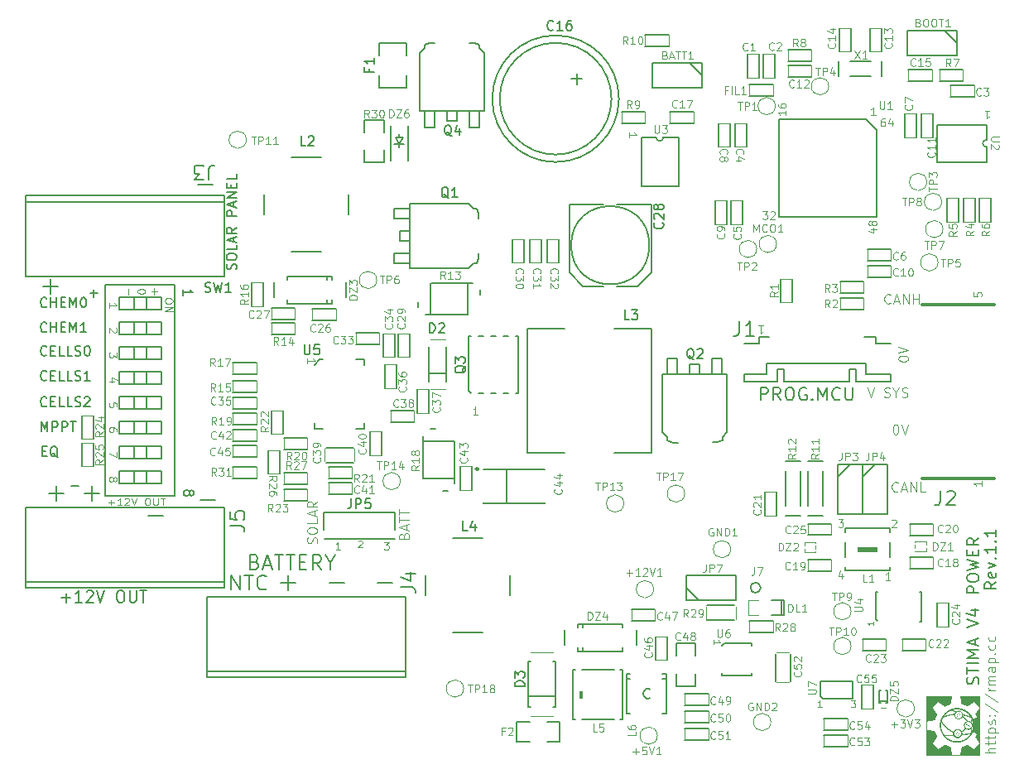
<source format=gbr>
%TF.GenerationSoftware,KiCad,Pcbnew,7.0.8*%
%TF.CreationDate,2024-06-23T22:41:18+02:00*%
%TF.ProjectId,Stima V4 Power,5374696d-6120-4563-9420-506f7765722e,rev?*%
%TF.SameCoordinates,Original*%
%TF.FileFunction,Legend,Top*%
%TF.FilePolarity,Positive*%
%FSLAX46Y46*%
G04 Gerber Fmt 4.6, Leading zero omitted, Abs format (unit mm)*
G04 Created by KiCad (PCBNEW 7.0.8) date 2024-06-23 22:41:18*
%MOMM*%
%LPD*%
G01*
G04 APERTURE LIST*
%ADD10C,0.000000*%
%ADD11C,0.150000*%
%ADD12C,0.100000*%
%ADD13C,0.200000*%
%ADD14C,0.080000*%
%ADD15C,0.120000*%
%ADD16C,0.250000*%
%ADD17C,0.300000*%
G04 APERTURE END LIST*
D10*
G36*
X193146435Y-138034690D02*
G01*
X193153535Y-138034690D01*
X193153535Y-138038240D01*
X193160625Y-138038240D01*
X193160625Y-138041780D01*
X193167725Y-138041780D01*
X193167725Y-138045330D01*
X193171275Y-138045330D01*
X193171275Y-138052430D01*
X193174825Y-138052430D01*
X193174825Y-138059530D01*
X193171275Y-138059530D01*
X193171275Y-138063070D01*
X193167725Y-138063070D01*
X193167725Y-138066620D01*
X193157075Y-138066620D01*
X193157075Y-138063070D01*
X193149985Y-138063070D01*
X193149985Y-138059530D01*
X193142885Y-138059530D01*
X193142885Y-138055980D01*
X193135795Y-138055980D01*
X193135795Y-138052430D01*
X193128695Y-138052430D01*
X193128695Y-138045330D01*
X193125145Y-138045330D01*
X193125145Y-138034690D01*
X193128695Y-138034690D01*
X193128695Y-138031140D01*
X193146435Y-138031140D01*
X193146435Y-138034690D01*
G37*
G36*
X193284825Y-138048880D02*
G01*
X193277725Y-138048880D01*
X193277725Y-138052430D01*
X193263535Y-138052430D01*
X193263535Y-138055980D01*
X193252885Y-138055980D01*
X193252885Y-138059530D01*
X193249335Y-138059530D01*
X193249335Y-138063070D01*
X193242245Y-138063070D01*
X193242245Y-138066620D01*
X193238695Y-138066620D01*
X193238695Y-138070170D01*
X193235145Y-138070170D01*
X193235145Y-138073720D01*
X193231595Y-138073720D01*
X193231595Y-138077270D01*
X193228045Y-138077270D01*
X193228045Y-138084360D01*
X193224495Y-138084360D01*
X193224495Y-138087910D01*
X193220945Y-138087910D01*
X193220945Y-138095010D01*
X193217405Y-138095010D01*
X193217405Y-138105650D01*
X193213855Y-138105650D01*
X193213855Y-138144690D01*
X193217405Y-138144690D01*
X193217405Y-138151780D01*
X193220945Y-138151780D01*
X193220945Y-138158880D01*
X193224495Y-138158880D01*
X193224495Y-138165980D01*
X193228045Y-138165980D01*
X193228045Y-138169530D01*
X193231595Y-138169530D01*
X193231595Y-138173070D01*
X193235145Y-138173070D01*
X193235145Y-138176620D01*
X193238695Y-138176620D01*
X193238695Y-138180170D01*
X193242245Y-138180170D01*
X193242245Y-138183720D01*
X193245785Y-138183720D01*
X193245785Y-138187260D01*
X193252885Y-138187260D01*
X193252885Y-138190810D01*
X193259985Y-138190810D01*
X193259985Y-138194360D01*
X193274175Y-138194360D01*
X193274175Y-138197910D01*
X193302565Y-138197910D01*
X193302565Y-138194360D01*
X193309655Y-138194360D01*
X193309655Y-138197910D01*
X193313205Y-138197910D01*
X193313205Y-138201460D01*
X193316755Y-138201460D01*
X193316755Y-138205010D01*
X193323855Y-138205010D01*
X193323855Y-138208550D01*
X193327395Y-138208550D01*
X193327395Y-138212100D01*
X193320305Y-138212100D01*
X193320305Y-138215650D01*
X193309655Y-138215650D01*
X193309655Y-138219200D01*
X193263535Y-138219200D01*
X193263535Y-138215650D01*
X193252885Y-138215650D01*
X193252885Y-138212100D01*
X193242245Y-138212100D01*
X193242245Y-138208550D01*
X193235145Y-138208550D01*
X193235145Y-138205010D01*
X193231595Y-138205010D01*
X193231595Y-138201460D01*
X193228045Y-138201460D01*
X193228045Y-138197910D01*
X193220945Y-138197910D01*
X193220945Y-138194360D01*
X193217405Y-138194360D01*
X193217405Y-138190810D01*
X193213855Y-138190810D01*
X193213855Y-138187260D01*
X193210305Y-138187260D01*
X193210305Y-138180170D01*
X193206755Y-138180170D01*
X193206755Y-138176620D01*
X193203205Y-138176620D01*
X193203205Y-138169530D01*
X193199655Y-138169530D01*
X193199655Y-138162430D01*
X193196115Y-138162430D01*
X193196115Y-138151780D01*
X193192565Y-138151780D01*
X193192565Y-138134040D01*
X193189015Y-138134040D01*
X193189015Y-138109200D01*
X193192565Y-138109200D01*
X193192565Y-138095010D01*
X193196115Y-138095010D01*
X193196115Y-138084360D01*
X193199655Y-138084360D01*
X193199655Y-138077270D01*
X193203205Y-138077270D01*
X193203205Y-138070170D01*
X193206755Y-138070170D01*
X193206755Y-138066620D01*
X193210305Y-138066620D01*
X193210305Y-138063070D01*
X193213855Y-138063070D01*
X193213855Y-138055980D01*
X193220945Y-138055980D01*
X193220945Y-138052430D01*
X193224495Y-138052430D01*
X193224495Y-138048880D01*
X193228045Y-138048880D01*
X193228045Y-138045330D01*
X193231595Y-138045330D01*
X193231595Y-138041780D01*
X193238695Y-138041780D01*
X193238695Y-138038240D01*
X193245785Y-138038240D01*
X193245785Y-138034690D01*
X193252885Y-138034690D01*
X193252885Y-138031140D01*
X193267075Y-138031140D01*
X193267075Y-138027590D01*
X193274175Y-138027590D01*
X193277725Y-138027590D01*
X193284825Y-138027590D01*
X193284825Y-138048880D01*
G37*
G36*
X193334495Y-138254680D02*
G01*
X193338045Y-138254680D01*
X193338045Y-138265330D01*
X193341595Y-138265330D01*
X193341595Y-138279520D01*
X193345145Y-138279520D01*
X193345145Y-138293720D01*
X193341595Y-138293720D01*
X193341595Y-138297260D01*
X193334495Y-138297260D01*
X193334495Y-138300810D01*
X193330945Y-138300810D01*
X193330945Y-138297260D01*
X193323855Y-138297260D01*
X193323855Y-138286620D01*
X193320305Y-138286620D01*
X193320305Y-138275970D01*
X193316755Y-138275970D01*
X193316755Y-138251140D01*
X193323855Y-138251140D01*
X193327395Y-138251140D01*
X193334495Y-138251140D01*
X193334495Y-138254680D01*
G37*
G36*
X195605415Y-142214600D02*
G01*
X190087795Y-142214600D01*
X190087795Y-139539170D01*
X190151655Y-139539170D01*
X190155205Y-139539170D01*
X190155205Y-139549820D01*
X190158755Y-139549820D01*
X190158755Y-139556910D01*
X190162305Y-139556910D01*
X190162305Y-139564010D01*
X190165855Y-139564010D01*
X190165855Y-139567560D01*
X190172945Y-139567560D01*
X190172945Y-139571110D01*
X190176495Y-139571110D01*
X190176495Y-139574660D01*
X190190695Y-139574660D01*
X190190695Y-139578200D01*
X190208435Y-139578200D01*
X190208435Y-139581750D01*
X190229725Y-139581750D01*
X190229725Y-139585300D01*
X190247465Y-139585300D01*
X190247465Y-139588850D01*
X190265205Y-139588850D01*
X190265205Y-139592400D01*
X190286495Y-139592400D01*
X190286495Y-139595950D01*
X190304235Y-139595950D01*
X190304235Y-139599490D01*
X190325525Y-139599490D01*
X190325525Y-139603040D01*
X190343265Y-139603040D01*
X190343265Y-139606590D01*
X190361015Y-139606590D01*
X190361015Y-139610140D01*
X190382305Y-139610140D01*
X190382305Y-139613690D01*
X190400045Y-139613690D01*
X190400045Y-139617240D01*
X190417785Y-139617240D01*
X190417785Y-139620780D01*
X190439075Y-139620780D01*
X190439075Y-139624330D01*
X190456815Y-139624330D01*
X190456815Y-139627880D01*
X190474555Y-139627880D01*
X190474555Y-139631430D01*
X190495845Y-139631430D01*
X190495845Y-139634980D01*
X190513585Y-139634980D01*
X190513585Y-139638520D01*
X190534875Y-139638520D01*
X190534875Y-139642070D01*
X190552615Y-139642070D01*
X190552615Y-139645620D01*
X190570365Y-139645620D01*
X190570365Y-139649170D01*
X190591655Y-139649170D01*
X190591655Y-139652720D01*
X190609395Y-139652720D01*
X190609395Y-139656270D01*
X190627135Y-139656270D01*
X190627135Y-139659810D01*
X190648425Y-139659810D01*
X190648425Y-139663360D01*
X190666165Y-139663360D01*
X190666165Y-139666910D01*
X190687455Y-139666910D01*
X190687455Y-139670460D01*
X190705195Y-139670460D01*
X190705195Y-139674010D01*
X190722935Y-139674010D01*
X190722935Y-139677560D01*
X190744225Y-139677560D01*
X190744225Y-139681100D01*
X190761965Y-139681100D01*
X190761965Y-139684650D01*
X190779715Y-139684650D01*
X190779715Y-139688200D01*
X190801005Y-139688200D01*
X190801005Y-139691750D01*
X190818745Y-139691750D01*
X190818745Y-139695300D01*
X190836485Y-139695300D01*
X190836485Y-139698850D01*
X190857775Y-139698850D01*
X190857775Y-139702390D01*
X190875515Y-139702390D01*
X190875515Y-139705940D01*
X190896805Y-139705940D01*
X190896805Y-139709490D01*
X190914545Y-139709490D01*
X190914545Y-139713040D01*
X190932285Y-139713040D01*
X190932285Y-139716590D01*
X190950035Y-139716590D01*
X190950035Y-139720140D01*
X190957125Y-139720140D01*
X190957125Y-139723680D01*
X190964225Y-139723680D01*
X190964225Y-139727230D01*
X190967775Y-139727230D01*
X190967775Y-139730780D01*
X190974865Y-139730780D01*
X190974865Y-139737880D01*
X190978415Y-139737880D01*
X190978415Y-139741430D01*
X190981965Y-139741430D01*
X190981965Y-139744970D01*
X190985515Y-139744970D01*
X190985515Y-139752070D01*
X190989065Y-139752070D01*
X190989065Y-139759170D01*
X190992605Y-139759170D01*
X190992605Y-139769810D01*
X190996155Y-139769810D01*
X190996155Y-139776910D01*
X190999705Y-139776910D01*
X190999705Y-139787550D01*
X191003255Y-139787550D01*
X191003255Y-139794650D01*
X191006805Y-139794650D01*
X191006805Y-139805300D01*
X191010355Y-139805300D01*
X191010355Y-139812390D01*
X191013895Y-139812390D01*
X191013895Y-139823040D01*
X191017445Y-139823040D01*
X191017445Y-139830130D01*
X191020995Y-139830130D01*
X191020995Y-139837230D01*
X191024545Y-139837230D01*
X191024545Y-139847880D01*
X191028095Y-139847880D01*
X191028095Y-139854970D01*
X191031645Y-139854970D01*
X191031645Y-139865620D01*
X191035185Y-139865620D01*
X191035185Y-139872710D01*
X191038735Y-139872710D01*
X191038735Y-139883360D01*
X191042285Y-139883360D01*
X191042285Y-139890460D01*
X191045835Y-139890460D01*
X191045835Y-139901100D01*
X191049385Y-139901100D01*
X191049385Y-139908200D01*
X191052935Y-139908200D01*
X191052935Y-139915290D01*
X191056475Y-139915290D01*
X191056475Y-139925940D01*
X191060025Y-139925940D01*
X191060025Y-139933030D01*
X191063575Y-139933030D01*
X191063575Y-139943680D01*
X191067125Y-139943680D01*
X191067125Y-139950780D01*
X191070675Y-139950780D01*
X191070675Y-139961420D01*
X191074225Y-139961420D01*
X191074225Y-139968520D01*
X191077765Y-139968520D01*
X191077765Y-139979160D01*
X191081315Y-139979160D01*
X191081315Y-139986260D01*
X191084865Y-139986260D01*
X191084865Y-139993360D01*
X191088415Y-139993360D01*
X191088415Y-140004000D01*
X191091965Y-140004000D01*
X191091965Y-140011100D01*
X191095515Y-140011100D01*
X191095515Y-140021740D01*
X191099055Y-140021740D01*
X191099055Y-140028840D01*
X191102605Y-140028840D01*
X191102605Y-140039480D01*
X191106155Y-140039480D01*
X191106155Y-140046580D01*
X191109705Y-140046580D01*
X191109705Y-140057230D01*
X191113255Y-140057230D01*
X191113255Y-140064320D01*
X191116805Y-140064320D01*
X191116805Y-140071420D01*
X191120345Y-140071420D01*
X191120345Y-140082060D01*
X191123895Y-140082060D01*
X191123895Y-140089160D01*
X191127445Y-140089160D01*
X191127445Y-140099810D01*
X191130995Y-140099810D01*
X191130995Y-140106900D01*
X191134545Y-140106900D01*
X191134545Y-140117550D01*
X191138095Y-140117550D01*
X191138095Y-140124640D01*
X191141635Y-140124640D01*
X191141635Y-140135290D01*
X191145185Y-140135290D01*
X191145185Y-140142390D01*
X191148735Y-140142390D01*
X191148735Y-140149480D01*
X191152285Y-140149480D01*
X191152285Y-140160130D01*
X191155835Y-140160130D01*
X191155835Y-140167220D01*
X191159385Y-140167220D01*
X191159385Y-140177870D01*
X191162925Y-140177870D01*
X191162925Y-140184970D01*
X191166475Y-140184970D01*
X191166475Y-140195610D01*
X191170025Y-140195610D01*
X191170025Y-140202710D01*
X191173575Y-140202710D01*
X191173575Y-140213350D01*
X191177125Y-140213350D01*
X191177125Y-140220450D01*
X191180675Y-140220450D01*
X191180675Y-140227540D01*
X191184215Y-140227540D01*
X191184215Y-140238190D01*
X191187765Y-140238190D01*
X191187765Y-140245290D01*
X191191315Y-140245290D01*
X191191315Y-140255930D01*
X191194865Y-140255930D01*
X191194865Y-140263030D01*
X191198415Y-140263030D01*
X191198415Y-140273670D01*
X191201965Y-140273670D01*
X191201965Y-140302060D01*
X191198415Y-140302060D01*
X191198415Y-140312700D01*
X191194865Y-140312700D01*
X191194865Y-140319800D01*
X191191315Y-140319800D01*
X191191315Y-140326900D01*
X191187765Y-140326900D01*
X191187765Y-140330450D01*
X191184215Y-140330450D01*
X191184215Y-140337540D01*
X191180675Y-140337540D01*
X191180675Y-140341090D01*
X191177125Y-140341090D01*
X191177125Y-140344640D01*
X191173575Y-140344640D01*
X191173575Y-140351740D01*
X191170025Y-140351740D01*
X191170025Y-140355280D01*
X191166475Y-140355280D01*
X191166475Y-140362380D01*
X191162925Y-140362380D01*
X191162925Y-140365930D01*
X191159385Y-140365930D01*
X191159385Y-140373030D01*
X191155835Y-140373030D01*
X191155835Y-140376570D01*
X191152285Y-140376570D01*
X191152285Y-140383670D01*
X191148735Y-140383670D01*
X191148735Y-140387220D01*
X191145185Y-140387220D01*
X191145185Y-140394320D01*
X191141635Y-140394320D01*
X191141635Y-140397860D01*
X191138095Y-140397860D01*
X191138095Y-140404960D01*
X191134545Y-140404960D01*
X191134545Y-140408510D01*
X191130995Y-140408510D01*
X191130995Y-140412060D01*
X191127445Y-140412060D01*
X191127445Y-140419150D01*
X191123895Y-140419150D01*
X191123895Y-140422700D01*
X191120345Y-140422700D01*
X191120345Y-140429800D01*
X191116805Y-140429800D01*
X191116805Y-140433350D01*
X191113255Y-140433350D01*
X191113255Y-140440440D01*
X191109705Y-140440440D01*
X191109705Y-140443990D01*
X191106155Y-140443990D01*
X191106155Y-140451090D01*
X191102605Y-140451090D01*
X191102605Y-140454640D01*
X191099055Y-140454640D01*
X191099055Y-140461730D01*
X191095515Y-140461730D01*
X191095515Y-140465280D01*
X191091965Y-140465280D01*
X191091965Y-140468830D01*
X191088415Y-140468830D01*
X191088415Y-140475930D01*
X191084865Y-140475930D01*
X191084865Y-140479470D01*
X191081315Y-140479470D01*
X191081315Y-140486570D01*
X191077765Y-140486570D01*
X191077765Y-140490120D01*
X191074225Y-140490120D01*
X191074225Y-140497220D01*
X191070675Y-140497220D01*
X191070675Y-140500760D01*
X191067125Y-140500760D01*
X191067125Y-140507860D01*
X191063575Y-140507860D01*
X191063575Y-140511410D01*
X191060025Y-140511410D01*
X191060025Y-140518510D01*
X191056475Y-140518510D01*
X191056475Y-140522050D01*
X191052935Y-140522050D01*
X191052935Y-140529150D01*
X191049385Y-140529150D01*
X191049385Y-140532700D01*
X191045835Y-140532700D01*
X191045835Y-140536250D01*
X191042285Y-140536250D01*
X191042285Y-140543340D01*
X191038735Y-140543340D01*
X191038735Y-140546890D01*
X191035185Y-140546890D01*
X191035185Y-140553990D01*
X191031645Y-140553990D01*
X191031645Y-140557540D01*
X191028095Y-140557540D01*
X191028095Y-140564630D01*
X191024545Y-140564630D01*
X191024545Y-140568180D01*
X191020995Y-140568180D01*
X191020995Y-140575280D01*
X191017445Y-140575280D01*
X191017445Y-140578830D01*
X191013895Y-140578830D01*
X191013895Y-140585920D01*
X191010355Y-140585920D01*
X191010355Y-140589470D01*
X191006805Y-140589470D01*
X191006805Y-140593020D01*
X191003255Y-140593020D01*
X191003255Y-140600120D01*
X190999705Y-140600120D01*
X190999705Y-140603670D01*
X190996155Y-140603670D01*
X190996155Y-140610760D01*
X190992605Y-140610760D01*
X190992605Y-140614310D01*
X190989065Y-140614310D01*
X190989065Y-140621410D01*
X190985515Y-140621410D01*
X190985515Y-140624960D01*
X190981965Y-140624960D01*
X190981965Y-140632050D01*
X190978415Y-140632050D01*
X190978415Y-140635600D01*
X190974865Y-140635600D01*
X190974865Y-140642700D01*
X190971325Y-140642700D01*
X190971325Y-140646250D01*
X190967775Y-140646250D01*
X190967775Y-140653340D01*
X190964225Y-140653340D01*
X190964225Y-140656890D01*
X190960675Y-140656890D01*
X190960675Y-140660440D01*
X190957125Y-140660440D01*
X190957125Y-140667540D01*
X190953575Y-140667540D01*
X190953575Y-140671080D01*
X190950035Y-140671080D01*
X190950035Y-140678180D01*
X190946485Y-140678180D01*
X190946485Y-140681730D01*
X190942935Y-140681730D01*
X190942935Y-140688830D01*
X190939385Y-140688830D01*
X190939385Y-140692370D01*
X190935835Y-140692370D01*
X190935835Y-140699470D01*
X190932285Y-140699470D01*
X190932285Y-140703020D01*
X190928745Y-140703020D01*
X190928745Y-140710120D01*
X190925195Y-140710120D01*
X190925195Y-140713660D01*
X190921645Y-140713660D01*
X190921645Y-140717210D01*
X190918095Y-140717210D01*
X190918095Y-140724310D01*
X190914545Y-140724310D01*
X190914545Y-140727860D01*
X190910995Y-140727860D01*
X190910995Y-140734950D01*
X190907455Y-140734950D01*
X190907455Y-140738500D01*
X190903905Y-140738500D01*
X190903905Y-140745600D01*
X190900355Y-140745600D01*
X190900355Y-140749150D01*
X190896805Y-140749150D01*
X190896805Y-140756240D01*
X190893255Y-140756240D01*
X190893255Y-140759790D01*
X190889705Y-140759790D01*
X190889705Y-140766890D01*
X190886165Y-140766890D01*
X190886165Y-140770440D01*
X190882615Y-140770440D01*
X190882615Y-140777530D01*
X190879065Y-140777530D01*
X190879065Y-140781080D01*
X190875515Y-140781080D01*
X190875515Y-140784630D01*
X190871965Y-140784630D01*
X190871965Y-140791730D01*
X190868415Y-140791730D01*
X190868415Y-140795270D01*
X190864875Y-140795270D01*
X190864875Y-140802370D01*
X190861325Y-140802370D01*
X190861325Y-140805920D01*
X190857775Y-140805920D01*
X190857775Y-140813020D01*
X190854225Y-140813020D01*
X190854225Y-140816560D01*
X190850675Y-140816560D01*
X190850675Y-140823660D01*
X190847125Y-140823660D01*
X190847125Y-140827210D01*
X190843585Y-140827210D01*
X190843585Y-140834310D01*
X190840035Y-140834310D01*
X190840035Y-140837850D01*
X190836485Y-140837850D01*
X190836485Y-140841400D01*
X190832935Y-140841400D01*
X190832935Y-140848500D01*
X190829385Y-140848500D01*
X190829385Y-140852050D01*
X190825835Y-140852050D01*
X190825835Y-140859140D01*
X190822295Y-140859140D01*
X190822295Y-140862690D01*
X190818745Y-140862690D01*
X190818745Y-140869790D01*
X190815195Y-140869790D01*
X190815195Y-140873340D01*
X190811645Y-140873340D01*
X190811645Y-140880430D01*
X190808095Y-140880430D01*
X190808095Y-140883980D01*
X190804545Y-140883980D01*
X190804545Y-140891080D01*
X190801005Y-140891080D01*
X190801005Y-140894630D01*
X190797455Y-140894630D01*
X190797455Y-140898180D01*
X190793905Y-140898180D01*
X190793905Y-140905270D01*
X190790355Y-140905270D01*
X190790355Y-140908820D01*
X190786805Y-140908820D01*
X190786805Y-140915920D01*
X190783255Y-140915920D01*
X190783255Y-140919470D01*
X190779715Y-140919470D01*
X190779715Y-140926560D01*
X190776165Y-140926560D01*
X190776165Y-140930110D01*
X190772615Y-140930110D01*
X190772615Y-140937210D01*
X190769065Y-140937210D01*
X190769065Y-140940760D01*
X190765515Y-140940760D01*
X190765515Y-140947850D01*
X190761965Y-140947850D01*
X190761965Y-140951400D01*
X190758425Y-140951400D01*
X190758425Y-140958500D01*
X190754875Y-140958500D01*
X190754875Y-140965590D01*
X190751325Y-140965590D01*
X190751325Y-140990430D01*
X190754875Y-140990430D01*
X190754875Y-141001080D01*
X190758425Y-141001080D01*
X190758425Y-141004630D01*
X190761965Y-141004630D01*
X190761965Y-141008170D01*
X190765515Y-141008170D01*
X190765515Y-141011720D01*
X190769065Y-141011720D01*
X190769065Y-141015270D01*
X190772615Y-141015270D01*
X190772615Y-141018820D01*
X190776165Y-141018820D01*
X190776165Y-141022370D01*
X190779715Y-141022370D01*
X190779715Y-141025910D01*
X190783255Y-141025910D01*
X190783255Y-141029460D01*
X190786805Y-141029460D01*
X190786805Y-141033010D01*
X190790355Y-141033010D01*
X190790355Y-141036560D01*
X190793905Y-141036560D01*
X190793905Y-141040110D01*
X190797455Y-141040110D01*
X190797455Y-141043660D01*
X190801005Y-141043660D01*
X190801005Y-141047200D01*
X190804545Y-141047200D01*
X190804545Y-141050750D01*
X190808095Y-141050750D01*
X190808095Y-141054300D01*
X190811645Y-141054300D01*
X190811645Y-141057850D01*
X190815195Y-141057850D01*
X190815195Y-141061400D01*
X190818745Y-141061400D01*
X190818745Y-141064950D01*
X190822295Y-141064950D01*
X190822295Y-141068490D01*
X190825835Y-141068490D01*
X190825835Y-141072040D01*
X190829385Y-141072040D01*
X190829385Y-141075590D01*
X190832935Y-141075590D01*
X190832935Y-141079140D01*
X190836485Y-141079140D01*
X190836485Y-141082690D01*
X190840035Y-141082690D01*
X190840035Y-141086240D01*
X190843585Y-141086240D01*
X190843585Y-141089780D01*
X190847125Y-141089780D01*
X190847125Y-141093330D01*
X190850675Y-141093330D01*
X190850675Y-141096880D01*
X190854225Y-141096880D01*
X190854225Y-141100430D01*
X190857775Y-141100430D01*
X190857775Y-141103980D01*
X190861325Y-141103980D01*
X190861325Y-141107530D01*
X190864875Y-141107530D01*
X190864875Y-141111070D01*
X190868415Y-141111070D01*
X190868415Y-141114620D01*
X190871965Y-141114620D01*
X190871965Y-141118170D01*
X190875515Y-141118170D01*
X190875515Y-141121720D01*
X190879065Y-141121720D01*
X190879065Y-141125270D01*
X190882615Y-141125270D01*
X190882615Y-141128820D01*
X190886165Y-141128820D01*
X190886165Y-141132360D01*
X190889705Y-141132360D01*
X190889705Y-141135910D01*
X190893255Y-141135910D01*
X190893255Y-141139460D01*
X190896805Y-141139460D01*
X190896805Y-141143010D01*
X190900355Y-141143010D01*
X190900355Y-141146560D01*
X190903905Y-141146560D01*
X190903905Y-141150110D01*
X190907455Y-141150110D01*
X190907455Y-141153650D01*
X190910995Y-141153650D01*
X190910995Y-141157200D01*
X190914545Y-141157200D01*
X190914545Y-141160750D01*
X190918095Y-141160750D01*
X190918095Y-141164300D01*
X190921645Y-141164300D01*
X190921645Y-141167850D01*
X190925195Y-141167850D01*
X190925195Y-141171400D01*
X190928745Y-141171400D01*
X190928745Y-141174940D01*
X190932285Y-141174940D01*
X190932285Y-141178490D01*
X190935835Y-141178490D01*
X190935835Y-141182040D01*
X190939385Y-141182040D01*
X190939385Y-141185590D01*
X190942935Y-141185590D01*
X190942935Y-141189140D01*
X190946485Y-141189140D01*
X190946485Y-141192690D01*
X190950035Y-141192690D01*
X190950035Y-141196230D01*
X190953575Y-141196230D01*
X190953575Y-141199780D01*
X190957125Y-141199780D01*
X190957125Y-141203330D01*
X190960675Y-141203330D01*
X190960675Y-141206880D01*
X190964225Y-141206880D01*
X190964225Y-141210430D01*
X190967775Y-141210430D01*
X190967775Y-141213980D01*
X190971325Y-141213980D01*
X190971325Y-141217520D01*
X190974865Y-141217520D01*
X190974865Y-141221070D01*
X190978415Y-141221070D01*
X190978415Y-141224620D01*
X190981965Y-141224620D01*
X190981965Y-141228170D01*
X190985515Y-141228170D01*
X190985515Y-141231720D01*
X190989065Y-141231720D01*
X190989065Y-141235270D01*
X190992605Y-141235270D01*
X190992605Y-141238810D01*
X190996155Y-141238810D01*
X190996155Y-141242360D01*
X190999705Y-141242360D01*
X190999705Y-141245910D01*
X191003255Y-141245910D01*
X191003255Y-141249460D01*
X191006805Y-141249460D01*
X191006805Y-141253010D01*
X191010355Y-141253010D01*
X191010355Y-141256560D01*
X191013895Y-141256560D01*
X191013895Y-141260100D01*
X191017445Y-141260100D01*
X191017445Y-141263650D01*
X191020995Y-141263650D01*
X191020995Y-141267200D01*
X191024545Y-141267200D01*
X191024545Y-141270750D01*
X191028095Y-141270750D01*
X191028095Y-141274300D01*
X191031645Y-141274300D01*
X191031645Y-141277850D01*
X191035185Y-141277850D01*
X191035185Y-141281390D01*
X191038735Y-141281390D01*
X191038735Y-141284940D01*
X191042285Y-141284940D01*
X191042285Y-141288490D01*
X191045835Y-141288490D01*
X191045835Y-141292040D01*
X191049385Y-141292040D01*
X191049385Y-141295590D01*
X191052935Y-141295590D01*
X191052935Y-141299140D01*
X191056475Y-141299140D01*
X191056475Y-141302680D01*
X191060025Y-141302680D01*
X191060025Y-141306230D01*
X191063575Y-141306230D01*
X191063575Y-141309780D01*
X191067125Y-141309780D01*
X191067125Y-141313330D01*
X191070675Y-141313330D01*
X191070675Y-141316880D01*
X191074225Y-141316880D01*
X191074225Y-141320420D01*
X191077765Y-141320420D01*
X191077765Y-141323970D01*
X191081315Y-141323970D01*
X191081315Y-141327520D01*
X191084865Y-141327520D01*
X191084865Y-141331070D01*
X191088415Y-141331070D01*
X191088415Y-141334620D01*
X191091965Y-141334620D01*
X191091965Y-141338170D01*
X191095515Y-141338170D01*
X191095515Y-141341710D01*
X191099055Y-141341710D01*
X191099055Y-141345260D01*
X191102605Y-141345260D01*
X191102605Y-141348810D01*
X191106155Y-141348810D01*
X191106155Y-141352360D01*
X191109705Y-141352360D01*
X191109705Y-141355910D01*
X191113255Y-141355910D01*
X191113255Y-141359460D01*
X191116805Y-141359460D01*
X191116805Y-141363000D01*
X191120345Y-141363000D01*
X191120345Y-141366550D01*
X191123895Y-141366550D01*
X191123895Y-141370100D01*
X191127445Y-141370100D01*
X191127445Y-141373650D01*
X191130995Y-141373650D01*
X191130995Y-141377200D01*
X191134545Y-141377200D01*
X191134545Y-141380750D01*
X191138095Y-141380750D01*
X191138095Y-141384290D01*
X191141635Y-141384290D01*
X191141635Y-141387840D01*
X191145185Y-141387840D01*
X191145185Y-141391390D01*
X191148735Y-141391390D01*
X191148735Y-141394940D01*
X191152285Y-141394940D01*
X191152285Y-141398490D01*
X191155835Y-141398490D01*
X191155835Y-141402040D01*
X191159385Y-141402040D01*
X191159385Y-141405580D01*
X191162925Y-141405580D01*
X191162925Y-141409130D01*
X191166475Y-141409130D01*
X191166475Y-141412680D01*
X191170025Y-141412680D01*
X191170025Y-141416230D01*
X191173575Y-141416230D01*
X191173575Y-141419780D01*
X191177125Y-141419780D01*
X191177125Y-141423330D01*
X191180675Y-141423330D01*
X191180675Y-141426870D01*
X191184215Y-141426870D01*
X191184215Y-141430420D01*
X191187765Y-141430420D01*
X191187765Y-141433970D01*
X191191315Y-141433970D01*
X191191315Y-141437520D01*
X191194865Y-141437520D01*
X191194865Y-141441070D01*
X191198415Y-141441070D01*
X191198415Y-141444620D01*
X191201965Y-141444620D01*
X191201965Y-141448160D01*
X191205505Y-141448160D01*
X191205505Y-141451710D01*
X191209055Y-141451710D01*
X191209055Y-141455260D01*
X191212605Y-141455260D01*
X191212605Y-141458810D01*
X191216155Y-141458810D01*
X191216155Y-141462360D01*
X191219705Y-141462360D01*
X191219705Y-141465910D01*
X191223255Y-141465910D01*
X191223255Y-141469450D01*
X191226795Y-141469450D01*
X191226795Y-141473000D01*
X191230345Y-141473000D01*
X191230345Y-141476550D01*
X191233895Y-141476550D01*
X191233895Y-141480100D01*
X191237445Y-141480100D01*
X191237445Y-141483650D01*
X191240995Y-141483650D01*
X191240995Y-141487200D01*
X191244545Y-141487200D01*
X191244545Y-141490740D01*
X191248085Y-141490740D01*
X191248085Y-141494290D01*
X191251635Y-141494290D01*
X191251635Y-141497840D01*
X191255185Y-141497840D01*
X191255185Y-141501390D01*
X191258735Y-141501390D01*
X191258735Y-141504940D01*
X191262285Y-141504940D01*
X191262285Y-141508490D01*
X191265825Y-141508490D01*
X191265825Y-141512030D01*
X191269375Y-141512030D01*
X191269375Y-141515580D01*
X191272925Y-141515580D01*
X191272925Y-141519130D01*
X191276475Y-141519130D01*
X191276475Y-141522680D01*
X191280025Y-141522680D01*
X191280025Y-141526230D01*
X191283575Y-141526230D01*
X191283575Y-141529780D01*
X191287115Y-141529780D01*
X191287115Y-141533320D01*
X191290665Y-141533320D01*
X191290665Y-141536870D01*
X191294215Y-141536870D01*
X191294215Y-141540420D01*
X191297765Y-141540420D01*
X191297765Y-141543970D01*
X191301315Y-141543970D01*
X191301315Y-141547520D01*
X191308405Y-141547520D01*
X191308405Y-141551070D01*
X191319055Y-141551070D01*
X191319055Y-141554610D01*
X191326155Y-141554610D01*
X191326155Y-141551070D01*
X191340345Y-141551070D01*
X191340345Y-141547520D01*
X191347445Y-141547520D01*
X191347445Y-141543970D01*
X191354535Y-141543970D01*
X191354535Y-141540420D01*
X191358085Y-141540420D01*
X191358085Y-141536870D01*
X191365185Y-141536870D01*
X191365185Y-141533320D01*
X191368735Y-141533320D01*
X191368735Y-141529780D01*
X191375825Y-141529780D01*
X191375825Y-141526230D01*
X191379375Y-141526230D01*
X191379375Y-141522680D01*
X191382925Y-141522680D01*
X191382925Y-141519130D01*
X191390025Y-141519130D01*
X191390025Y-141515580D01*
X191393565Y-141515580D01*
X191393565Y-141512030D01*
X191400665Y-141512030D01*
X191400665Y-141508490D01*
X191404215Y-141508490D01*
X191404215Y-141504940D01*
X191411315Y-141504940D01*
X191411315Y-141501390D01*
X191414855Y-141501390D01*
X191414855Y-141497840D01*
X191421955Y-141497840D01*
X191421955Y-141494290D01*
X191425505Y-141494290D01*
X191425505Y-141490740D01*
X191432605Y-141490740D01*
X191432605Y-141487200D01*
X191436145Y-141487200D01*
X191436145Y-141483650D01*
X191439695Y-141483650D01*
X191439695Y-141480100D01*
X191446795Y-141480100D01*
X191446795Y-141476550D01*
X191450345Y-141476550D01*
X191450345Y-141473000D01*
X191457435Y-141473000D01*
X191457435Y-141469450D01*
X191460985Y-141469450D01*
X191460985Y-141465910D01*
X191468085Y-141465910D01*
X191468085Y-141462360D01*
X191471635Y-141462360D01*
X191471635Y-141458810D01*
X191478725Y-141458810D01*
X191478725Y-141455260D01*
X191482275Y-141455260D01*
X191482275Y-141451710D01*
X191489375Y-141451710D01*
X191489375Y-141448160D01*
X191492925Y-141448160D01*
X191492925Y-141444620D01*
X191500015Y-141444620D01*
X191500015Y-141441070D01*
X191503565Y-141441070D01*
X191503565Y-141437520D01*
X191507115Y-141437520D01*
X191507115Y-141433970D01*
X191514215Y-141433970D01*
X191514215Y-141430420D01*
X191517765Y-141430420D01*
X191517765Y-141426870D01*
X191524855Y-141426870D01*
X191524855Y-141423330D01*
X191528405Y-141423330D01*
X191528405Y-141419780D01*
X191535505Y-141419780D01*
X191535505Y-141416230D01*
X191539045Y-141416230D01*
X191539045Y-141412680D01*
X191546145Y-141412680D01*
X191546145Y-141409130D01*
X191549695Y-141409130D01*
X191549695Y-141405580D01*
X191556795Y-141405580D01*
X191556795Y-141402040D01*
X191560335Y-141402040D01*
X191560335Y-141398490D01*
X191563885Y-141398490D01*
X191563885Y-141394940D01*
X191570985Y-141394940D01*
X191570985Y-141391390D01*
X191574535Y-141391390D01*
X191574535Y-141387840D01*
X191581625Y-141387840D01*
X191581625Y-141384290D01*
X191585175Y-141384290D01*
X191585175Y-141380750D01*
X191592275Y-141380750D01*
X191592275Y-141377200D01*
X191595825Y-141377200D01*
X191595825Y-141373650D01*
X191602915Y-141373650D01*
X191602915Y-141370100D01*
X191606465Y-141370100D01*
X191606465Y-141366550D01*
X191613565Y-141366550D01*
X191613565Y-141363000D01*
X191617115Y-141363000D01*
X191617115Y-141359460D01*
X191620665Y-141359460D01*
X191620665Y-141355910D01*
X191627755Y-141355910D01*
X191627755Y-141352360D01*
X191631305Y-141352360D01*
X191631305Y-141348810D01*
X191638405Y-141348810D01*
X191638405Y-141345260D01*
X191641955Y-141345260D01*
X191641955Y-141341710D01*
X191649045Y-141341710D01*
X191649045Y-141338170D01*
X191652595Y-141338170D01*
X191652595Y-141334620D01*
X191659695Y-141334620D01*
X191659695Y-141331070D01*
X191663245Y-141331070D01*
X191663245Y-141327520D01*
X191670335Y-141327520D01*
X191670335Y-141323970D01*
X191673885Y-141323970D01*
X191673885Y-141320420D01*
X191677435Y-141320420D01*
X191677435Y-141316880D01*
X191684535Y-141316880D01*
X191684535Y-141313330D01*
X191688075Y-141313330D01*
X191688075Y-141309780D01*
X191695175Y-141309780D01*
X191695175Y-141306230D01*
X191698725Y-141306230D01*
X191698725Y-141302680D01*
X191705825Y-141302680D01*
X191705825Y-141299140D01*
X191709365Y-141299140D01*
X191709365Y-141295590D01*
X191716465Y-141295590D01*
X191716465Y-141292040D01*
X191720015Y-141292040D01*
X191720015Y-141288490D01*
X191727115Y-141288490D01*
X191727115Y-141284940D01*
X191730655Y-141284940D01*
X191730655Y-141281390D01*
X191737755Y-141281390D01*
X191737755Y-141277850D01*
X191741305Y-141277850D01*
X191741305Y-141274300D01*
X191744855Y-141274300D01*
X191744855Y-141270750D01*
X191751945Y-141270750D01*
X191751945Y-141267200D01*
X191755495Y-141267200D01*
X191755495Y-141263650D01*
X191762595Y-141263650D01*
X191762595Y-141260100D01*
X191766145Y-141260100D01*
X191766145Y-141256560D01*
X191773235Y-141256560D01*
X191773235Y-141253010D01*
X191776785Y-141253010D01*
X191776785Y-141249460D01*
X191783885Y-141249460D01*
X191783885Y-141245910D01*
X191787435Y-141245910D01*
X191787435Y-141242360D01*
X191794525Y-141242360D01*
X191794525Y-141238810D01*
X191798075Y-141238810D01*
X191798075Y-141235270D01*
X191801625Y-141235270D01*
X191801625Y-141231720D01*
X191808725Y-141231720D01*
X191808725Y-141228170D01*
X191812265Y-141228170D01*
X191812265Y-141224620D01*
X191819365Y-141224620D01*
X191819365Y-141221070D01*
X191822915Y-141221070D01*
X191822915Y-141217520D01*
X191830015Y-141217520D01*
X191830015Y-141213980D01*
X191833555Y-141213980D01*
X191833555Y-141210430D01*
X191840655Y-141210430D01*
X191840655Y-141206880D01*
X191844205Y-141206880D01*
X191844205Y-141203330D01*
X191851305Y-141203330D01*
X191851305Y-141199780D01*
X191854845Y-141199780D01*
X191854845Y-141196230D01*
X191858395Y-141196230D01*
X191858395Y-141192690D01*
X191865495Y-141192690D01*
X191865495Y-141189140D01*
X191869045Y-141189140D01*
X191869045Y-141185590D01*
X191876135Y-141185590D01*
X191876135Y-141182040D01*
X191879685Y-141182040D01*
X191879685Y-141178490D01*
X191886785Y-141178490D01*
X191886785Y-141174940D01*
X191890335Y-141174940D01*
X191890335Y-141171400D01*
X191897425Y-141171400D01*
X191897425Y-141167850D01*
X191900975Y-141167850D01*
X191900975Y-141164300D01*
X191908075Y-141164300D01*
X191908075Y-141160750D01*
X191911625Y-141160750D01*
X191911625Y-141157200D01*
X191918715Y-141157200D01*
X191918715Y-141153650D01*
X191922265Y-141153650D01*
X191922265Y-141150110D01*
X191925815Y-141150110D01*
X191925815Y-141146560D01*
X191932915Y-141146560D01*
X191932915Y-141143010D01*
X191936465Y-141143010D01*
X191936465Y-141139460D01*
X191943555Y-141139460D01*
X191943555Y-141135910D01*
X191947105Y-141135910D01*
X191947105Y-141132360D01*
X191954205Y-141132360D01*
X191954205Y-141128820D01*
X191957755Y-141128820D01*
X191957755Y-141125270D01*
X191964845Y-141125270D01*
X191964845Y-141121720D01*
X191968395Y-141121720D01*
X191968395Y-141118170D01*
X191975495Y-141118170D01*
X191975495Y-141114620D01*
X191982585Y-141114620D01*
X191982585Y-141111070D01*
X192021625Y-141111070D01*
X192021625Y-141114620D01*
X192032265Y-141114620D01*
X192032265Y-141118170D01*
X192039365Y-141118170D01*
X192039365Y-141121720D01*
X192046455Y-141121720D01*
X192046455Y-141125270D01*
X192057105Y-141125270D01*
X192057105Y-141128820D01*
X192064205Y-141128820D01*
X192064205Y-141132360D01*
X192071295Y-141132360D01*
X192071295Y-141135910D01*
X192081945Y-141135910D01*
X192081945Y-141139460D01*
X192089035Y-141139460D01*
X192089035Y-141143010D01*
X192096135Y-141143010D01*
X192096135Y-141146560D01*
X192106775Y-141146560D01*
X192106775Y-141150110D01*
X192113875Y-141150110D01*
X192113875Y-141153650D01*
X192120975Y-141153650D01*
X192120975Y-141157200D01*
X192131615Y-141157200D01*
X192131615Y-141160750D01*
X192138715Y-141160750D01*
X192138715Y-141164300D01*
X192145815Y-141164300D01*
X192145815Y-141167850D01*
X192156455Y-141167850D01*
X192156455Y-141171400D01*
X192163555Y-141171400D01*
X192163555Y-141174940D01*
X192170645Y-141174940D01*
X192170645Y-141178490D01*
X192181295Y-141178490D01*
X192181295Y-141182040D01*
X192188395Y-141182040D01*
X192188395Y-141185590D01*
X192195485Y-141185590D01*
X192195485Y-141189140D01*
X192206135Y-141189140D01*
X192206135Y-141192690D01*
X192213225Y-141192690D01*
X192213225Y-141196230D01*
X192220325Y-141196230D01*
X192220325Y-141199780D01*
X192230975Y-141199780D01*
X192230975Y-141203330D01*
X192238065Y-141203330D01*
X192238065Y-141206880D01*
X192245165Y-141206880D01*
X192245165Y-141210430D01*
X192255805Y-141210430D01*
X192255805Y-141213980D01*
X192262905Y-141213980D01*
X192262905Y-141217520D01*
X192270005Y-141217520D01*
X192270005Y-141221070D01*
X192280645Y-141221070D01*
X192280645Y-141224620D01*
X192287745Y-141224620D01*
X192287745Y-141228170D01*
X192294845Y-141228170D01*
X192294845Y-141231720D01*
X192305485Y-141231720D01*
X192305485Y-141235270D01*
X192312585Y-141235270D01*
X192312585Y-141238810D01*
X192319675Y-141238810D01*
X192319675Y-141242360D01*
X192330325Y-141242360D01*
X192330325Y-141245910D01*
X192337425Y-141245910D01*
X192337425Y-141249460D01*
X192344515Y-141249460D01*
X192344515Y-141253010D01*
X192355165Y-141253010D01*
X192355165Y-141256560D01*
X192362255Y-141256560D01*
X192362255Y-141260100D01*
X192369355Y-141260100D01*
X192369355Y-141263650D01*
X192379995Y-141263650D01*
X192379995Y-141267200D01*
X192387095Y-141267200D01*
X192387095Y-141270750D01*
X192394195Y-141270750D01*
X192394195Y-141274300D01*
X192404835Y-141274300D01*
X192404835Y-141277850D01*
X192411935Y-141277850D01*
X192411935Y-141281390D01*
X192419035Y-141281390D01*
X192419035Y-141284940D01*
X192429675Y-141284940D01*
X192429675Y-141288490D01*
X192436775Y-141288490D01*
X192436775Y-141292040D01*
X192443865Y-141292040D01*
X192443865Y-141295590D01*
X192454515Y-141295590D01*
X192454515Y-141299140D01*
X192461615Y-141299140D01*
X192461615Y-141302680D01*
X192468705Y-141302680D01*
X192468705Y-141306230D01*
X192479355Y-141306230D01*
X192479355Y-141309780D01*
X192486445Y-141309780D01*
X192486445Y-141313330D01*
X192493545Y-141313330D01*
X192493545Y-141316880D01*
X192504195Y-141316880D01*
X192504195Y-141320420D01*
X192511285Y-141320420D01*
X192511285Y-141323970D01*
X192518385Y-141323970D01*
X192518385Y-141327520D01*
X192529025Y-141327520D01*
X192529025Y-141331070D01*
X192536125Y-141331070D01*
X192536125Y-141334620D01*
X192543225Y-141334620D01*
X192543225Y-141338170D01*
X192550315Y-141338170D01*
X192550315Y-141341710D01*
X192557415Y-141341710D01*
X192557415Y-141345260D01*
X192564515Y-141345260D01*
X192564515Y-141348810D01*
X192568065Y-141348810D01*
X192568065Y-141352360D01*
X192571605Y-141352360D01*
X192571605Y-141355910D01*
X192575155Y-141355910D01*
X192575155Y-141359460D01*
X192578705Y-141359460D01*
X192578705Y-141363000D01*
X192582255Y-141363000D01*
X192582255Y-141366550D01*
X192585805Y-141366550D01*
X192585805Y-141377200D01*
X192589355Y-141377200D01*
X192589355Y-141387840D01*
X192592895Y-141387840D01*
X192592895Y-141409130D01*
X192596445Y-141409130D01*
X192596445Y-141426870D01*
X192599995Y-141426870D01*
X192599995Y-141444620D01*
X192603545Y-141444620D01*
X192603545Y-141465910D01*
X192607095Y-141465910D01*
X192607095Y-141483650D01*
X192610645Y-141483650D01*
X192610645Y-141501390D01*
X192614185Y-141501390D01*
X192614185Y-141522680D01*
X192617735Y-141522680D01*
X192617735Y-141540420D01*
X192621285Y-141540420D01*
X192621285Y-141561710D01*
X192624835Y-141561710D01*
X192624835Y-141579450D01*
X192628385Y-141579450D01*
X192628385Y-141597190D01*
X192631935Y-141597190D01*
X192631935Y-141618480D01*
X192635475Y-141618480D01*
X192635475Y-141636220D01*
X192639025Y-141636220D01*
X192639025Y-141653970D01*
X192642575Y-141653970D01*
X192642575Y-141675260D01*
X192646125Y-141675260D01*
X192646125Y-141693000D01*
X192649675Y-141693000D01*
X192649675Y-141714290D01*
X192653215Y-141714290D01*
X192653215Y-141732030D01*
X192656765Y-141732030D01*
X192656765Y-141749770D01*
X192660315Y-141749770D01*
X192660315Y-141771060D01*
X192663865Y-141771060D01*
X192663865Y-141788800D01*
X192667415Y-141788800D01*
X192667415Y-141810090D01*
X192670965Y-141810090D01*
X192670965Y-141827830D01*
X192674505Y-141827830D01*
X192674505Y-141845580D01*
X192678055Y-141845580D01*
X192678055Y-141866860D01*
X192681605Y-141866860D01*
X192681605Y-141884610D01*
X192685155Y-141884610D01*
X192685155Y-141902350D01*
X192688705Y-141902350D01*
X192688705Y-141923640D01*
X192692255Y-141923640D01*
X192692255Y-141941380D01*
X192695795Y-141941380D01*
X192695795Y-141962670D01*
X192699345Y-141962670D01*
X192699345Y-141980410D01*
X192702895Y-141980410D01*
X192702895Y-141998150D01*
X192706445Y-141998150D01*
X192706445Y-142019440D01*
X192709995Y-142019440D01*
X192709995Y-142037180D01*
X192713545Y-142037180D01*
X192713545Y-142054930D01*
X192717085Y-142054930D01*
X192717085Y-142076220D01*
X192720635Y-142076220D01*
X192720635Y-142093960D01*
X192724185Y-142093960D01*
X192724185Y-142115250D01*
X192727735Y-142115250D01*
X192727735Y-142125890D01*
X192731285Y-142125890D01*
X192731285Y-142132990D01*
X192734835Y-142132990D01*
X192734835Y-142136540D01*
X192738375Y-142136540D01*
X192738375Y-142140080D01*
X192741925Y-142140080D01*
X192741925Y-142143630D01*
X192745475Y-142143630D01*
X192745475Y-142147180D01*
X192752575Y-142147180D01*
X192752575Y-142150730D01*
X193533205Y-142150730D01*
X193533205Y-142147180D01*
X193540295Y-142147180D01*
X193540295Y-142143630D01*
X193547395Y-142143630D01*
X193547395Y-142140080D01*
X193550945Y-142140080D01*
X193550945Y-142136540D01*
X193554495Y-142136540D01*
X193554495Y-142129440D01*
X193558035Y-142129440D01*
X193558035Y-142122340D01*
X193561585Y-142122340D01*
X193561585Y-142108150D01*
X193565135Y-142108150D01*
X193565135Y-142086860D01*
X193568685Y-142086860D01*
X193568685Y-142069120D01*
X193572235Y-142069120D01*
X193572235Y-142047830D01*
X193575785Y-142047830D01*
X193575785Y-142030090D01*
X193579325Y-142030090D01*
X193579325Y-142012350D01*
X193582875Y-142012350D01*
X193582875Y-141991060D01*
X193586425Y-141991060D01*
X193586425Y-141973310D01*
X193589975Y-141973310D01*
X193589975Y-141955570D01*
X193593525Y-141955570D01*
X193593525Y-141934280D01*
X193597075Y-141934280D01*
X193597075Y-141916540D01*
X193600615Y-141916540D01*
X193600615Y-141895250D01*
X193604165Y-141895250D01*
X193604165Y-141877510D01*
X193607715Y-141877510D01*
X193607715Y-141859770D01*
X193611265Y-141859770D01*
X193611265Y-141838480D01*
X193614815Y-141838480D01*
X193614815Y-141820740D01*
X193618365Y-141820740D01*
X193618365Y-141803000D01*
X193621905Y-141803000D01*
X193621905Y-141781710D01*
X193625455Y-141781710D01*
X193625455Y-141763960D01*
X193629005Y-141763960D01*
X193629005Y-141742670D01*
X193632555Y-141742670D01*
X193632555Y-141724930D01*
X193636105Y-141724930D01*
X193636105Y-141707190D01*
X193639655Y-141707190D01*
X193639655Y-141685900D01*
X193643195Y-141685900D01*
X193643195Y-141668160D01*
X193646745Y-141668160D01*
X193646745Y-141646870D01*
X193650295Y-141646870D01*
X193650295Y-141629130D01*
X193653845Y-141629130D01*
X193653845Y-141611390D01*
X193657395Y-141611390D01*
X193657395Y-141590100D01*
X193660945Y-141590100D01*
X193660945Y-141572360D01*
X193664485Y-141572360D01*
X193664485Y-141554610D01*
X193668035Y-141554610D01*
X193668035Y-141533320D01*
X193671585Y-141533320D01*
X193671585Y-141515580D01*
X193675135Y-141515580D01*
X193675135Y-141494290D01*
X193678685Y-141494290D01*
X193678685Y-141476550D01*
X193682235Y-141476550D01*
X193682235Y-141458810D01*
X193685775Y-141458810D01*
X193685775Y-141437520D01*
X193689325Y-141437520D01*
X193689325Y-141419780D01*
X193692875Y-141419780D01*
X193692875Y-141402040D01*
X193696425Y-141402040D01*
X193696425Y-141391390D01*
X193699975Y-141391390D01*
X193699975Y-141384290D01*
X193703525Y-141384290D01*
X193703525Y-141380750D01*
X193707065Y-141380750D01*
X193707065Y-141373650D01*
X193710615Y-141373650D01*
X193710615Y-141370100D01*
X193717715Y-141370100D01*
X193717715Y-141366550D01*
X193721265Y-141366550D01*
X193721265Y-141363000D01*
X193728355Y-141363000D01*
X193728355Y-141359460D01*
X193735455Y-141359460D01*
X193735455Y-141355910D01*
X193746105Y-141355910D01*
X193746105Y-141352360D01*
X193753195Y-141352360D01*
X193753195Y-141348810D01*
X193763845Y-141348810D01*
X193763845Y-141345260D01*
X193770935Y-141345260D01*
X193770935Y-141341710D01*
X193781585Y-141341710D01*
X193781585Y-141338170D01*
X193788675Y-141338170D01*
X193788675Y-141334620D01*
X193799325Y-141334620D01*
X193799325Y-141331070D01*
X193806425Y-141331070D01*
X193806425Y-141327520D01*
X193813515Y-141327520D01*
X193813515Y-141323970D01*
X193824165Y-141323970D01*
X193824165Y-141320420D01*
X193831255Y-141320420D01*
X193831255Y-141316880D01*
X193841905Y-141316880D01*
X193841905Y-141313330D01*
X193849005Y-141313330D01*
X193849005Y-141309780D01*
X193859645Y-141309780D01*
X193859645Y-141306230D01*
X193866745Y-141306230D01*
X193866745Y-141302680D01*
X193877385Y-141302680D01*
X193877385Y-141299140D01*
X193884485Y-141299140D01*
X193884485Y-141295590D01*
X193895125Y-141295590D01*
X193895125Y-141292040D01*
X193902225Y-141292040D01*
X193902225Y-141288490D01*
X193912875Y-141288490D01*
X193912875Y-141284940D01*
X193919965Y-141284940D01*
X193919965Y-141281390D01*
X193930615Y-141281390D01*
X193930615Y-141277850D01*
X193937705Y-141277850D01*
X193937705Y-141274300D01*
X193948355Y-141274300D01*
X193948355Y-141270750D01*
X193955455Y-141270750D01*
X193955455Y-141267200D01*
X193966095Y-141267200D01*
X193966095Y-141263650D01*
X193973195Y-141263650D01*
X193973195Y-141260100D01*
X193983835Y-141260100D01*
X193983835Y-141256560D01*
X193990935Y-141256560D01*
X193990935Y-141253010D01*
X194001575Y-141253010D01*
X194001575Y-141249460D01*
X194008675Y-141249460D01*
X194008675Y-141245910D01*
X194019325Y-141245910D01*
X194019325Y-141242360D01*
X194026415Y-141242360D01*
X194026415Y-141238810D01*
X194037065Y-141238810D01*
X194037065Y-141235270D01*
X194044155Y-141235270D01*
X194044155Y-141231720D01*
X194054805Y-141231720D01*
X194054805Y-141228170D01*
X194061895Y-141228170D01*
X194061895Y-141224620D01*
X194072545Y-141224620D01*
X194072545Y-141221070D01*
X194079645Y-141221070D01*
X194079645Y-141217520D01*
X194090285Y-141217520D01*
X194090285Y-141213980D01*
X194097385Y-141213980D01*
X194097385Y-141210430D01*
X194108025Y-141210430D01*
X194108025Y-141206880D01*
X194115125Y-141206880D01*
X194115125Y-141203330D01*
X194125765Y-141203330D01*
X194125765Y-141199780D01*
X194132865Y-141199780D01*
X194132865Y-141196230D01*
X194143515Y-141196230D01*
X194143515Y-141192690D01*
X194150605Y-141192690D01*
X194150605Y-141189140D01*
X194161255Y-141189140D01*
X194161255Y-141185590D01*
X194168345Y-141185590D01*
X194168345Y-141182040D01*
X194178995Y-141182040D01*
X194178995Y-141178490D01*
X194186095Y-141178490D01*
X194186095Y-141174940D01*
X194196735Y-141174940D01*
X194196735Y-141171400D01*
X194203835Y-141171400D01*
X194203835Y-141167850D01*
X194214475Y-141167850D01*
X194214475Y-141164300D01*
X194221575Y-141164300D01*
X194221575Y-141160750D01*
X194232215Y-141160750D01*
X194232215Y-141157200D01*
X194239315Y-141157200D01*
X194239315Y-141153650D01*
X194249965Y-141153650D01*
X194249965Y-141150110D01*
X194257055Y-141150110D01*
X194257055Y-141146560D01*
X194267705Y-141146560D01*
X194267705Y-141143010D01*
X194274795Y-141143010D01*
X194274795Y-141139460D01*
X194285445Y-141139460D01*
X194285445Y-141135910D01*
X194296085Y-141135910D01*
X194296085Y-141132360D01*
X194335115Y-141132360D01*
X194335115Y-141135910D01*
X194345765Y-141135910D01*
X194345765Y-141139460D01*
X194349315Y-141139460D01*
X194349315Y-141143010D01*
X194356405Y-141143010D01*
X194356405Y-141146560D01*
X194359955Y-141146560D01*
X194359955Y-141150110D01*
X194367055Y-141150110D01*
X194367055Y-141153650D01*
X194370605Y-141153650D01*
X194370605Y-141157200D01*
X194377695Y-141157200D01*
X194377695Y-141160750D01*
X194381245Y-141160750D01*
X194381245Y-141164300D01*
X194388345Y-141164300D01*
X194388345Y-141167850D01*
X194391895Y-141167850D01*
X194391895Y-141171400D01*
X194395445Y-141171400D01*
X194395445Y-141174940D01*
X194402535Y-141174940D01*
X194402535Y-141178490D01*
X194406085Y-141178490D01*
X194406085Y-141182040D01*
X194413185Y-141182040D01*
X194413185Y-141185590D01*
X194416735Y-141185590D01*
X194416735Y-141189140D01*
X194423825Y-141189140D01*
X194423825Y-141192690D01*
X194427375Y-141192690D01*
X194427375Y-141196230D01*
X194434475Y-141196230D01*
X194434475Y-141199780D01*
X194438025Y-141199780D01*
X194438025Y-141203330D01*
X194445115Y-141203330D01*
X194445115Y-141206880D01*
X194448665Y-141206880D01*
X194448665Y-141210430D01*
X194452215Y-141210430D01*
X194452215Y-141213980D01*
X194459315Y-141213980D01*
X194459315Y-141217520D01*
X194462855Y-141217520D01*
X194462855Y-141221070D01*
X194469955Y-141221070D01*
X194469955Y-141224620D01*
X194473505Y-141224620D01*
X194473505Y-141228170D01*
X194480605Y-141228170D01*
X194480605Y-141231720D01*
X194484145Y-141231720D01*
X194484145Y-141235270D01*
X194491245Y-141235270D01*
X194491245Y-141238810D01*
X194494795Y-141238810D01*
X194494795Y-141242360D01*
X194501895Y-141242360D01*
X194501895Y-141245910D01*
X194505435Y-141245910D01*
X194505435Y-141249460D01*
X194508985Y-141249460D01*
X194508985Y-141253010D01*
X194516085Y-141253010D01*
X194516085Y-141256560D01*
X194519635Y-141256560D01*
X194519635Y-141260100D01*
X194526725Y-141260100D01*
X194526725Y-141263650D01*
X194530275Y-141263650D01*
X194530275Y-141267200D01*
X194537375Y-141267200D01*
X194537375Y-141270750D01*
X194540925Y-141270750D01*
X194540925Y-141274300D01*
X194548015Y-141274300D01*
X194548015Y-141277850D01*
X194551565Y-141277850D01*
X194551565Y-141281390D01*
X194558665Y-141281390D01*
X194558665Y-141284940D01*
X194562215Y-141284940D01*
X194562215Y-141288490D01*
X194569305Y-141288490D01*
X194569305Y-141292040D01*
X194572855Y-141292040D01*
X194572855Y-141295590D01*
X194576405Y-141295590D01*
X194576405Y-141299140D01*
X194583505Y-141299140D01*
X194583505Y-141302680D01*
X194587045Y-141302680D01*
X194587045Y-141306230D01*
X194594145Y-141306230D01*
X194594145Y-141309780D01*
X194597695Y-141309780D01*
X194597695Y-141313330D01*
X194604795Y-141313330D01*
X194604795Y-141316880D01*
X194608335Y-141316880D01*
X194608335Y-141320420D01*
X194615435Y-141320420D01*
X194615435Y-141323970D01*
X194618985Y-141323970D01*
X194618985Y-141327520D01*
X194626085Y-141327520D01*
X194626085Y-141331070D01*
X194629625Y-141331070D01*
X194629625Y-141334620D01*
X194633175Y-141334620D01*
X194633175Y-141338170D01*
X194640275Y-141338170D01*
X194640275Y-141341710D01*
X194643825Y-141341710D01*
X194643825Y-141345260D01*
X194650915Y-141345260D01*
X194650915Y-141348810D01*
X194654465Y-141348810D01*
X194654465Y-141352360D01*
X194661565Y-141352360D01*
X194661565Y-141355910D01*
X194665115Y-141355910D01*
X194665115Y-141359460D01*
X194672205Y-141359460D01*
X194672205Y-141363000D01*
X194675755Y-141363000D01*
X194675755Y-141366550D01*
X194682855Y-141366550D01*
X194682855Y-141370100D01*
X194686405Y-141370100D01*
X194686405Y-141373650D01*
X194689955Y-141373650D01*
X194689955Y-141377200D01*
X194697045Y-141377200D01*
X194697045Y-141380750D01*
X194700595Y-141380750D01*
X194700595Y-141384290D01*
X194707695Y-141384290D01*
X194707695Y-141387840D01*
X194711245Y-141387840D01*
X194711245Y-141391390D01*
X194718335Y-141391390D01*
X194718335Y-141394940D01*
X194721885Y-141394940D01*
X194721885Y-141398490D01*
X194728985Y-141398490D01*
X194728985Y-141402040D01*
X194732535Y-141402040D01*
X194732535Y-141405580D01*
X194739625Y-141405580D01*
X194739625Y-141409130D01*
X194743175Y-141409130D01*
X194743175Y-141412680D01*
X194746725Y-141412680D01*
X194746725Y-141416230D01*
X194753825Y-141416230D01*
X194753825Y-141419780D01*
X194757365Y-141419780D01*
X194757365Y-141423330D01*
X194764465Y-141423330D01*
X194764465Y-141426870D01*
X194768015Y-141426870D01*
X194768015Y-141430420D01*
X194775115Y-141430420D01*
X194775115Y-141433970D01*
X194778655Y-141433970D01*
X194778655Y-141437520D01*
X194785755Y-141437520D01*
X194785755Y-141441070D01*
X194789305Y-141441070D01*
X194789305Y-141444620D01*
X194796405Y-141444620D01*
X194796405Y-141448160D01*
X194799945Y-141448160D01*
X194799945Y-141451710D01*
X194807045Y-141451710D01*
X194807045Y-141455260D01*
X194810595Y-141455260D01*
X194810595Y-141458810D01*
X194814145Y-141458810D01*
X194814145Y-141462360D01*
X194821235Y-141462360D01*
X194821235Y-141465910D01*
X194824785Y-141465910D01*
X194824785Y-141469450D01*
X194831885Y-141469450D01*
X194831885Y-141473000D01*
X194835435Y-141473000D01*
X194835435Y-141476550D01*
X194842525Y-141476550D01*
X194842525Y-141480100D01*
X194846075Y-141480100D01*
X194846075Y-141483650D01*
X194853175Y-141483650D01*
X194853175Y-141487200D01*
X194856725Y-141487200D01*
X194856725Y-141490740D01*
X194863815Y-141490740D01*
X194863815Y-141494290D01*
X194867365Y-141494290D01*
X194867365Y-141497840D01*
X194870915Y-141497840D01*
X194870915Y-141501390D01*
X194878015Y-141501390D01*
X194878015Y-141504940D01*
X194881555Y-141504940D01*
X194881555Y-141508490D01*
X194888655Y-141508490D01*
X194888655Y-141512030D01*
X194892205Y-141512030D01*
X194892205Y-141515580D01*
X194899305Y-141515580D01*
X194899305Y-141519130D01*
X194902845Y-141519130D01*
X194902845Y-141522680D01*
X194909945Y-141522680D01*
X194909945Y-141526230D01*
X194913495Y-141526230D01*
X194913495Y-141529780D01*
X194920595Y-141529780D01*
X194920595Y-141533320D01*
X194924135Y-141533320D01*
X194924135Y-141536870D01*
X194927685Y-141536870D01*
X194927685Y-141540420D01*
X194934785Y-141540420D01*
X194934785Y-141543970D01*
X194938335Y-141543970D01*
X194938335Y-141547520D01*
X194945425Y-141547520D01*
X194945425Y-141551070D01*
X194963175Y-141551070D01*
X194963175Y-141554610D01*
X194966715Y-141554610D01*
X194966715Y-141551070D01*
X194980915Y-141551070D01*
X194980915Y-141547520D01*
X194988005Y-141547520D01*
X194988005Y-141543970D01*
X194991555Y-141543970D01*
X194991555Y-141540420D01*
X194995105Y-141540420D01*
X194995105Y-141536870D01*
X194998655Y-141536870D01*
X194998655Y-141533320D01*
X195002205Y-141533320D01*
X195002205Y-141529780D01*
X195005755Y-141529780D01*
X195005755Y-141526230D01*
X195009295Y-141526230D01*
X195009295Y-141522680D01*
X195012845Y-141522680D01*
X195012845Y-141519130D01*
X195016395Y-141519130D01*
X195016395Y-141515580D01*
X195019945Y-141515580D01*
X195019945Y-141512030D01*
X195023495Y-141512030D01*
X195023495Y-141508490D01*
X195027045Y-141508490D01*
X195027045Y-141504940D01*
X195030585Y-141504940D01*
X195030585Y-141501390D01*
X195034135Y-141501390D01*
X195034135Y-141497840D01*
X195037685Y-141497840D01*
X195037685Y-141494290D01*
X195041235Y-141494290D01*
X195041235Y-141490740D01*
X195044785Y-141490740D01*
X195044785Y-141487200D01*
X195048335Y-141487200D01*
X195048335Y-141483650D01*
X195051875Y-141483650D01*
X195051875Y-141480100D01*
X195055425Y-141480100D01*
X195055425Y-141476550D01*
X195058975Y-141476550D01*
X195058975Y-141473000D01*
X195062525Y-141473000D01*
X195062525Y-141469450D01*
X195066075Y-141469450D01*
X195066075Y-141465910D01*
X195069625Y-141465910D01*
X195069625Y-141462360D01*
X195073165Y-141462360D01*
X195073165Y-141458810D01*
X195076715Y-141458810D01*
X195076715Y-141455260D01*
X195080265Y-141455260D01*
X195080265Y-141451710D01*
X195083815Y-141451710D01*
X195083815Y-141448160D01*
X195087365Y-141448160D01*
X195087365Y-141444620D01*
X195090915Y-141444620D01*
X195090915Y-141441070D01*
X195094455Y-141441070D01*
X195094455Y-141437520D01*
X195098005Y-141437520D01*
X195098005Y-141433970D01*
X195101555Y-141433970D01*
X195101555Y-141430420D01*
X195105105Y-141430420D01*
X195105105Y-141426870D01*
X195108655Y-141426870D01*
X195108655Y-141423330D01*
X195112205Y-141423330D01*
X195112205Y-141419780D01*
X195115745Y-141419780D01*
X195115745Y-141416230D01*
X195119295Y-141416230D01*
X195119295Y-141412680D01*
X195122845Y-141412680D01*
X195122845Y-141409130D01*
X195126395Y-141409130D01*
X195126395Y-141405580D01*
X195129945Y-141405580D01*
X195129945Y-141402040D01*
X195133495Y-141402040D01*
X195133495Y-141398490D01*
X195137035Y-141398490D01*
X195137035Y-141394940D01*
X195140585Y-141394940D01*
X195140585Y-141391390D01*
X195144135Y-141391390D01*
X195144135Y-141387840D01*
X195147685Y-141387840D01*
X195147685Y-141384290D01*
X195151235Y-141384290D01*
X195151235Y-141380750D01*
X195154775Y-141380750D01*
X195154775Y-141377200D01*
X195158325Y-141377200D01*
X195158325Y-141373650D01*
X195161875Y-141373650D01*
X195161875Y-141370100D01*
X195165425Y-141370100D01*
X195165425Y-141366550D01*
X195168975Y-141366550D01*
X195168975Y-141363000D01*
X195172525Y-141363000D01*
X195172525Y-141359460D01*
X195176065Y-141359460D01*
X195176065Y-141355910D01*
X195179615Y-141355910D01*
X195179615Y-141352360D01*
X195183165Y-141352360D01*
X195183165Y-141348810D01*
X195186715Y-141348810D01*
X195186715Y-141345260D01*
X195190265Y-141345260D01*
X195190265Y-141341710D01*
X195193815Y-141341710D01*
X195193815Y-141338170D01*
X195197355Y-141338170D01*
X195197355Y-141334620D01*
X195200905Y-141334620D01*
X195200905Y-141331070D01*
X195204455Y-141331070D01*
X195204455Y-141327520D01*
X195208005Y-141327520D01*
X195208005Y-141323970D01*
X195211555Y-141323970D01*
X195211555Y-141320420D01*
X195215105Y-141320420D01*
X195215105Y-141316880D01*
X195218645Y-141316880D01*
X195218645Y-141313330D01*
X195222195Y-141313330D01*
X195222195Y-141309780D01*
X195225745Y-141309780D01*
X195225745Y-141306230D01*
X195229295Y-141306230D01*
X195229295Y-141302680D01*
X195232845Y-141302680D01*
X195232845Y-141299140D01*
X195236395Y-141299140D01*
X195236395Y-141295590D01*
X195239935Y-141295590D01*
X195239935Y-141292040D01*
X195243485Y-141292040D01*
X195243485Y-141288490D01*
X195247035Y-141288490D01*
X195247035Y-141284940D01*
X195250585Y-141284940D01*
X195250585Y-141281390D01*
X195254135Y-141281390D01*
X195254135Y-141277850D01*
X195257685Y-141277850D01*
X195257685Y-141274300D01*
X195261225Y-141274300D01*
X195261225Y-141270750D01*
X195264775Y-141270750D01*
X195264775Y-141267200D01*
X195268325Y-141267200D01*
X195268325Y-141263650D01*
X195271875Y-141263650D01*
X195271875Y-141260100D01*
X195275425Y-141260100D01*
X195275425Y-141256560D01*
X195278975Y-141256560D01*
X195278975Y-141253010D01*
X195282515Y-141253010D01*
X195282515Y-141249460D01*
X195286065Y-141249460D01*
X195286065Y-141245910D01*
X195289615Y-141245910D01*
X195289615Y-141242360D01*
X195293165Y-141242360D01*
X195293165Y-141238810D01*
X195296715Y-141238810D01*
X195296715Y-141235270D01*
X195300265Y-141235270D01*
X195300265Y-141231720D01*
X195303805Y-141231720D01*
X195303805Y-141228170D01*
X195307355Y-141228170D01*
X195307355Y-141224620D01*
X195310905Y-141224620D01*
X195310905Y-141221070D01*
X195314455Y-141221070D01*
X195314455Y-141217520D01*
X195318005Y-141217520D01*
X195318005Y-141213980D01*
X195321555Y-141213980D01*
X195321555Y-141210430D01*
X195325095Y-141210430D01*
X195325095Y-141206880D01*
X195328645Y-141206880D01*
X195328645Y-141203330D01*
X195332195Y-141203330D01*
X195332195Y-141199780D01*
X195335745Y-141199780D01*
X195335745Y-141196230D01*
X195339295Y-141196230D01*
X195339295Y-141192690D01*
X195342845Y-141192690D01*
X195342845Y-141189140D01*
X195346385Y-141189140D01*
X195346385Y-141185590D01*
X195349935Y-141185590D01*
X195349935Y-141182040D01*
X195353485Y-141182040D01*
X195353485Y-141178490D01*
X195357035Y-141178490D01*
X195357035Y-141174940D01*
X195360585Y-141174940D01*
X195360585Y-141171400D01*
X195364135Y-141171400D01*
X195364135Y-141167850D01*
X195367675Y-141167850D01*
X195367675Y-141164300D01*
X195371225Y-141164300D01*
X195371225Y-141160750D01*
X195374775Y-141160750D01*
X195374775Y-141157200D01*
X195378325Y-141157200D01*
X195378325Y-141153650D01*
X195381875Y-141153650D01*
X195381875Y-141150110D01*
X195385425Y-141150110D01*
X195385425Y-141146560D01*
X195388965Y-141146560D01*
X195388965Y-141143010D01*
X195392515Y-141143010D01*
X195392515Y-141139460D01*
X195396065Y-141139460D01*
X195396065Y-141135910D01*
X195399615Y-141135910D01*
X195399615Y-141132360D01*
X195403165Y-141132360D01*
X195403165Y-141128820D01*
X195406715Y-141128820D01*
X195406715Y-141125270D01*
X195410255Y-141125270D01*
X195410255Y-141121720D01*
X195413805Y-141121720D01*
X195413805Y-141118170D01*
X195417355Y-141118170D01*
X195417355Y-141114620D01*
X195420905Y-141114620D01*
X195420905Y-141111070D01*
X195424455Y-141111070D01*
X195424455Y-141107530D01*
X195427995Y-141107530D01*
X195427995Y-141103980D01*
X195431545Y-141103980D01*
X195431545Y-141100430D01*
X195435095Y-141100430D01*
X195435095Y-141096880D01*
X195438645Y-141096880D01*
X195438645Y-141093330D01*
X195442195Y-141093330D01*
X195442195Y-141089780D01*
X195445745Y-141089780D01*
X195445745Y-141086240D01*
X195449285Y-141086240D01*
X195449285Y-141082690D01*
X195452835Y-141082690D01*
X195452835Y-141079140D01*
X195456385Y-141079140D01*
X195456385Y-141075590D01*
X195459935Y-141075590D01*
X195459935Y-141072040D01*
X195463485Y-141072040D01*
X195463485Y-141068490D01*
X195467035Y-141068490D01*
X195467035Y-141064950D01*
X195470575Y-141064950D01*
X195470575Y-141061400D01*
X195474125Y-141061400D01*
X195474125Y-141057850D01*
X195477675Y-141057850D01*
X195477675Y-141054300D01*
X195481225Y-141054300D01*
X195481225Y-141050750D01*
X195484775Y-141050750D01*
X195484775Y-141047200D01*
X195488325Y-141047200D01*
X195488325Y-141043660D01*
X195491865Y-141043660D01*
X195491865Y-141040110D01*
X195495415Y-141040110D01*
X195495415Y-141036560D01*
X195498965Y-141036560D01*
X195498965Y-141033010D01*
X195502515Y-141033010D01*
X195502515Y-141029460D01*
X195506065Y-141029460D01*
X195506065Y-141025910D01*
X195509615Y-141025910D01*
X195509615Y-141022370D01*
X195513155Y-141022370D01*
X195513155Y-141018820D01*
X195516705Y-141018820D01*
X195516705Y-141015270D01*
X195520255Y-141015270D01*
X195520255Y-141011720D01*
X195523805Y-141011720D01*
X195523805Y-141008170D01*
X195527355Y-141008170D01*
X195527355Y-141004630D01*
X195530905Y-141004630D01*
X195530905Y-140997530D01*
X195534445Y-140997530D01*
X195534445Y-140986880D01*
X195537995Y-140986880D01*
X195537995Y-140969140D01*
X195534445Y-140969140D01*
X195534445Y-140962050D01*
X195530905Y-140962050D01*
X195530905Y-140954950D01*
X195527355Y-140954950D01*
X195527355Y-140947850D01*
X195523805Y-140947850D01*
X195523805Y-140944300D01*
X195520255Y-140944300D01*
X195520255Y-140937210D01*
X195516705Y-140937210D01*
X195516705Y-140933660D01*
X195513155Y-140933660D01*
X195513155Y-140926560D01*
X195509615Y-140926560D01*
X195509615Y-140923010D01*
X195506065Y-140923010D01*
X195506065Y-140915920D01*
X195502515Y-140915920D01*
X195502515Y-140912370D01*
X195498965Y-140912370D01*
X195498965Y-140908820D01*
X195495415Y-140908820D01*
X195495415Y-140901720D01*
X195491865Y-140901720D01*
X195491865Y-140898180D01*
X195488325Y-140898180D01*
X195488325Y-140891080D01*
X195484775Y-140891080D01*
X195484775Y-140887530D01*
X195481225Y-140887530D01*
X195481225Y-140880430D01*
X195477675Y-140880430D01*
X195477675Y-140876890D01*
X195474125Y-140876890D01*
X195474125Y-140869790D01*
X195470575Y-140869790D01*
X195470575Y-140866240D01*
X195467035Y-140866240D01*
X195467035Y-140859140D01*
X195463485Y-140859140D01*
X195463485Y-140855600D01*
X195459935Y-140855600D01*
X195459935Y-140848500D01*
X195456385Y-140848500D01*
X195456385Y-140844950D01*
X195452835Y-140844950D01*
X195452835Y-140841400D01*
X195449285Y-140841400D01*
X195449285Y-140834310D01*
X195445745Y-140834310D01*
X195445745Y-140830760D01*
X195442195Y-140830760D01*
X195442195Y-140823660D01*
X195438645Y-140823660D01*
X195438645Y-140820110D01*
X195435095Y-140820110D01*
X195435095Y-140813020D01*
X195431545Y-140813020D01*
X195431545Y-140809470D01*
X195427995Y-140809470D01*
X195427995Y-140802370D01*
X195424455Y-140802370D01*
X195424455Y-140798820D01*
X195420905Y-140798820D01*
X195420905Y-140791730D01*
X195417355Y-140791730D01*
X195417355Y-140788180D01*
X195413805Y-140788180D01*
X195413805Y-140784630D01*
X195410255Y-140784630D01*
X195410255Y-140777530D01*
X195406715Y-140777530D01*
X195406715Y-140773980D01*
X195403165Y-140773980D01*
X195403165Y-140766890D01*
X195399615Y-140766890D01*
X195399615Y-140763340D01*
X195396065Y-140763340D01*
X195396065Y-140756240D01*
X195392515Y-140756240D01*
X195392515Y-140752690D01*
X195388965Y-140752690D01*
X195388965Y-140745600D01*
X195385425Y-140745600D01*
X195385425Y-140742050D01*
X195381875Y-140742050D01*
X195381875Y-140734950D01*
X195378325Y-140734950D01*
X195378325Y-140731410D01*
X195374775Y-140731410D01*
X195374775Y-140724310D01*
X195371225Y-140724310D01*
X195371225Y-140720760D01*
X195367675Y-140720760D01*
X195367675Y-140717210D01*
X195364135Y-140717210D01*
X195364135Y-140710120D01*
X195360585Y-140710120D01*
X195360585Y-140706570D01*
X195357035Y-140706570D01*
X195357035Y-140699470D01*
X195353485Y-140699470D01*
X195353485Y-140695920D01*
X195349935Y-140695920D01*
X195349935Y-140688830D01*
X195346385Y-140688830D01*
X195346385Y-140685280D01*
X195342845Y-140685280D01*
X195342845Y-140678180D01*
X195339295Y-140678180D01*
X195339295Y-140674630D01*
X195335745Y-140674630D01*
X195335745Y-140667540D01*
X195332195Y-140667540D01*
X195332195Y-140663990D01*
X195328645Y-140663990D01*
X195328645Y-140660440D01*
X195325095Y-140660440D01*
X195325095Y-140653340D01*
X195321555Y-140653340D01*
X195321555Y-140649790D01*
X195318005Y-140649790D01*
X195318005Y-140642700D01*
X195314455Y-140642700D01*
X195314455Y-140639150D01*
X195310905Y-140639150D01*
X195310905Y-140632050D01*
X195307355Y-140632050D01*
X195307355Y-140628500D01*
X195303805Y-140628500D01*
X195303805Y-140621410D01*
X195300265Y-140621410D01*
X195300265Y-140617860D01*
X195296715Y-140617860D01*
X195296715Y-140610760D01*
X195293165Y-140610760D01*
X195293165Y-140607210D01*
X195289615Y-140607210D01*
X195289615Y-140600120D01*
X195286065Y-140600120D01*
X195286065Y-140596570D01*
X195282515Y-140596570D01*
X195282515Y-140593020D01*
X195278975Y-140593020D01*
X195278975Y-140585920D01*
X195275425Y-140585920D01*
X195275425Y-140582380D01*
X195271875Y-140582380D01*
X195271875Y-140575280D01*
X195268325Y-140575280D01*
X195268325Y-140571730D01*
X195264775Y-140571730D01*
X195264775Y-140564630D01*
X195261225Y-140564630D01*
X195261225Y-140561090D01*
X195257685Y-140561090D01*
X195257685Y-140553990D01*
X195254135Y-140553990D01*
X195254135Y-140550440D01*
X195250585Y-140550440D01*
X195250585Y-140543340D01*
X195247035Y-140543340D01*
X195247035Y-140539800D01*
X195243485Y-140539800D01*
X195243485Y-140536250D01*
X195239935Y-140536250D01*
X195239935Y-140529150D01*
X195236395Y-140529150D01*
X195236395Y-140525600D01*
X195232845Y-140525600D01*
X195232845Y-140518510D01*
X195229295Y-140518510D01*
X195229295Y-140514960D01*
X195225745Y-140514960D01*
X195225745Y-140507860D01*
X195222195Y-140507860D01*
X195222195Y-140504310D01*
X195218645Y-140504310D01*
X195218645Y-140497220D01*
X195215105Y-140497220D01*
X195215105Y-140493670D01*
X195211555Y-140493670D01*
X195211555Y-140486570D01*
X195208005Y-140486570D01*
X195208005Y-140483020D01*
X195204455Y-140483020D01*
X195204455Y-140475930D01*
X195200905Y-140475930D01*
X195200905Y-140472380D01*
X195197355Y-140472380D01*
X195197355Y-140468830D01*
X195193815Y-140468830D01*
X195193815Y-140461730D01*
X195190265Y-140461730D01*
X195190265Y-140458190D01*
X195186715Y-140458190D01*
X195186715Y-140451090D01*
X195183165Y-140451090D01*
X195183165Y-140447540D01*
X195179615Y-140447540D01*
X195179615Y-140440440D01*
X195176065Y-140440440D01*
X195176065Y-140436900D01*
X195172525Y-140436900D01*
X195172525Y-140429800D01*
X195168975Y-140429800D01*
X195168975Y-140426250D01*
X195165425Y-140426250D01*
X195165425Y-140419150D01*
X195161875Y-140419150D01*
X195161875Y-140415610D01*
X195158325Y-140415610D01*
X195158325Y-140412060D01*
X195154775Y-140412060D01*
X195154775Y-140404960D01*
X195151235Y-140404960D01*
X195151235Y-140401410D01*
X195147685Y-140401410D01*
X195147685Y-140394320D01*
X195144135Y-140394320D01*
X195144135Y-140390770D01*
X195140585Y-140390770D01*
X195140585Y-140383670D01*
X195137035Y-140383670D01*
X195137035Y-140380120D01*
X195133495Y-140380120D01*
X195133495Y-140373030D01*
X195129945Y-140373030D01*
X195129945Y-140365930D01*
X195126395Y-140365930D01*
X195126395Y-140358830D01*
X195122845Y-140358830D01*
X195122845Y-140330450D01*
X195126395Y-140330450D01*
X195126395Y-140319800D01*
X195129945Y-140319800D01*
X195129945Y-140312700D01*
X195133495Y-140312700D01*
X195133495Y-140305610D01*
X195137035Y-140305610D01*
X195137035Y-140298510D01*
X195140585Y-140298510D01*
X195140585Y-140291410D01*
X195144135Y-140291410D01*
X195144135Y-140284320D01*
X195147685Y-140284320D01*
X195147685Y-140280770D01*
X195151235Y-140280770D01*
X195151235Y-140273670D01*
X195154775Y-140273670D01*
X195154775Y-140266580D01*
X195158325Y-140266580D01*
X195158325Y-140259480D01*
X195161875Y-140259480D01*
X195161875Y-140252380D01*
X195165425Y-140252380D01*
X195165425Y-140245290D01*
X195168975Y-140245290D01*
X195168975Y-140238190D01*
X195172525Y-140238190D01*
X195172525Y-140231090D01*
X195176065Y-140231090D01*
X195176065Y-140227540D01*
X195179615Y-140227540D01*
X195179615Y-140220450D01*
X195183165Y-140220450D01*
X195183165Y-140213350D01*
X195186715Y-140213350D01*
X195186715Y-140206250D01*
X195190265Y-140206250D01*
X195190265Y-140199160D01*
X195193815Y-140199160D01*
X195193815Y-140192060D01*
X195197355Y-140192060D01*
X195197355Y-140184970D01*
X195200905Y-140184970D01*
X195200905Y-140177870D01*
X195204455Y-140177870D01*
X195204455Y-140174320D01*
X195208005Y-140174320D01*
X195208005Y-140167220D01*
X195211555Y-140167220D01*
X195211555Y-140160130D01*
X195215105Y-140160130D01*
X195215105Y-140153030D01*
X195218645Y-140153030D01*
X195218645Y-140145930D01*
X195222195Y-140145930D01*
X195222195Y-140138840D01*
X195225745Y-140138840D01*
X195225745Y-140131740D01*
X195229295Y-140131740D01*
X195229295Y-140128190D01*
X195232845Y-140128190D01*
X195232845Y-140121100D01*
X195236395Y-140121100D01*
X195236395Y-140114000D01*
X195239935Y-140114000D01*
X195239935Y-140106900D01*
X195243485Y-140106900D01*
X195243485Y-140099810D01*
X195247035Y-140099810D01*
X195247035Y-140092710D01*
X195250585Y-140092710D01*
X195250585Y-140085610D01*
X195254135Y-140085610D01*
X195254135Y-140078520D01*
X195257685Y-140078520D01*
X195257685Y-140074970D01*
X195261225Y-140074970D01*
X195261225Y-140067870D01*
X195264775Y-140067870D01*
X195264775Y-140060770D01*
X195268325Y-140060770D01*
X195268325Y-140032390D01*
X195264775Y-140032390D01*
X195264775Y-140028840D01*
X195261225Y-140028840D01*
X195261225Y-140025290D01*
X195257685Y-140025290D01*
X195257685Y-140021740D01*
X195254135Y-140021740D01*
X195254135Y-140018190D01*
X195247035Y-140018190D01*
X195247035Y-140014650D01*
X195243485Y-140014650D01*
X195243485Y-140011100D01*
X195236395Y-140011100D01*
X195236395Y-140007550D01*
X195229295Y-140007550D01*
X195229295Y-140004000D01*
X195222195Y-140004000D01*
X195222195Y-140000450D01*
X195218645Y-140000450D01*
X195218645Y-139996900D01*
X195211555Y-139996900D01*
X195211555Y-139993360D01*
X195204455Y-139993360D01*
X195204455Y-139989810D01*
X195200905Y-139989810D01*
X195200905Y-139986260D01*
X195193815Y-139986260D01*
X195193815Y-139982710D01*
X195186715Y-139982710D01*
X195186715Y-139979160D01*
X195183165Y-139979160D01*
X195183165Y-139975610D01*
X195176065Y-139975610D01*
X195176065Y-139972070D01*
X195168975Y-139972070D01*
X195168975Y-139968520D01*
X195165425Y-139968520D01*
X195165425Y-139964970D01*
X195158325Y-139964970D01*
X195158325Y-139961420D01*
X195151235Y-139961420D01*
X195151235Y-139957870D01*
X195144135Y-139957870D01*
X195144135Y-139954320D01*
X195140585Y-139954320D01*
X195140585Y-139950780D01*
X195133495Y-139950780D01*
X195133495Y-139947230D01*
X195126395Y-139947230D01*
X195126395Y-139943680D01*
X195122845Y-139943680D01*
X195122845Y-139940130D01*
X195115745Y-139940130D01*
X195115745Y-139936580D01*
X195108655Y-139936580D01*
X195108655Y-139933030D01*
X195105105Y-139933030D01*
X195105105Y-139929490D01*
X195098005Y-139929490D01*
X195098005Y-139925940D01*
X195090915Y-139925940D01*
X195090915Y-139922390D01*
X195087365Y-139922390D01*
X195087365Y-139918840D01*
X195080265Y-139918840D01*
X195080265Y-139915290D01*
X195073165Y-139915290D01*
X195073165Y-139911750D01*
X195066075Y-139911750D01*
X195066075Y-139908200D01*
X195062525Y-139908200D01*
X195062525Y-139904650D01*
X195055425Y-139904650D01*
X195055425Y-139901100D01*
X195048335Y-139901100D01*
X195048335Y-139897550D01*
X195044785Y-139897550D01*
X195044785Y-139894000D01*
X195037685Y-139894000D01*
X195037685Y-139890460D01*
X195030585Y-139890460D01*
X195030585Y-139886910D01*
X195027045Y-139886910D01*
X195027045Y-139883360D01*
X195019945Y-139883360D01*
X195019945Y-139879810D01*
X195012845Y-139879810D01*
X195012845Y-139876260D01*
X195009295Y-139876260D01*
X195009295Y-139872710D01*
X195002205Y-139872710D01*
X195002205Y-139869170D01*
X194995105Y-139869170D01*
X194995105Y-139865620D01*
X194988005Y-139865620D01*
X194988005Y-139862070D01*
X194984465Y-139862070D01*
X194984465Y-139858520D01*
X194977365Y-139858520D01*
X194977365Y-139854970D01*
X194970265Y-139854970D01*
X194970265Y-139851420D01*
X194966715Y-139851420D01*
X194966715Y-139847880D01*
X194959625Y-139847880D01*
X194959625Y-139844330D01*
X194952525Y-139844330D01*
X194952525Y-139840780D01*
X194948975Y-139840780D01*
X194948975Y-139837230D01*
X194941885Y-139837230D01*
X194941885Y-139833680D01*
X194934785Y-139833680D01*
X194934785Y-139830130D01*
X194931235Y-139830130D01*
X194931235Y-139826590D01*
X194920595Y-139826590D01*
X194920595Y-139823040D01*
X194913495Y-139823040D01*
X194913495Y-139826590D01*
X194899305Y-139826590D01*
X194899305Y-139830130D01*
X194892205Y-139830130D01*
X194892205Y-139833680D01*
X194885105Y-139833680D01*
X194885105Y-139837230D01*
X194881555Y-139837230D01*
X194881555Y-139840780D01*
X194874465Y-139840780D01*
X194874465Y-139847880D01*
X194870915Y-139847880D01*
X194870915Y-139854970D01*
X194867365Y-139854970D01*
X194867365Y-139858520D01*
X194863815Y-139858520D01*
X194863815Y-139865620D01*
X194860265Y-139865620D01*
X194860265Y-139872710D01*
X194856725Y-139872710D01*
X194856725Y-139876260D01*
X194853175Y-139876260D01*
X194853175Y-139883360D01*
X194849625Y-139883360D01*
X194849625Y-139890460D01*
X194846075Y-139890460D01*
X194846075Y-139894000D01*
X194842525Y-139894000D01*
X194842525Y-139901100D01*
X194838985Y-139901100D01*
X194838985Y-139904650D01*
X194835435Y-139904650D01*
X194835435Y-139911750D01*
X194831885Y-139911750D01*
X194831885Y-139915290D01*
X194828335Y-139915290D01*
X194828335Y-139922390D01*
X194824785Y-139922390D01*
X194824785Y-139925940D01*
X194821235Y-139925940D01*
X194821235Y-139929490D01*
X194817695Y-139929490D01*
X194817695Y-139936580D01*
X194814145Y-139936580D01*
X194814145Y-139940130D01*
X194810595Y-139940130D01*
X194810595Y-139943680D01*
X194807045Y-139943680D01*
X194807045Y-139947230D01*
X194803495Y-139947230D01*
X194803495Y-139954320D01*
X194799945Y-139954320D01*
X194799945Y-139957870D01*
X194796405Y-139957870D01*
X194796405Y-139964970D01*
X194792855Y-139964970D01*
X194792855Y-139972070D01*
X194789305Y-139972070D01*
X194789305Y-139975610D01*
X194785755Y-139975610D01*
X194785755Y-139982710D01*
X194782205Y-139982710D01*
X194782205Y-139986260D01*
X194778655Y-139986260D01*
X194778655Y-139993360D01*
X194775115Y-139993360D01*
X194775115Y-139996900D01*
X194771565Y-139996900D01*
X194771565Y-140004000D01*
X194768015Y-140004000D01*
X194768015Y-140011100D01*
X194764465Y-140011100D01*
X194764465Y-140014650D01*
X194760915Y-140014650D01*
X194760915Y-140021740D01*
X194757365Y-140021740D01*
X194757365Y-140025290D01*
X194753825Y-140025290D01*
X194753825Y-140032390D01*
X194750275Y-140032390D01*
X194750275Y-140039480D01*
X194746725Y-140039480D01*
X194746725Y-140043030D01*
X194743175Y-140043030D01*
X194743175Y-140050130D01*
X194739625Y-140050130D01*
X194739625Y-140053680D01*
X194736075Y-140053680D01*
X194736075Y-140060770D01*
X194732535Y-140060770D01*
X194732535Y-140064320D01*
X194728985Y-140064320D01*
X194728985Y-140071420D01*
X194725435Y-140071420D01*
X194725435Y-140074970D01*
X194721885Y-140074970D01*
X194721885Y-140082060D01*
X194718335Y-140082060D01*
X194718335Y-140085610D01*
X194714785Y-140085610D01*
X194714785Y-140092710D01*
X194711245Y-140092710D01*
X194711245Y-140096260D01*
X194707695Y-140096260D01*
X194707695Y-140103350D01*
X194704145Y-140103350D01*
X194704145Y-140106900D01*
X194700595Y-140106900D01*
X194700595Y-140114000D01*
X194697045Y-140114000D01*
X194697045Y-140117550D01*
X194693495Y-140117550D01*
X194693495Y-140124640D01*
X194689955Y-140124640D01*
X194689955Y-140128190D01*
X194686405Y-140128190D01*
X194686405Y-140131740D01*
X194682855Y-140131740D01*
X194682855Y-140138840D01*
X194679305Y-140138840D01*
X194679305Y-140142390D01*
X194675755Y-140142390D01*
X194675755Y-140149480D01*
X194672205Y-140149480D01*
X194672205Y-140153030D01*
X194668665Y-140153030D01*
X194668665Y-140156580D01*
X194665115Y-140156580D01*
X194665115Y-140163680D01*
X194661565Y-140163680D01*
X194661565Y-140167220D01*
X194658015Y-140167220D01*
X194658015Y-140170770D01*
X194654465Y-140170770D01*
X194654465Y-140177870D01*
X194650915Y-140177870D01*
X194650915Y-140181420D01*
X194647375Y-140181420D01*
X194647375Y-140188510D01*
X194643825Y-140188510D01*
X194643825Y-140192060D01*
X194640275Y-140192060D01*
X194640275Y-140195610D01*
X194636725Y-140195610D01*
X194636725Y-140202710D01*
X194633175Y-140202710D01*
X194633175Y-140206250D01*
X194629625Y-140206250D01*
X194629625Y-140209800D01*
X194626085Y-140209800D01*
X194626085Y-140213350D01*
X194622535Y-140213350D01*
X194622535Y-140220450D01*
X194618985Y-140220450D01*
X194618985Y-140224000D01*
X194615435Y-140224000D01*
X194615435Y-140227540D01*
X194611885Y-140227540D01*
X194611885Y-140234640D01*
X194608335Y-140234640D01*
X194608335Y-140238190D01*
X194604795Y-140238190D01*
X194604795Y-140241740D01*
X194601245Y-140241740D01*
X194601245Y-140245290D01*
X194597695Y-140245290D01*
X194597695Y-140252380D01*
X194594145Y-140252380D01*
X194594145Y-140255930D01*
X194590595Y-140255930D01*
X194590595Y-140259480D01*
X194587045Y-140259480D01*
X194587045Y-140263030D01*
X194583505Y-140263030D01*
X194583505Y-140266580D01*
X194579955Y-140266580D01*
X194579955Y-140273670D01*
X194576405Y-140273670D01*
X194576405Y-140277220D01*
X194572855Y-140277220D01*
X194572855Y-140280770D01*
X194569305Y-140280770D01*
X194569305Y-140284320D01*
X194565765Y-140284320D01*
X194565765Y-140287870D01*
X194562215Y-140287870D01*
X194562215Y-140291410D01*
X194558665Y-140291410D01*
X194558665Y-140298510D01*
X194555115Y-140298510D01*
X194555115Y-140302060D01*
X194551565Y-140302060D01*
X194551565Y-140305610D01*
X194548015Y-140305610D01*
X194548015Y-140309160D01*
X194544475Y-140309160D01*
X194544475Y-140312700D01*
X194540925Y-140312700D01*
X194540925Y-140316250D01*
X194537375Y-140316250D01*
X194537375Y-140319800D01*
X194533825Y-140319800D01*
X194533825Y-140326900D01*
X194530275Y-140326900D01*
X194530275Y-140330450D01*
X194526725Y-140330450D01*
X194526725Y-140333990D01*
X194523185Y-140333990D01*
X194523185Y-140337540D01*
X194519635Y-140337540D01*
X194519635Y-140341090D01*
X194516085Y-140341090D01*
X194516085Y-140344640D01*
X194512535Y-140344640D01*
X194512535Y-140348190D01*
X194508985Y-140348190D01*
X194508985Y-140351740D01*
X194505435Y-140351740D01*
X194505435Y-140355280D01*
X194501895Y-140355280D01*
X194501895Y-140358830D01*
X194498345Y-140358830D01*
X194498345Y-140362380D01*
X194494795Y-140362380D01*
X194494795Y-140365930D01*
X194491245Y-140365930D01*
X194491245Y-140373030D01*
X194487695Y-140373030D01*
X194487695Y-140376570D01*
X194484145Y-140376570D01*
X194484145Y-140380120D01*
X194480605Y-140380120D01*
X194480605Y-140383670D01*
X194477055Y-140383670D01*
X194477055Y-140387220D01*
X194473505Y-140387220D01*
X194473505Y-140390770D01*
X194469955Y-140390770D01*
X194469955Y-140394320D01*
X194466405Y-140394320D01*
X194466405Y-140397860D01*
X194462855Y-140397860D01*
X194462855Y-140401410D01*
X194459315Y-140401410D01*
X194459315Y-140404960D01*
X194455765Y-140404960D01*
X194455765Y-140408510D01*
X194452215Y-140408510D01*
X194452215Y-140412060D01*
X194448665Y-140412060D01*
X194448665Y-140415610D01*
X194445115Y-140415610D01*
X194445115Y-140419150D01*
X194438025Y-140419150D01*
X194438025Y-140422700D01*
X194434475Y-140422700D01*
X194434475Y-140426250D01*
X194430925Y-140426250D01*
X194430925Y-140429800D01*
X194427375Y-140429800D01*
X194427375Y-140433350D01*
X194423825Y-140433350D01*
X194423825Y-140436900D01*
X194420275Y-140436900D01*
X194420275Y-140440440D01*
X194416735Y-140440440D01*
X194416735Y-140443990D01*
X194413185Y-140443990D01*
X194413185Y-140447540D01*
X194409635Y-140447540D01*
X194409635Y-140451090D01*
X194406085Y-140451090D01*
X194406085Y-140454640D01*
X194402535Y-140454640D01*
X194402535Y-140458190D01*
X194398985Y-140458190D01*
X194398985Y-140461730D01*
X194391895Y-140461730D01*
X194391895Y-140465280D01*
X194388345Y-140465280D01*
X194388345Y-140468830D01*
X194384795Y-140468830D01*
X194384795Y-140472380D01*
X194381245Y-140472380D01*
X194381245Y-140475930D01*
X194377695Y-140475930D01*
X194377695Y-140479470D01*
X194374155Y-140479470D01*
X194374155Y-140483020D01*
X194370605Y-140483020D01*
X194370605Y-140486570D01*
X194363505Y-140486570D01*
X194363505Y-140490120D01*
X194359955Y-140490120D01*
X194359955Y-140493670D01*
X194356405Y-140493670D01*
X194356405Y-140497220D01*
X194352865Y-140497220D01*
X194352865Y-140500760D01*
X194349315Y-140500760D01*
X194349315Y-140504310D01*
X194345765Y-140504310D01*
X194345765Y-140507860D01*
X194338665Y-140507860D01*
X194338665Y-140511410D01*
X194335115Y-140511410D01*
X194335115Y-140514960D01*
X194331575Y-140514960D01*
X194331575Y-140518510D01*
X194328025Y-140518510D01*
X194328025Y-140522050D01*
X194320925Y-140522050D01*
X194320925Y-140525600D01*
X194317375Y-140525600D01*
X194317375Y-140529150D01*
X194313825Y-140529150D01*
X194313825Y-140532700D01*
X194310285Y-140532700D01*
X194310285Y-140536250D01*
X194303185Y-140536250D01*
X194303185Y-140539800D01*
X194299635Y-140539800D01*
X194299635Y-140543340D01*
X194296085Y-140543340D01*
X194296085Y-140546890D01*
X194288995Y-140546890D01*
X194288995Y-140550440D01*
X194285445Y-140550440D01*
X194285445Y-140553990D01*
X194281895Y-140553990D01*
X194281895Y-140557540D01*
X194274795Y-140557540D01*
X194274795Y-140561090D01*
X194271255Y-140561090D01*
X194271255Y-140564630D01*
X194267705Y-140564630D01*
X194267705Y-140568180D01*
X194260605Y-140568180D01*
X194260605Y-140571730D01*
X194257055Y-140571730D01*
X194257055Y-140575280D01*
X194249965Y-140575280D01*
X194249965Y-140578830D01*
X194246415Y-140578830D01*
X194246415Y-140582380D01*
X194242865Y-140582380D01*
X194242865Y-140585920D01*
X194235765Y-140585920D01*
X194235765Y-140589470D01*
X194232215Y-140589470D01*
X194232215Y-140593020D01*
X194225125Y-140593020D01*
X194225125Y-140596570D01*
X194221575Y-140596570D01*
X194221575Y-140600120D01*
X194214475Y-140600120D01*
X194214475Y-140603670D01*
X194210925Y-140603670D01*
X194210925Y-140607210D01*
X194203835Y-140607210D01*
X194203835Y-140610760D01*
X194200285Y-140610760D01*
X194200285Y-140614310D01*
X194193185Y-140614310D01*
X194193185Y-140617860D01*
X194189635Y-140617860D01*
X194189635Y-140621410D01*
X194182545Y-140621410D01*
X194182545Y-140624960D01*
X194178995Y-140624960D01*
X194178995Y-140628500D01*
X194171895Y-140628500D01*
X194171895Y-140632050D01*
X194164805Y-140632050D01*
X194164805Y-140635600D01*
X194161255Y-140635600D01*
X194161255Y-140639150D01*
X194154155Y-140639150D01*
X194154155Y-140642700D01*
X194147055Y-140642700D01*
X194147055Y-140646250D01*
X194143515Y-140646250D01*
X194143515Y-140649790D01*
X194136415Y-140649790D01*
X194136415Y-140653340D01*
X194129315Y-140653340D01*
X194129315Y-140656890D01*
X194125765Y-140656890D01*
X194125765Y-140660440D01*
X194118675Y-140660440D01*
X194118675Y-140663990D01*
X194111575Y-140663990D01*
X194111575Y-140667540D01*
X194104475Y-140667540D01*
X194104475Y-140671080D01*
X194100935Y-140671080D01*
X194100935Y-140674630D01*
X194093835Y-140674630D01*
X194093835Y-140678180D01*
X194086735Y-140678180D01*
X194086735Y-140681730D01*
X194079645Y-140681730D01*
X194079645Y-140685280D01*
X194072545Y-140685280D01*
X194072545Y-140688830D01*
X194068995Y-140688830D01*
X194068995Y-140692370D01*
X194061895Y-140692370D01*
X194061895Y-140695920D01*
X194054805Y-140695920D01*
X194054805Y-140699470D01*
X194047705Y-140699470D01*
X194047705Y-140703020D01*
X194040605Y-140703020D01*
X194040605Y-140706570D01*
X194033515Y-140706570D01*
X194033515Y-140710120D01*
X194026415Y-140710120D01*
X194026415Y-140713660D01*
X194015775Y-140713660D01*
X194015775Y-140717210D01*
X194008675Y-140717210D01*
X194008675Y-140720760D01*
X194001575Y-140720760D01*
X194001575Y-140724310D01*
X193994485Y-140724310D01*
X193994485Y-140727860D01*
X193987385Y-140727860D01*
X193987385Y-140731410D01*
X193980285Y-140731410D01*
X193980285Y-140734950D01*
X193973195Y-140734950D01*
X193973195Y-140738500D01*
X193962545Y-140738500D01*
X193962545Y-140742050D01*
X193955455Y-140742050D01*
X193955455Y-140745600D01*
X193948355Y-140745600D01*
X193948355Y-140749150D01*
X193937705Y-140749150D01*
X193937705Y-140752690D01*
X193930615Y-140752690D01*
X193930615Y-140756240D01*
X193923515Y-140756240D01*
X193923515Y-140759790D01*
X193912875Y-140759790D01*
X193912875Y-140763340D01*
X193902225Y-140763340D01*
X193902225Y-140766890D01*
X193895125Y-140766890D01*
X193895125Y-140770440D01*
X193884485Y-140770440D01*
X193884485Y-140773980D01*
X193877385Y-140773980D01*
X193877385Y-140777530D01*
X193866745Y-140777530D01*
X193866745Y-140781080D01*
X193856095Y-140781080D01*
X193856095Y-140784630D01*
X193849005Y-140784630D01*
X193849005Y-140788180D01*
X193838355Y-140788180D01*
X193838355Y-140791730D01*
X193827715Y-140791730D01*
X193827715Y-140795270D01*
X193813515Y-140795270D01*
X193813515Y-140798820D01*
X193802875Y-140798820D01*
X193802875Y-140802370D01*
X193792225Y-140802370D01*
X193792225Y-140805920D01*
X193781585Y-140805920D01*
X193781585Y-140809470D01*
X193770935Y-140809470D01*
X193770935Y-140813020D01*
X193756745Y-140813020D01*
X193756745Y-140816560D01*
X193746105Y-140816560D01*
X193746105Y-140820110D01*
X193731905Y-140820110D01*
X193731905Y-140823660D01*
X193721265Y-140823660D01*
X193721265Y-140827210D01*
X193707065Y-140827210D01*
X193707065Y-140830760D01*
X193692875Y-140830760D01*
X193692875Y-140834310D01*
X193678685Y-140834310D01*
X193678685Y-140837850D01*
X193660945Y-140837850D01*
X193660945Y-140841400D01*
X193646745Y-140841400D01*
X193646745Y-140844950D01*
X193629005Y-140844950D01*
X193629005Y-140848500D01*
X193614815Y-140848500D01*
X193614815Y-140852050D01*
X193593525Y-140852050D01*
X193593525Y-140855600D01*
X193575785Y-140855600D01*
X193575785Y-140859140D01*
X193554495Y-140859140D01*
X193554495Y-140862690D01*
X193536745Y-140862690D01*
X193536745Y-140866240D01*
X193511915Y-140866240D01*
X193511915Y-140869790D01*
X193483525Y-140869790D01*
X193483525Y-140873340D01*
X193458685Y-140873340D01*
X193458685Y-140876890D01*
X193423205Y-140876890D01*
X193423205Y-140880430D01*
X193384175Y-140880430D01*
X193384175Y-140883980D01*
X193330945Y-140883980D01*
X193330945Y-140887530D01*
X193079015Y-140887530D01*
X193079015Y-140883980D01*
X193032885Y-140883980D01*
X193032885Y-140880430D01*
X192997405Y-140880430D01*
X192997405Y-140876890D01*
X192969015Y-140876890D01*
X192969015Y-140873340D01*
X192944185Y-140873340D01*
X192944185Y-140869790D01*
X192922895Y-140869790D01*
X192922895Y-140866240D01*
X192901605Y-140866240D01*
X192901605Y-140862690D01*
X192880315Y-140862690D01*
X192880315Y-140859140D01*
X192862575Y-140859140D01*
X192862575Y-140855600D01*
X192844825Y-140855600D01*
X192844825Y-140852050D01*
X192830635Y-140852050D01*
X192830635Y-140848500D01*
X192816445Y-140848500D01*
X192816445Y-140844950D01*
X192798705Y-140844950D01*
X192798705Y-140841400D01*
X192784505Y-140841400D01*
X192784505Y-140837850D01*
X192770315Y-140837850D01*
X192770315Y-140834310D01*
X192756125Y-140834310D01*
X192756125Y-140830760D01*
X192745475Y-140830760D01*
X192745475Y-140827210D01*
X192731285Y-140827210D01*
X192731285Y-140823660D01*
X192720635Y-140823660D01*
X192720635Y-140820110D01*
X192709995Y-140820110D01*
X192709995Y-140816560D01*
X192695795Y-140816560D01*
X192695795Y-140813020D01*
X192685155Y-140813020D01*
X192685155Y-140809470D01*
X192674505Y-140809470D01*
X192674505Y-140805920D01*
X192663865Y-140805920D01*
X192663865Y-140802370D01*
X192653215Y-140802370D01*
X192653215Y-140798820D01*
X192642575Y-140798820D01*
X192642575Y-140795270D01*
X192635475Y-140795270D01*
X192635475Y-140791730D01*
X192624835Y-140791730D01*
X192624835Y-140788180D01*
X192614185Y-140788180D01*
X192614185Y-140784630D01*
X192603545Y-140784630D01*
X192603545Y-140781080D01*
X192596445Y-140781080D01*
X192596445Y-140777530D01*
X192585805Y-140777530D01*
X192585805Y-140773980D01*
X192578705Y-140773980D01*
X192578705Y-140770440D01*
X192568065Y-140770440D01*
X192568065Y-140766890D01*
X192560965Y-140766890D01*
X192560965Y-140763340D01*
X192553865Y-140763340D01*
X192553865Y-140759790D01*
X192543225Y-140759790D01*
X192543225Y-140756240D01*
X192536125Y-140756240D01*
X192536125Y-140752690D01*
X192529025Y-140752690D01*
X192529025Y-140749150D01*
X192518385Y-140749150D01*
X192518385Y-140745600D01*
X192511285Y-140745600D01*
X192511285Y-140742050D01*
X192504195Y-140742050D01*
X192504195Y-140738500D01*
X192497095Y-140738500D01*
X192497095Y-140734950D01*
X192489995Y-140734950D01*
X192489995Y-140731410D01*
X192482905Y-140731410D01*
X192482905Y-140727860D01*
X192475805Y-140727860D01*
X192475805Y-140724310D01*
X192468705Y-140724310D01*
X192468705Y-140720760D01*
X192461615Y-140720760D01*
X192461615Y-140717210D01*
X192454515Y-140717210D01*
X192454515Y-140713660D01*
X192447415Y-140713660D01*
X192447415Y-140710120D01*
X192440325Y-140710120D01*
X192440325Y-140706570D01*
X192433225Y-140706570D01*
X192433225Y-140703020D01*
X192426125Y-140703020D01*
X192426125Y-140699470D01*
X192419035Y-140699470D01*
X192419035Y-140695920D01*
X192411935Y-140695920D01*
X192411935Y-140692370D01*
X192408385Y-140692370D01*
X192408385Y-140688830D01*
X192401285Y-140688830D01*
X192401285Y-140685280D01*
X192394195Y-140685280D01*
X192394195Y-140681730D01*
X192387095Y-140681730D01*
X192387095Y-140678180D01*
X192383545Y-140678180D01*
X192383545Y-140674630D01*
X192376455Y-140674630D01*
X192376455Y-140671080D01*
X192369355Y-140671080D01*
X192369355Y-140667540D01*
X192362255Y-140667540D01*
X192362255Y-140663990D01*
X192358715Y-140663990D01*
X192358715Y-140660440D01*
X192351615Y-140660440D01*
X192351615Y-140656890D01*
X192344515Y-140656890D01*
X192344515Y-140653340D01*
X192340965Y-140653340D01*
X192340965Y-140649790D01*
X192333875Y-140649790D01*
X192333875Y-140646250D01*
X192330325Y-140646250D01*
X192330325Y-140642700D01*
X192323225Y-140642700D01*
X192323225Y-140639150D01*
X192316135Y-140639150D01*
X192316135Y-140635600D01*
X192312585Y-140635600D01*
X192312585Y-140632050D01*
X192305485Y-140632050D01*
X192305485Y-140628500D01*
X192301935Y-140628500D01*
X192301935Y-140624960D01*
X192294845Y-140624960D01*
X192294845Y-140621410D01*
X192291295Y-140621410D01*
X192291295Y-140617860D01*
X192284195Y-140617860D01*
X192284195Y-140614310D01*
X192280645Y-140614310D01*
X192280645Y-140610760D01*
X192273555Y-140610760D01*
X192273555Y-140607210D01*
X192270005Y-140607210D01*
X192270005Y-140603670D01*
X192262905Y-140603670D01*
X192262905Y-140600120D01*
X192259355Y-140600120D01*
X192259355Y-140596570D01*
X192255805Y-140596570D01*
X192255805Y-140593020D01*
X192248715Y-140593020D01*
X192248715Y-140589470D01*
X192245165Y-140589470D01*
X192245165Y-140585920D01*
X192238065Y-140585920D01*
X192238065Y-140582380D01*
X192234515Y-140582380D01*
X192234515Y-140578830D01*
X192230975Y-140578830D01*
X192230975Y-140575280D01*
X192223875Y-140575280D01*
X192223875Y-140571730D01*
X192220325Y-140571730D01*
X192220325Y-140568180D01*
X192213225Y-140568180D01*
X192213225Y-140564630D01*
X192209685Y-140564630D01*
X192209685Y-140561090D01*
X192206135Y-140561090D01*
X192206135Y-140557540D01*
X192202585Y-140557540D01*
X192202585Y-140553990D01*
X192195485Y-140553990D01*
X192195485Y-140550440D01*
X192191935Y-140550440D01*
X192191935Y-140546890D01*
X192188395Y-140546890D01*
X192188395Y-140543340D01*
X192181295Y-140543340D01*
X192181295Y-140539800D01*
X192177745Y-140539800D01*
X192177745Y-140536250D01*
X192174195Y-140536250D01*
X192174195Y-140532700D01*
X192170645Y-140532700D01*
X192170645Y-140529150D01*
X192163555Y-140529150D01*
X192163555Y-140525600D01*
X192160005Y-140525600D01*
X192160005Y-140522050D01*
X192156455Y-140522050D01*
X192156455Y-140518510D01*
X192152905Y-140518510D01*
X192152905Y-140514960D01*
X192145815Y-140514960D01*
X192145815Y-140511410D01*
X192142265Y-140511410D01*
X192142265Y-140507860D01*
X192138715Y-140507860D01*
X192138715Y-140504310D01*
X192135165Y-140504310D01*
X192135165Y-140500760D01*
X192131615Y-140500760D01*
X192131615Y-140497220D01*
X192128065Y-140497220D01*
X192128065Y-140493670D01*
X192120975Y-140493670D01*
X192120975Y-140490120D01*
X192117425Y-140490120D01*
X192117425Y-140486570D01*
X192113875Y-140486570D01*
X192113875Y-140483020D01*
X192110325Y-140483020D01*
X192110325Y-140479470D01*
X192106775Y-140479470D01*
X192106775Y-140475930D01*
X192103235Y-140475930D01*
X192103235Y-140472380D01*
X192099685Y-140472380D01*
X192099685Y-140468830D01*
X192092585Y-140468830D01*
X192092585Y-140465280D01*
X192089035Y-140465280D01*
X192089035Y-140461730D01*
X192085495Y-140461730D01*
X192085495Y-140458190D01*
X192081945Y-140458190D01*
X192081945Y-140454640D01*
X192078395Y-140454640D01*
X192078395Y-140451090D01*
X192074845Y-140451090D01*
X192074845Y-140447540D01*
X192071295Y-140447540D01*
X192071295Y-140443990D01*
X192067745Y-140443990D01*
X192067745Y-140440440D01*
X192064205Y-140440440D01*
X192064205Y-140436900D01*
X192060655Y-140436900D01*
X192060655Y-140433350D01*
X192057105Y-140433350D01*
X192057105Y-140429800D01*
X192053555Y-140429800D01*
X192053555Y-140426250D01*
X192050005Y-140426250D01*
X192050005Y-140422700D01*
X192046455Y-140422700D01*
X192046455Y-140419150D01*
X192039365Y-140419150D01*
X192039365Y-140415610D01*
X192035815Y-140415610D01*
X192035815Y-140412060D01*
X192032265Y-140412060D01*
X192032265Y-140408510D01*
X192028715Y-140408510D01*
X192028715Y-140404960D01*
X192025165Y-140404960D01*
X192025165Y-140401410D01*
X192021625Y-140401410D01*
X192021625Y-140397860D01*
X192018075Y-140397860D01*
X192018075Y-140394320D01*
X192014525Y-140394320D01*
X192014525Y-140390770D01*
X192010975Y-140390770D01*
X192010975Y-140387220D01*
X192007425Y-140387220D01*
X192007425Y-140380120D01*
X192003875Y-140380120D01*
X192003875Y-140376570D01*
X192000335Y-140376570D01*
X192000335Y-140373030D01*
X191996785Y-140373030D01*
X191996785Y-140369480D01*
X191993235Y-140369480D01*
X191993235Y-140365930D01*
X191989685Y-140365930D01*
X191989685Y-140362380D01*
X191986135Y-140362380D01*
X191986135Y-140358830D01*
X191982585Y-140358830D01*
X191982585Y-140355280D01*
X191979045Y-140355280D01*
X191979045Y-140351740D01*
X191975495Y-140351740D01*
X191975495Y-140348190D01*
X191971945Y-140348190D01*
X191971945Y-140344640D01*
X191968395Y-140344640D01*
X191968395Y-140341090D01*
X191964845Y-140341090D01*
X191964845Y-140337540D01*
X191961295Y-140337540D01*
X191961295Y-140333990D01*
X191957755Y-140333990D01*
X191957755Y-140326900D01*
X191954205Y-140326900D01*
X191954205Y-140323350D01*
X191950655Y-140323350D01*
X191950655Y-140319800D01*
X191947105Y-140319800D01*
X191947105Y-140316250D01*
X191943555Y-140316250D01*
X191943555Y-140312700D01*
X191940005Y-140312700D01*
X191940005Y-140309160D01*
X191936465Y-140309160D01*
X191936465Y-140302060D01*
X191932915Y-140302060D01*
X191932915Y-140298510D01*
X191929365Y-140298510D01*
X191929365Y-140294960D01*
X191925815Y-140294960D01*
X191925815Y-140291410D01*
X191922265Y-140291410D01*
X191922265Y-140287870D01*
X191918715Y-140287870D01*
X191918715Y-140284320D01*
X191915175Y-140284320D01*
X191915175Y-140280770D01*
X191911625Y-140280770D01*
X191911625Y-140273670D01*
X191908075Y-140273670D01*
X191908075Y-140270120D01*
X191904525Y-140270120D01*
X191904525Y-140266580D01*
X191900975Y-140266580D01*
X191900975Y-140263030D01*
X191897425Y-140263030D01*
X191897425Y-140255930D01*
X191893885Y-140255930D01*
X191893885Y-140252380D01*
X191890335Y-140252380D01*
X191890335Y-140248830D01*
X191886785Y-140248830D01*
X191886785Y-140245290D01*
X191883235Y-140245290D01*
X191883235Y-140238190D01*
X191879685Y-140238190D01*
X191879685Y-140234640D01*
X191876135Y-140234640D01*
X191876135Y-140231090D01*
X191872595Y-140231090D01*
X191872595Y-140227540D01*
X191869045Y-140227540D01*
X191869045Y-140220450D01*
X191865495Y-140220450D01*
X191865495Y-140216900D01*
X192028715Y-140216900D01*
X192032265Y-140216900D01*
X192032265Y-140220450D01*
X192035815Y-140220450D01*
X192035815Y-140224000D01*
X192039365Y-140224000D01*
X192039365Y-140227540D01*
X192042915Y-140227540D01*
X192042915Y-140231090D01*
X192046455Y-140231090D01*
X192046455Y-140234640D01*
X192050005Y-140234640D01*
X192050005Y-140238190D01*
X192053555Y-140238190D01*
X192053555Y-140241740D01*
X192057105Y-140241740D01*
X192057105Y-140248830D01*
X192060655Y-140248830D01*
X192060655Y-140252380D01*
X192064205Y-140252380D01*
X192064205Y-140255930D01*
X192067745Y-140255930D01*
X192067745Y-140259480D01*
X192071295Y-140259480D01*
X192071295Y-140263030D01*
X192074845Y-140263030D01*
X192074845Y-140266580D01*
X192078395Y-140266580D01*
X192078395Y-140270120D01*
X192081945Y-140270120D01*
X192081945Y-140273670D01*
X192085495Y-140273670D01*
X192085495Y-140277220D01*
X192089035Y-140277220D01*
X192089035Y-140280770D01*
X192092585Y-140280770D01*
X192092585Y-140284320D01*
X192096135Y-140284320D01*
X192096135Y-140287870D01*
X192099685Y-140287870D01*
X192099685Y-140291410D01*
X192103235Y-140291410D01*
X192103235Y-140294960D01*
X192106775Y-140294960D01*
X192106775Y-140298510D01*
X192110325Y-140298510D01*
X192110325Y-140302060D01*
X192113875Y-140302060D01*
X192113875Y-140305610D01*
X192117425Y-140305610D01*
X192117425Y-140309160D01*
X192124525Y-140309160D01*
X192124525Y-140312700D01*
X192128065Y-140312700D01*
X192128065Y-140316250D01*
X192131615Y-140316250D01*
X192131615Y-140319800D01*
X192135165Y-140319800D01*
X192135165Y-140323350D01*
X192138715Y-140323350D01*
X192138715Y-140326900D01*
X192142265Y-140326900D01*
X192142265Y-140330450D01*
X192145815Y-140330450D01*
X192145815Y-140333990D01*
X192149355Y-140333990D01*
X192149355Y-140337540D01*
X192152905Y-140337540D01*
X192152905Y-140341090D01*
X192156455Y-140341090D01*
X192156455Y-140344640D01*
X192160005Y-140344640D01*
X192160005Y-140348190D01*
X192167105Y-140348190D01*
X192167105Y-140351740D01*
X192170645Y-140351740D01*
X192170645Y-140355280D01*
X192174195Y-140355280D01*
X192174195Y-140358830D01*
X192177745Y-140358830D01*
X192177745Y-140362380D01*
X192181295Y-140362380D01*
X192181295Y-140365930D01*
X192184845Y-140365930D01*
X192184845Y-140369480D01*
X192191935Y-140369480D01*
X192191935Y-140373030D01*
X192195485Y-140373030D01*
X192195485Y-140376570D01*
X192199035Y-140376570D01*
X192199035Y-140380120D01*
X192202585Y-140380120D01*
X192202585Y-140383670D01*
X192206135Y-140383670D01*
X192206135Y-140387220D01*
X192213225Y-140387220D01*
X192213225Y-140390770D01*
X192216775Y-140390770D01*
X192216775Y-140394320D01*
X192220325Y-140394320D01*
X192220325Y-140397860D01*
X192223875Y-140397860D01*
X192223875Y-140401410D01*
X192230975Y-140401410D01*
X192230975Y-140404960D01*
X192234515Y-140404960D01*
X192234515Y-140408510D01*
X192238065Y-140408510D01*
X192238065Y-140412060D01*
X192245165Y-140412060D01*
X192245165Y-140415610D01*
X192248715Y-140415610D01*
X192248715Y-140419150D01*
X192252265Y-140419150D01*
X192252265Y-140422700D01*
X192255805Y-140422700D01*
X192255805Y-140426250D01*
X192262905Y-140426250D01*
X192262905Y-140429800D01*
X192266455Y-140429800D01*
X192266455Y-140433350D01*
X192270005Y-140433350D01*
X192270005Y-140436900D01*
X192277095Y-140436900D01*
X192277095Y-140440440D01*
X192280645Y-140440440D01*
X192280645Y-140443990D01*
X192284195Y-140443990D01*
X192284195Y-140447540D01*
X192291295Y-140447540D01*
X192291295Y-140451090D01*
X192294845Y-140451090D01*
X192294845Y-140454640D01*
X192301935Y-140454640D01*
X192301935Y-140458190D01*
X192305485Y-140458190D01*
X192305485Y-140461730D01*
X192312585Y-140461730D01*
X192312585Y-140465280D01*
X192316135Y-140465280D01*
X192316135Y-140468830D01*
X192319675Y-140468830D01*
X192319675Y-140472380D01*
X192326775Y-140472380D01*
X192326775Y-140475930D01*
X192330325Y-140475930D01*
X192330325Y-140479470D01*
X192337425Y-140479470D01*
X192337425Y-140483020D01*
X192340965Y-140483020D01*
X192340965Y-140486570D01*
X192348065Y-140486570D01*
X192348065Y-140490120D01*
X192351615Y-140490120D01*
X192351615Y-140493670D01*
X192358715Y-140493670D01*
X192358715Y-140497220D01*
X192365805Y-140497220D01*
X192365805Y-140500760D01*
X192369355Y-140500760D01*
X192369355Y-140504310D01*
X192376455Y-140504310D01*
X192376455Y-140507860D01*
X192379995Y-140507860D01*
X192379995Y-140511410D01*
X192387095Y-140511410D01*
X192387095Y-140514960D01*
X192394195Y-140514960D01*
X192394195Y-140518510D01*
X192397745Y-140518510D01*
X192397745Y-140522050D01*
X192404835Y-140522050D01*
X192404835Y-140525600D01*
X192411935Y-140525600D01*
X192411935Y-140529150D01*
X192415485Y-140529150D01*
X192415485Y-140532700D01*
X192422575Y-140532700D01*
X192422575Y-140536250D01*
X192429675Y-140536250D01*
X192429675Y-140539800D01*
X192436775Y-140539800D01*
X192436775Y-140543340D01*
X192440325Y-140543340D01*
X192440325Y-140546890D01*
X192447415Y-140546890D01*
X192447415Y-140550440D01*
X192454515Y-140550440D01*
X192454515Y-140553990D01*
X192461615Y-140553990D01*
X192461615Y-140557540D01*
X192468705Y-140557540D01*
X192468705Y-140561090D01*
X192472255Y-140561090D01*
X192472255Y-140564630D01*
X192479355Y-140564630D01*
X192479355Y-140568180D01*
X192486445Y-140568180D01*
X192486445Y-140571730D01*
X192493545Y-140571730D01*
X192493545Y-140575280D01*
X192500645Y-140575280D01*
X192500645Y-140578830D01*
X192507735Y-140578830D01*
X192507735Y-140582380D01*
X192514835Y-140582380D01*
X192514835Y-140585920D01*
X192521935Y-140585920D01*
X192521935Y-140589470D01*
X192529025Y-140589470D01*
X192529025Y-140593020D01*
X192539675Y-140593020D01*
X192539675Y-140596570D01*
X192546775Y-140596570D01*
X192546775Y-140600120D01*
X192553865Y-140600120D01*
X192553865Y-140603670D01*
X192560965Y-140603670D01*
X192560965Y-140607210D01*
X192568065Y-140607210D01*
X192568065Y-140610760D01*
X192575155Y-140610760D01*
X192575155Y-140614310D01*
X192585805Y-140614310D01*
X192585805Y-140617860D01*
X192592895Y-140617860D01*
X192592895Y-140621410D01*
X192599995Y-140621410D01*
X192599995Y-140624960D01*
X192610645Y-140624960D01*
X192610645Y-140628500D01*
X192617735Y-140628500D01*
X192617735Y-140632050D01*
X192624835Y-140632050D01*
X192624835Y-140635600D01*
X192635475Y-140635600D01*
X192635475Y-140639150D01*
X192646125Y-140639150D01*
X192646125Y-140642700D01*
X192653215Y-140642700D01*
X192653215Y-140646250D01*
X192663865Y-140646250D01*
X192663865Y-140649790D01*
X192674505Y-140649790D01*
X192674505Y-140653340D01*
X192681605Y-140653340D01*
X192681605Y-140656890D01*
X192692255Y-140656890D01*
X192692255Y-140660440D01*
X192702895Y-140660440D01*
X192702895Y-140663990D01*
X192713545Y-140663990D01*
X192713545Y-140667540D01*
X192724185Y-140667540D01*
X192724185Y-140671080D01*
X192734835Y-140671080D01*
X192734835Y-140674630D01*
X192745475Y-140674630D01*
X192745475Y-140678180D01*
X192756125Y-140678180D01*
X192756125Y-140681730D01*
X192766765Y-140681730D01*
X192766765Y-140685280D01*
X192780955Y-140685280D01*
X192780955Y-140688830D01*
X192791605Y-140688830D01*
X192791605Y-140692370D01*
X192805795Y-140692370D01*
X192805795Y-140695920D01*
X192819995Y-140695920D01*
X192819995Y-140699470D01*
X192834185Y-140699470D01*
X192834185Y-140703020D01*
X192844825Y-140703020D01*
X192844825Y-140706570D01*
X192862575Y-140706570D01*
X192862575Y-140710120D01*
X192876765Y-140710120D01*
X192876765Y-140713660D01*
X192894505Y-140713660D01*
X192894505Y-140717210D01*
X192912245Y-140717210D01*
X192912245Y-140720760D01*
X192926435Y-140720760D01*
X192926435Y-140724310D01*
X192947725Y-140724310D01*
X192947725Y-140727860D01*
X192969015Y-140727860D01*
X192969015Y-140731410D01*
X192990305Y-140731410D01*
X192990305Y-140734950D01*
X193015145Y-140734950D01*
X193015145Y-140738500D01*
X193047085Y-140738500D01*
X193047085Y-140742050D01*
X193075465Y-140742050D01*
X193075465Y-140745600D01*
X193121595Y-140745600D01*
X193121595Y-140749150D01*
X193206755Y-140749150D01*
X193206755Y-140752690D01*
X193267075Y-140752690D01*
X193267075Y-140749150D01*
X193348685Y-140749150D01*
X193348685Y-140745600D01*
X193394815Y-140745600D01*
X193394815Y-140742050D01*
X193423205Y-140742050D01*
X193423205Y-140738500D01*
X193451595Y-140738500D01*
X193451595Y-140734950D01*
X193479975Y-140734950D01*
X193479975Y-140731410D01*
X193501265Y-140731410D01*
X193501265Y-140727860D01*
X193519005Y-140727860D01*
X193519005Y-140724310D01*
X193540295Y-140724310D01*
X193540295Y-140720760D01*
X193558035Y-140720760D01*
X193558035Y-140717210D01*
X193575785Y-140717210D01*
X193575785Y-140713660D01*
X193589975Y-140713660D01*
X193589975Y-140710120D01*
X193607715Y-140710120D01*
X193607715Y-140706570D01*
X193621905Y-140706570D01*
X193621905Y-140703020D01*
X193636105Y-140703020D01*
X193636105Y-140699470D01*
X193650295Y-140699470D01*
X193650295Y-140695920D01*
X193660945Y-140695920D01*
X193660945Y-140692370D01*
X193675135Y-140692370D01*
X193675135Y-140688830D01*
X193689325Y-140688830D01*
X193689325Y-140685280D01*
X193699975Y-140685280D01*
X193699975Y-140681730D01*
X193714165Y-140681730D01*
X193714165Y-140678180D01*
X193724815Y-140678180D01*
X193724815Y-140674630D01*
X193735455Y-140674630D01*
X193735455Y-140671080D01*
X193746105Y-140671080D01*
X193746105Y-140667540D01*
X193756745Y-140667540D01*
X193756745Y-140663990D01*
X193767385Y-140663990D01*
X193767385Y-140660440D01*
X193778035Y-140660440D01*
X193778035Y-140656890D01*
X193788675Y-140656890D01*
X193788675Y-140653340D01*
X193795775Y-140653340D01*
X193795775Y-140649790D01*
X193806425Y-140649790D01*
X193806425Y-140646250D01*
X193813515Y-140646250D01*
X193813515Y-140642700D01*
X193824165Y-140642700D01*
X193824165Y-140639150D01*
X193834805Y-140639150D01*
X193834805Y-140635600D01*
X193841905Y-140635600D01*
X193841905Y-140632050D01*
X193852545Y-140632050D01*
X193852545Y-140628500D01*
X193859645Y-140628500D01*
X193859645Y-140624960D01*
X193866745Y-140624960D01*
X193866745Y-140621410D01*
X193877385Y-140621410D01*
X193877385Y-140617860D01*
X193884485Y-140617860D01*
X193884485Y-140614310D01*
X193891585Y-140614310D01*
X193891585Y-140610760D01*
X193898675Y-140610760D01*
X193898675Y-140607210D01*
X193909325Y-140607210D01*
X193909325Y-140603670D01*
X193916415Y-140603670D01*
X193916415Y-140600120D01*
X193923515Y-140600120D01*
X193923515Y-140596570D01*
X193930615Y-140596570D01*
X193930615Y-140593020D01*
X193937705Y-140593020D01*
X193937705Y-140589470D01*
X193944805Y-140589470D01*
X193944805Y-140585920D01*
X193951905Y-140585920D01*
X193951905Y-140582380D01*
X193958995Y-140582380D01*
X193958995Y-140578830D01*
X193966095Y-140578830D01*
X193966095Y-140575280D01*
X193973195Y-140575280D01*
X193973195Y-140571730D01*
X193980285Y-140571730D01*
X193980285Y-140568180D01*
X193987385Y-140568180D01*
X193987385Y-140564630D01*
X193994485Y-140564630D01*
X193994485Y-140561090D01*
X194001575Y-140561090D01*
X194001575Y-140557540D01*
X194008675Y-140557540D01*
X194008675Y-140553990D01*
X194015775Y-140553990D01*
X194015775Y-140550440D01*
X194019325Y-140550440D01*
X194019325Y-140546890D01*
X194026415Y-140546890D01*
X194026415Y-140543340D01*
X194033515Y-140543340D01*
X194033515Y-140539800D01*
X194040605Y-140539800D01*
X194040605Y-140536250D01*
X194047705Y-140536250D01*
X194047705Y-140532700D01*
X194051255Y-140532700D01*
X194051255Y-140529150D01*
X194058355Y-140529150D01*
X194058355Y-140525600D01*
X194065445Y-140525600D01*
X194065445Y-140522050D01*
X194072545Y-140522050D01*
X194072545Y-140518510D01*
X194076095Y-140518510D01*
X194076095Y-140514960D01*
X194083185Y-140514960D01*
X194083185Y-140511410D01*
X194086735Y-140511410D01*
X194086735Y-140507860D01*
X194093835Y-140507860D01*
X194093835Y-140504310D01*
X194097385Y-140504310D01*
X194097385Y-140500760D01*
X194104475Y-140500760D01*
X194104475Y-140497220D01*
X194111575Y-140497220D01*
X194111575Y-140493670D01*
X194115125Y-140493670D01*
X194115125Y-140490120D01*
X194122225Y-140490120D01*
X194122225Y-140486570D01*
X194125765Y-140486570D01*
X194125765Y-140483020D01*
X194132865Y-140483020D01*
X194132865Y-140479470D01*
X194136415Y-140479470D01*
X194136415Y-140475930D01*
X194143515Y-140475930D01*
X194143515Y-140472380D01*
X194147055Y-140472380D01*
X194147055Y-140468830D01*
X194154155Y-140468830D01*
X194154155Y-140465280D01*
X194157705Y-140465280D01*
X194157705Y-140461730D01*
X194164805Y-140461730D01*
X194164805Y-140458190D01*
X194168345Y-140458190D01*
X194168345Y-140454640D01*
X194171895Y-140454640D01*
X194171895Y-140451090D01*
X194178995Y-140451090D01*
X194178995Y-140447540D01*
X194182545Y-140447540D01*
X194182545Y-140443990D01*
X194189635Y-140443990D01*
X194189635Y-140440440D01*
X194193185Y-140440440D01*
X194193185Y-140436900D01*
X194196735Y-140436900D01*
X194196735Y-140433350D01*
X194203835Y-140433350D01*
X194203835Y-140429800D01*
X194207385Y-140429800D01*
X194207385Y-140426250D01*
X194210925Y-140426250D01*
X194210925Y-140422700D01*
X194218025Y-140422700D01*
X194218025Y-140419150D01*
X194221575Y-140419150D01*
X194221575Y-140415610D01*
X194225125Y-140415610D01*
X194225125Y-140412060D01*
X194228675Y-140412060D01*
X194228675Y-140408510D01*
X194235765Y-140408510D01*
X194235765Y-140404960D01*
X194239315Y-140404960D01*
X194239315Y-140401410D01*
X194242865Y-140401410D01*
X194242865Y-140397860D01*
X194249965Y-140397860D01*
X194249965Y-140394320D01*
X194253505Y-140394320D01*
X194253505Y-140390770D01*
X194257055Y-140390770D01*
X194257055Y-140387220D01*
X194260605Y-140387220D01*
X194260605Y-140383670D01*
X194267705Y-140383670D01*
X194267705Y-140380120D01*
X194271255Y-140380120D01*
X194271255Y-140376570D01*
X194274795Y-140376570D01*
X194274795Y-140373030D01*
X194278345Y-140373030D01*
X194278345Y-140369480D01*
X194281895Y-140369480D01*
X194281895Y-140365930D01*
X194285445Y-140365930D01*
X194285445Y-140362380D01*
X194292545Y-140362380D01*
X194292545Y-140358830D01*
X194296085Y-140358830D01*
X194296085Y-140355280D01*
X194299635Y-140355280D01*
X194299635Y-140351740D01*
X194303185Y-140351740D01*
X194303185Y-140348190D01*
X194306735Y-140348190D01*
X194306735Y-140344640D01*
X194310285Y-140344640D01*
X194310285Y-140341090D01*
X194313825Y-140341090D01*
X194313825Y-140337540D01*
X194320925Y-140337540D01*
X194320925Y-140333990D01*
X194324475Y-140333990D01*
X194324475Y-140330450D01*
X194328025Y-140330450D01*
X194328025Y-140326900D01*
X194331575Y-140326900D01*
X194331575Y-140323350D01*
X194335115Y-140323350D01*
X194335115Y-140319800D01*
X194338665Y-140319800D01*
X194338665Y-140316250D01*
X194342215Y-140316250D01*
X194342215Y-140312700D01*
X194345765Y-140312700D01*
X194345765Y-140309160D01*
X194349315Y-140309160D01*
X194349315Y-140305610D01*
X194352865Y-140305610D01*
X194352865Y-140302060D01*
X194356405Y-140302060D01*
X194356405Y-140298510D01*
X194359955Y-140298510D01*
X194359955Y-140294960D01*
X194363505Y-140294960D01*
X194363505Y-140291410D01*
X194367055Y-140291410D01*
X194367055Y-140287870D01*
X194374155Y-140287870D01*
X194374155Y-140284320D01*
X194377695Y-140284320D01*
X194377695Y-140280770D01*
X194381245Y-140280770D01*
X194381245Y-140277220D01*
X194384795Y-140277220D01*
X194384795Y-140273670D01*
X194388345Y-140273670D01*
X194388345Y-140270120D01*
X194391895Y-140270120D01*
X194391895Y-140266580D01*
X194395445Y-140266580D01*
X194395445Y-140263030D01*
X194398985Y-140263030D01*
X194398985Y-140255930D01*
X194402535Y-140255930D01*
X194402535Y-140252380D01*
X194406085Y-140252380D01*
X194406085Y-140248830D01*
X194409635Y-140248830D01*
X194409635Y-140245290D01*
X194413185Y-140245290D01*
X194413185Y-140241740D01*
X194416735Y-140241740D01*
X194416735Y-140238190D01*
X194420275Y-140238190D01*
X194420275Y-140234640D01*
X194423825Y-140234640D01*
X194423825Y-140231090D01*
X194427375Y-140231090D01*
X194427375Y-140227540D01*
X194430925Y-140227540D01*
X194430925Y-140224000D01*
X194434475Y-140224000D01*
X194434475Y-140220450D01*
X194438025Y-140220450D01*
X194438025Y-140216900D01*
X194441565Y-140216900D01*
X194441565Y-140213350D01*
X194445115Y-140213350D01*
X194445115Y-140209800D01*
X194448665Y-140209800D01*
X194448665Y-140206250D01*
X194452215Y-140206250D01*
X194452215Y-140199160D01*
X194455765Y-140199160D01*
X194455765Y-140195610D01*
X194459315Y-140195610D01*
X194459315Y-140192060D01*
X194462855Y-140192060D01*
X194462855Y-140188510D01*
X194466405Y-140188510D01*
X194466405Y-140184970D01*
X194469955Y-140184970D01*
X194469955Y-140177870D01*
X194473505Y-140177870D01*
X194473505Y-140174320D01*
X194477055Y-140174320D01*
X194477055Y-140170770D01*
X194480605Y-140170770D01*
X194480605Y-140167220D01*
X194484145Y-140167220D01*
X194484145Y-140163680D01*
X194487695Y-140163680D01*
X194487695Y-140160130D01*
X194491245Y-140160130D01*
X194491245Y-140153030D01*
X194494795Y-140153030D01*
X194494795Y-140149480D01*
X194498345Y-140149480D01*
X194498345Y-140145930D01*
X194501895Y-140145930D01*
X194501895Y-140142390D01*
X194505435Y-140142390D01*
X194505435Y-140135290D01*
X194508985Y-140135290D01*
X194508985Y-140131740D01*
X194512535Y-140131740D01*
X194512535Y-140128190D01*
X194516085Y-140128190D01*
X194516085Y-140121100D01*
X194519635Y-140121100D01*
X194519635Y-140117550D01*
X194523185Y-140117550D01*
X194523185Y-140114000D01*
X194526725Y-140114000D01*
X194526725Y-140110450D01*
X194530275Y-140110450D01*
X194530275Y-140103350D01*
X194533825Y-140103350D01*
X194533825Y-140099810D01*
X194537375Y-140099810D01*
X194537375Y-140096260D01*
X194540925Y-140096260D01*
X194540925Y-140089160D01*
X194544475Y-140089160D01*
X194544475Y-140085610D01*
X194548015Y-140085610D01*
X194548015Y-140082060D01*
X194551565Y-140082060D01*
X194551565Y-140074970D01*
X194555115Y-140074970D01*
X194555115Y-140071420D01*
X194558665Y-140071420D01*
X194558665Y-140064320D01*
X194562215Y-140064320D01*
X194562215Y-140060770D01*
X194565765Y-140060770D01*
X194565765Y-140053680D01*
X194569305Y-140053680D01*
X194569305Y-140050130D01*
X194572855Y-140050130D01*
X194572855Y-140046580D01*
X194576405Y-140046580D01*
X194576405Y-140039480D01*
X194579955Y-140039480D01*
X194579955Y-140035940D01*
X194583505Y-140035940D01*
X194583505Y-140032390D01*
X194569305Y-140032390D01*
X194569305Y-140035940D01*
X194555115Y-140035940D01*
X194555115Y-140039480D01*
X194540925Y-140039480D01*
X194540925Y-140043030D01*
X194523185Y-140043030D01*
X194523185Y-140046580D01*
X194508985Y-140046580D01*
X194508985Y-140050130D01*
X194491245Y-140050130D01*
X194491245Y-140053680D01*
X194477055Y-140053680D01*
X194477055Y-140057230D01*
X194459315Y-140057230D01*
X194459315Y-140060770D01*
X194441565Y-140060770D01*
X194441565Y-140064320D01*
X194423825Y-140064320D01*
X194423825Y-140067870D01*
X194402535Y-140067870D01*
X194402535Y-140071420D01*
X194384795Y-140071420D01*
X194384795Y-140074970D01*
X194363505Y-140074970D01*
X194363505Y-140078520D01*
X194342215Y-140078520D01*
X194342215Y-140082060D01*
X194317375Y-140082060D01*
X194317375Y-140085610D01*
X194292545Y-140085610D01*
X194292545Y-140089160D01*
X194267705Y-140089160D01*
X194267705Y-140092710D01*
X194235765Y-140092710D01*
X194235765Y-140096260D01*
X194203835Y-140096260D01*
X194203835Y-140099810D01*
X194168345Y-140099810D01*
X194168345Y-140103350D01*
X194125765Y-140103350D01*
X194125765Y-140106900D01*
X194068995Y-140106900D01*
X194068995Y-140110450D01*
X193976745Y-140110450D01*
X193976745Y-140114000D01*
X193888035Y-140114000D01*
X193888035Y-140110450D01*
X193778035Y-140110450D01*
X193778035Y-140106900D01*
X193753195Y-140106900D01*
X193753195Y-140117550D01*
X193749645Y-140117550D01*
X193749645Y-140128190D01*
X193746105Y-140128190D01*
X193746105Y-140135290D01*
X193742555Y-140135290D01*
X193742555Y-140145930D01*
X193739005Y-140145930D01*
X193739005Y-140153030D01*
X193735455Y-140153030D01*
X193735455Y-140160130D01*
X193731905Y-140160130D01*
X193731905Y-140167220D01*
X193728355Y-140167220D01*
X193728355Y-140174320D01*
X193724815Y-140174320D01*
X193724815Y-140184970D01*
X193721265Y-140184970D01*
X193721265Y-140192060D01*
X193717715Y-140192060D01*
X193717715Y-140195610D01*
X193714165Y-140195610D01*
X193714165Y-140202710D01*
X193710615Y-140202710D01*
X193710615Y-140209800D01*
X193707065Y-140209800D01*
X193707065Y-140213350D01*
X193703525Y-140213350D01*
X193703525Y-140220450D01*
X193699975Y-140220450D01*
X193699975Y-140227540D01*
X193696425Y-140227540D01*
X193696425Y-140231090D01*
X193692875Y-140231090D01*
X193692875Y-140234640D01*
X193689325Y-140234640D01*
X193689325Y-140241740D01*
X193685775Y-140241740D01*
X193685775Y-140245290D01*
X193682235Y-140245290D01*
X193682235Y-140252380D01*
X193678685Y-140252380D01*
X193678685Y-140255930D01*
X193675135Y-140255930D01*
X193675135Y-140259480D01*
X193671585Y-140259480D01*
X193671585Y-140266580D01*
X193668035Y-140266580D01*
X193668035Y-140270120D01*
X193664485Y-140270120D01*
X193664485Y-140273670D01*
X193660945Y-140273670D01*
X193660945Y-140277220D01*
X193657395Y-140277220D01*
X193657395Y-140280770D01*
X193653845Y-140280770D01*
X193653845Y-140284320D01*
X193650295Y-140284320D01*
X193650295Y-140287870D01*
X193646745Y-140287870D01*
X193646745Y-140291410D01*
X193643195Y-140291410D01*
X193643195Y-140294960D01*
X193639655Y-140294960D01*
X193639655Y-140298510D01*
X193636105Y-140298510D01*
X193636105Y-140302060D01*
X193632555Y-140302060D01*
X193632555Y-140305610D01*
X193629005Y-140305610D01*
X193629005Y-140309160D01*
X193625455Y-140309160D01*
X193625455Y-140312700D01*
X193621905Y-140312700D01*
X193621905Y-140316250D01*
X193618365Y-140316250D01*
X193618365Y-140319800D01*
X193614815Y-140319800D01*
X193614815Y-140323350D01*
X193611265Y-140323350D01*
X193611265Y-140326900D01*
X193607715Y-140326900D01*
X193607715Y-140330450D01*
X193600615Y-140330450D01*
X193600615Y-140333990D01*
X193597075Y-140333990D01*
X193597075Y-140337540D01*
X193593525Y-140337540D01*
X193593525Y-140341090D01*
X193586425Y-140341090D01*
X193586425Y-140344640D01*
X193582875Y-140344640D01*
X193582875Y-140348190D01*
X193579325Y-140348190D01*
X193579325Y-140351740D01*
X193575785Y-140351740D01*
X193575785Y-140355280D01*
X193568685Y-140355280D01*
X193568685Y-140358830D01*
X193565135Y-140358830D01*
X193565135Y-140362380D01*
X193558035Y-140362380D01*
X193558035Y-140365930D01*
X193550945Y-140365930D01*
X193550945Y-140369480D01*
X193547395Y-140369480D01*
X193547395Y-140373030D01*
X193540295Y-140373030D01*
X193540295Y-140376570D01*
X193533205Y-140376570D01*
X193533205Y-140380120D01*
X193529655Y-140380120D01*
X193529655Y-140383670D01*
X193522555Y-140383670D01*
X193522555Y-140387220D01*
X193511915Y-140387220D01*
X193511915Y-140390770D01*
X193504815Y-140390770D01*
X193504815Y-140394320D01*
X193497715Y-140394320D01*
X193497715Y-140397860D01*
X193490625Y-140397860D01*
X193490625Y-140401410D01*
X193483525Y-140401410D01*
X193483525Y-140404960D01*
X193472875Y-140404960D01*
X193472875Y-140408510D01*
X193465785Y-140408510D01*
X193465785Y-140412060D01*
X193455135Y-140412060D01*
X193455135Y-140415610D01*
X193444495Y-140415610D01*
X193444495Y-140419150D01*
X193430305Y-140419150D01*
X193430305Y-140422700D01*
X193416105Y-140422700D01*
X193416105Y-140426250D01*
X193405465Y-140426250D01*
X193405465Y-140429800D01*
X193384175Y-140429800D01*
X193384175Y-140433350D01*
X193362885Y-140433350D01*
X193362885Y-140436900D01*
X193320305Y-140436900D01*
X193320305Y-140440440D01*
X193288365Y-140440440D01*
X193288365Y-140436900D01*
X193242235Y-140436900D01*
X193242235Y-140433350D01*
X193217405Y-140433350D01*
X193217405Y-140429800D01*
X193199655Y-140429800D01*
X193199655Y-140426250D01*
X193185465Y-140426250D01*
X193185465Y-140422700D01*
X193171275Y-140422700D01*
X193171275Y-140419150D01*
X193160625Y-140419150D01*
X193160625Y-140415610D01*
X193149985Y-140415610D01*
X193149985Y-140412060D01*
X193139335Y-140412060D01*
X193139335Y-140408510D01*
X193128695Y-140408510D01*
X193128695Y-140404960D01*
X193118045Y-140404960D01*
X193118045Y-140401410D01*
X193110955Y-140401410D01*
X193110955Y-140397860D01*
X193103855Y-140397860D01*
X193103855Y-140394320D01*
X193096755Y-140394320D01*
X193096755Y-140390770D01*
X193089665Y-140390770D01*
X193089665Y-140387220D01*
X193082565Y-140387220D01*
X193082565Y-140383670D01*
X193075465Y-140383670D01*
X193075465Y-140380120D01*
X193068375Y-140380120D01*
X193068375Y-140376570D01*
X193064825Y-140376570D01*
X193064825Y-140373030D01*
X193057725Y-140373030D01*
X193057725Y-140369480D01*
X193050635Y-140369480D01*
X193050635Y-140365930D01*
X193047085Y-140365930D01*
X193047085Y-140362380D01*
X193039985Y-140362380D01*
X193039985Y-140358830D01*
X193032885Y-140358830D01*
X193032885Y-140355280D01*
X193029345Y-140355280D01*
X193029345Y-140351740D01*
X193025795Y-140351740D01*
X193025795Y-140348190D01*
X193018695Y-140348190D01*
X193018695Y-140344640D01*
X193015145Y-140344640D01*
X193015145Y-140341090D01*
X193011595Y-140341090D01*
X193011595Y-140337540D01*
X193004505Y-140337540D01*
X193004505Y-140333990D01*
X193000955Y-140333990D01*
X193000955Y-140330450D01*
X192997405Y-140330450D01*
X192997405Y-140326900D01*
X192993855Y-140326900D01*
X192993855Y-140323350D01*
X192990305Y-140323350D01*
X192990305Y-140319800D01*
X192986765Y-140319800D01*
X192986765Y-140316250D01*
X192979665Y-140316250D01*
X192979665Y-140312700D01*
X192976115Y-140312700D01*
X192976115Y-140309160D01*
X192972565Y-140309160D01*
X192972565Y-140305610D01*
X192969015Y-140305610D01*
X192969015Y-140302060D01*
X192965475Y-140302060D01*
X192965475Y-140298510D01*
X192961925Y-140298510D01*
X192961925Y-140294960D01*
X192958375Y-140294960D01*
X192958375Y-140291410D01*
X192954825Y-140291410D01*
X192954825Y-140287870D01*
X192951275Y-140287870D01*
X192951275Y-140280770D01*
X192947725Y-140280770D01*
X192947725Y-140277220D01*
X192944185Y-140277220D01*
X192944185Y-140273670D01*
X192940635Y-140273670D01*
X192940635Y-140270120D01*
X192937085Y-140270120D01*
X192937085Y-140266580D01*
X192933535Y-140266580D01*
X192933535Y-140263030D01*
X192929985Y-140263030D01*
X192929985Y-140255930D01*
X192926435Y-140255930D01*
X192926435Y-140252380D01*
X192922895Y-140252380D01*
X192922895Y-140248830D01*
X192919345Y-140248830D01*
X192919345Y-140241740D01*
X192915795Y-140241740D01*
X192915795Y-140238190D01*
X192912245Y-140238190D01*
X192912245Y-140234640D01*
X192908695Y-140234640D01*
X192908695Y-140227540D01*
X192905155Y-140227540D01*
X192905155Y-140224000D01*
X192901605Y-140224000D01*
X192901605Y-140216900D01*
X192898055Y-140216900D01*
X192898055Y-140209800D01*
X192894505Y-140209800D01*
X192894505Y-140206250D01*
X192890955Y-140206250D01*
X192890955Y-140199160D01*
X192887405Y-140199160D01*
X192887405Y-140192060D01*
X192883865Y-140192060D01*
X192883865Y-140184970D01*
X192880315Y-140184970D01*
X192880315Y-140177870D01*
X192855475Y-140177870D01*
X192855475Y-140181420D01*
X192837735Y-140181420D01*
X192837735Y-140184970D01*
X192819995Y-140184970D01*
X192819995Y-140188510D01*
X192798705Y-140188510D01*
X192798705Y-140192060D01*
X192777415Y-140192060D01*
X192777415Y-140195610D01*
X192756125Y-140195610D01*
X192756125Y-140199160D01*
X192731285Y-140199160D01*
X192731285Y-140202710D01*
X192706445Y-140202710D01*
X192706445Y-140206250D01*
X192681605Y-140206250D01*
X192681605Y-140209800D01*
X192653215Y-140209800D01*
X192653215Y-140213350D01*
X192617735Y-140213350D01*
X192617735Y-140216900D01*
X192585805Y-140216900D01*
X192585805Y-140220450D01*
X192539675Y-140220450D01*
X192539675Y-140224000D01*
X192482905Y-140224000D01*
X192482905Y-140227540D01*
X192372905Y-140227540D01*
X192372905Y-140231090D01*
X192316135Y-140231090D01*
X192316135Y-140227540D01*
X192195485Y-140227540D01*
X192195485Y-140224000D01*
X192145815Y-140224000D01*
X192145815Y-140220450D01*
X192099685Y-140220450D01*
X192099685Y-140216900D01*
X192064205Y-140216900D01*
X192064205Y-140213350D01*
X192032265Y-140213350D01*
X192032265Y-140209800D01*
X192028715Y-140209800D01*
X192028715Y-140216900D01*
X191865495Y-140216900D01*
X191861945Y-140216900D01*
X191861945Y-140213350D01*
X191858395Y-140213350D01*
X191858395Y-140206250D01*
X191854845Y-140206250D01*
X191854845Y-140202710D01*
X191851305Y-140202710D01*
X191851305Y-140199160D01*
X191847755Y-140199160D01*
X191847755Y-140192060D01*
X191844205Y-140192060D01*
X191844205Y-140188510D01*
X191840655Y-140188510D01*
X191840655Y-140184970D01*
X191837105Y-140184970D01*
X191837105Y-140177870D01*
X191833555Y-140177870D01*
X191833555Y-140174320D01*
X191830015Y-140174320D01*
X191830015Y-140167220D01*
X191826465Y-140167220D01*
X191826465Y-140163680D01*
X191822915Y-140163680D01*
X191822915Y-140160130D01*
X191819365Y-140160130D01*
X191819365Y-140153030D01*
X191815815Y-140153030D01*
X191815815Y-140149480D01*
X191812265Y-140149480D01*
X191812265Y-140142390D01*
X191808725Y-140142390D01*
X191808725Y-140138840D01*
X191805175Y-140138840D01*
X191805175Y-140135290D01*
X191801625Y-140135290D01*
X191801625Y-140128190D01*
X191798075Y-140128190D01*
X191798075Y-140121100D01*
X191794525Y-140121100D01*
X191794525Y-140117550D01*
X191790985Y-140117550D01*
X191790985Y-140110450D01*
X191787435Y-140110450D01*
X191787435Y-140106900D01*
X191783885Y-140106900D01*
X191783885Y-140099810D01*
X191780335Y-140099810D01*
X191780335Y-140096260D01*
X191776785Y-140096260D01*
X191776785Y-140089160D01*
X191773235Y-140089160D01*
X191773235Y-140085610D01*
X191769695Y-140085610D01*
X191769695Y-140078520D01*
X191766145Y-140078520D01*
X191766145Y-140074970D01*
X191762595Y-140074970D01*
X191762595Y-140067870D01*
X191759045Y-140067870D01*
X191759045Y-140064320D01*
X191755495Y-140064320D01*
X191755495Y-140057230D01*
X191751945Y-140057230D01*
X191751945Y-140050130D01*
X191748405Y-140050130D01*
X191748405Y-140046580D01*
X191744855Y-140046580D01*
X191744855Y-140039480D01*
X191741305Y-140039480D01*
X191741305Y-140032390D01*
X191737755Y-140032390D01*
X191737755Y-140028840D01*
X191734205Y-140028840D01*
X191734205Y-140021740D01*
X191730655Y-140021740D01*
X191730655Y-140014650D01*
X191727115Y-140014650D01*
X191727115Y-140011100D01*
X191723565Y-140011100D01*
X191723565Y-140004000D01*
X191720015Y-140004000D01*
X191720015Y-139996900D01*
X191716465Y-139996900D01*
X191716465Y-139989810D01*
X191712915Y-139989810D01*
X191712915Y-139986260D01*
X191709365Y-139986260D01*
X191709365Y-139979160D01*
X191705825Y-139979160D01*
X191705825Y-139972070D01*
X191702275Y-139972070D01*
X191702275Y-139964970D01*
X191698725Y-139964970D01*
X191698725Y-139957870D01*
X191695175Y-139957870D01*
X191695175Y-139950780D01*
X191691625Y-139950780D01*
X191691625Y-139943680D01*
X191688075Y-139943680D01*
X191688075Y-139940130D01*
X191684535Y-139940130D01*
X191684535Y-139933030D01*
X191680985Y-139933030D01*
X191680985Y-139925940D01*
X191677435Y-139925940D01*
X191677435Y-139918840D01*
X191673885Y-139918840D01*
X191673885Y-139911750D01*
X191670335Y-139911750D01*
X191670335Y-139904650D01*
X191666785Y-139904650D01*
X191666785Y-139897550D01*
X191663245Y-139897550D01*
X191663245Y-139890460D01*
X191659695Y-139890460D01*
X191659695Y-139883360D01*
X191656145Y-139883360D01*
X191656145Y-139876260D01*
X191652595Y-139876260D01*
X191652595Y-139869170D01*
X191649045Y-139869170D01*
X191649045Y-139862070D01*
X191645495Y-139862070D01*
X191645495Y-139851420D01*
X191641955Y-139851420D01*
X191641955Y-139844330D01*
X191638405Y-139844330D01*
X191638405Y-139837230D01*
X191634855Y-139837230D01*
X191634855Y-139830130D01*
X191631305Y-139830130D01*
X191631305Y-139823040D01*
X191627755Y-139823040D01*
X191627755Y-139812390D01*
X191624205Y-139812390D01*
X191624205Y-139805300D01*
X191620665Y-139805300D01*
X191620665Y-139798200D01*
X191617115Y-139798200D01*
X191617115Y-139787550D01*
X191613565Y-139787550D01*
X191613565Y-139780460D01*
X191610015Y-139780460D01*
X191610015Y-139773360D01*
X191606465Y-139773360D01*
X191606465Y-139762720D01*
X191602915Y-139762720D01*
X191602915Y-139755620D01*
X191599375Y-139755620D01*
X191599375Y-139744970D01*
X191595825Y-139744970D01*
X191595825Y-139737880D01*
X191592275Y-139737880D01*
X191592275Y-139727230D01*
X191588725Y-139727230D01*
X191588725Y-139720140D01*
X191585175Y-139720140D01*
X191585175Y-139709490D01*
X191581625Y-139709490D01*
X191581625Y-139698850D01*
X191578085Y-139698850D01*
X191578085Y-139691750D01*
X191574535Y-139691750D01*
X191574535Y-139681100D01*
X191570985Y-139681100D01*
X191570985Y-139670460D01*
X191567435Y-139670460D01*
X191567435Y-139659810D01*
X191563885Y-139659810D01*
X191563885Y-139649170D01*
X191560335Y-139649170D01*
X191560335Y-139638520D01*
X191556795Y-139638520D01*
X191556795Y-139627880D01*
X191553245Y-139627880D01*
X191553245Y-139617240D01*
X191549695Y-139617240D01*
X191549695Y-139606590D01*
X191546145Y-139606590D01*
X191546145Y-139592400D01*
X191542595Y-139592400D01*
X191542595Y-139581750D01*
X191539045Y-139581750D01*
X191539045Y-139571110D01*
X191535505Y-139571110D01*
X191535505Y-139556910D01*
X191531955Y-139556910D01*
X191531955Y-139546270D01*
X191528405Y-139546270D01*
X191528405Y-139532080D01*
X191524855Y-139532080D01*
X191524855Y-139517880D01*
X191521305Y-139517880D01*
X191521305Y-139503690D01*
X191517765Y-139503690D01*
X191517765Y-139489500D01*
X191514215Y-139489500D01*
X191514215Y-139475300D01*
X191510665Y-139475300D01*
X191510665Y-139461110D01*
X191507115Y-139461110D01*
X191507115Y-139443370D01*
X191503565Y-139443370D01*
X191503565Y-139425630D01*
X191500015Y-139425630D01*
X191500015Y-139407880D01*
X191496475Y-139407880D01*
X191496475Y-139390140D01*
X191492925Y-139390140D01*
X191492925Y-139368850D01*
X191489375Y-139368850D01*
X191489375Y-139347560D01*
X191485825Y-139347560D01*
X191485825Y-139322730D01*
X191482275Y-139322730D01*
X191482275Y-139294340D01*
X191478725Y-139294340D01*
X191478725Y-139265950D01*
X191475185Y-139265950D01*
X191475185Y-139226920D01*
X191471635Y-139226920D01*
X191471635Y-139209180D01*
X191610015Y-139209180D01*
X191613565Y-139209180D01*
X191613565Y-139262400D01*
X191617115Y-139262400D01*
X191617115Y-139304980D01*
X191620665Y-139304980D01*
X191620665Y-139333370D01*
X191624205Y-139333370D01*
X191624205Y-139358210D01*
X191627755Y-139358210D01*
X191627755Y-139383050D01*
X191631305Y-139383050D01*
X191631305Y-139404340D01*
X191634855Y-139404340D01*
X191634855Y-139425630D01*
X191638405Y-139425630D01*
X191638405Y-139443370D01*
X191641955Y-139443370D01*
X191641955Y-139461110D01*
X191645495Y-139461110D01*
X191645495Y-139475300D01*
X191649045Y-139475300D01*
X191649045Y-139493040D01*
X191652595Y-139493040D01*
X191652595Y-139507240D01*
X191656145Y-139507240D01*
X191656145Y-139521430D01*
X191659695Y-139521430D01*
X191659695Y-139535620D01*
X191663245Y-139535620D01*
X191663245Y-139549820D01*
X191666785Y-139549820D01*
X191666785Y-139564010D01*
X191670335Y-139564010D01*
X191670335Y-139574660D01*
X191673885Y-139574660D01*
X191673885Y-139588850D01*
X191677435Y-139588850D01*
X191677435Y-139599490D01*
X191680985Y-139599490D01*
X191680985Y-139610140D01*
X191684535Y-139610140D01*
X191684535Y-139620780D01*
X191688075Y-139620780D01*
X191688075Y-139631430D01*
X191691625Y-139631430D01*
X191691625Y-139645620D01*
X191695175Y-139645620D01*
X191695175Y-139656270D01*
X191698725Y-139656270D01*
X191698725Y-139663360D01*
X191702275Y-139663360D01*
X191702275Y-139674010D01*
X191705825Y-139674010D01*
X191705825Y-139684650D01*
X191709365Y-139684650D01*
X191709365Y-139695300D01*
X191712915Y-139695300D01*
X191712915Y-139702390D01*
X191716465Y-139702390D01*
X191716465Y-139713040D01*
X191720015Y-139713040D01*
X191720015Y-139723680D01*
X191723565Y-139723680D01*
X191723565Y-139730780D01*
X191727115Y-139730780D01*
X191727115Y-139741430D01*
X191730655Y-139741430D01*
X191730655Y-139748520D01*
X191734205Y-139748520D01*
X191734205Y-139755620D01*
X191737755Y-139755620D01*
X191737755Y-139766260D01*
X191741305Y-139766260D01*
X191741305Y-139773360D01*
X191744855Y-139773360D01*
X191744855Y-139784010D01*
X191748405Y-139784010D01*
X191748405Y-139791100D01*
X191751945Y-139791100D01*
X191751945Y-139798200D01*
X191755495Y-139798200D01*
X191755495Y-139805300D01*
X191759045Y-139805300D01*
X191759045Y-139812390D01*
X191762595Y-139812390D01*
X191762595Y-139819490D01*
X191766145Y-139819490D01*
X191766145Y-139826590D01*
X191769695Y-139826590D01*
X191769695Y-139837230D01*
X191773235Y-139837230D01*
X191773235Y-139844330D01*
X191776785Y-139844330D01*
X191776785Y-139851420D01*
X191780335Y-139851420D01*
X191780335Y-139858520D01*
X191783885Y-139858520D01*
X191783885Y-139865620D01*
X191787435Y-139865620D01*
X191787435Y-139872710D01*
X191790985Y-139872710D01*
X191790985Y-139876260D01*
X191794525Y-139876260D01*
X191794525Y-139883360D01*
X191798075Y-139883360D01*
X191798075Y-139890460D01*
X191801625Y-139890460D01*
X191801625Y-139897550D01*
X191805175Y-139897550D01*
X191805175Y-139904650D01*
X191808725Y-139904650D01*
X191808725Y-139911750D01*
X191812265Y-139911750D01*
X191812265Y-139918840D01*
X191815815Y-139918840D01*
X191815815Y-139925940D01*
X191819365Y-139925940D01*
X191819365Y-139929490D01*
X191822915Y-139929490D01*
X191822915Y-139936580D01*
X191826465Y-139936580D01*
X191826465Y-139943680D01*
X191830015Y-139943680D01*
X191830015Y-139947230D01*
X191833555Y-139947230D01*
X191833555Y-139954320D01*
X191837105Y-139954320D01*
X191837105Y-139961420D01*
X191840655Y-139961420D01*
X191840655Y-139968520D01*
X191844205Y-139968520D01*
X191844205Y-139972070D01*
X191847755Y-139972070D01*
X191847755Y-139979160D01*
X191851305Y-139979160D01*
X191851305Y-139982710D01*
X191854845Y-139982710D01*
X191854845Y-139989810D01*
X191858395Y-139989810D01*
X191858395Y-139993360D01*
X191861945Y-139993360D01*
X191861945Y-140000450D01*
X191865495Y-140000450D01*
X191865495Y-140007550D01*
X191869045Y-140007550D01*
X191869045Y-140011100D01*
X191872595Y-140011100D01*
X191872595Y-140018190D01*
X191876135Y-140018190D01*
X191876135Y-140021740D01*
X191879685Y-140021740D01*
X191879685Y-140028840D01*
X191883235Y-140028840D01*
X191883235Y-140032390D01*
X191886785Y-140032390D01*
X191886785Y-140039480D01*
X191890335Y-140039480D01*
X191890335Y-140043030D01*
X191893885Y-140043030D01*
X191893885Y-140050130D01*
X191897425Y-140050130D01*
X191897425Y-140053680D01*
X191900975Y-140053680D01*
X191900975Y-140057230D01*
X191904525Y-140057230D01*
X191904525Y-140064320D01*
X191908075Y-140064320D01*
X191908075Y-140067870D01*
X191911625Y-140067870D01*
X191911625Y-140074970D01*
X191915175Y-140074970D01*
X191915175Y-140078520D01*
X191922265Y-140078520D01*
X191922265Y-140082060D01*
X191943555Y-140082060D01*
X191943555Y-140085610D01*
X191968395Y-140085610D01*
X191968395Y-140089160D01*
X191993235Y-140089160D01*
X191993235Y-140092710D01*
X192021625Y-140092710D01*
X192021625Y-140096260D01*
X192050005Y-140096260D01*
X192050005Y-140099810D01*
X192085495Y-140099810D01*
X192085495Y-140103350D01*
X192120975Y-140103350D01*
X192120975Y-140106900D01*
X192170645Y-140106900D01*
X192170645Y-140110450D01*
X192238065Y-140110450D01*
X192238065Y-140114000D01*
X192447415Y-140114000D01*
X192447415Y-140110450D01*
X192514835Y-140110450D01*
X192514835Y-140106900D01*
X192560965Y-140106900D01*
X192560965Y-140103350D01*
X192599995Y-140103350D01*
X192599995Y-140099810D01*
X192631935Y-140099810D01*
X192631935Y-140096260D01*
X192663865Y-140096260D01*
X192663865Y-140092710D01*
X192688705Y-140092710D01*
X192688705Y-140089160D01*
X192713545Y-140089160D01*
X192713545Y-140085610D01*
X192738375Y-140085610D01*
X192738375Y-140082060D01*
X192759665Y-140082060D01*
X192759665Y-140078520D01*
X192763215Y-140078520D01*
X192766765Y-140078520D01*
X192780955Y-140078520D01*
X192780955Y-140074970D01*
X192802245Y-140074970D01*
X192802245Y-140071420D01*
X192819995Y-140071420D01*
X192819995Y-140067870D01*
X192837735Y-140067870D01*
X192837735Y-140057230D01*
X192834185Y-140057230D01*
X192834185Y-140035940D01*
X192830635Y-140035940D01*
X192830635Y-140007550D01*
X192827085Y-140007550D01*
X192827085Y-139993360D01*
X192951275Y-139993360D01*
X192954825Y-139993360D01*
X192954825Y-140021740D01*
X192958375Y-140021740D01*
X192958375Y-140039480D01*
X192961925Y-140039480D01*
X192961925Y-140053680D01*
X192965475Y-140053680D01*
X192965475Y-140067870D01*
X192969015Y-140067870D01*
X192969015Y-140078520D01*
X192972565Y-140078520D01*
X192972565Y-140089160D01*
X192976115Y-140089160D01*
X192976115Y-140096260D01*
X192979665Y-140096260D01*
X192979665Y-140106900D01*
X192983215Y-140106900D01*
X192983215Y-140114000D01*
X192986765Y-140114000D01*
X192986765Y-140121100D01*
X192990305Y-140121100D01*
X192990305Y-140128190D01*
X192993855Y-140128190D01*
X192993855Y-140135290D01*
X192997405Y-140135290D01*
X192997405Y-140138840D01*
X193000955Y-140138840D01*
X193000955Y-140145930D01*
X193004505Y-140145930D01*
X193004505Y-140153030D01*
X193008055Y-140153030D01*
X193008055Y-140156580D01*
X193011595Y-140156580D01*
X193011595Y-140163680D01*
X193015145Y-140163680D01*
X193015145Y-140167220D01*
X193018695Y-140167220D01*
X193018695Y-140170770D01*
X193022245Y-140170770D01*
X193022245Y-140177870D01*
X193025795Y-140177870D01*
X193025795Y-140181420D01*
X193029345Y-140181420D01*
X193029345Y-140184970D01*
X193032885Y-140184970D01*
X193032885Y-140192060D01*
X193036435Y-140192060D01*
X193036435Y-140195610D01*
X193039985Y-140195610D01*
X193039985Y-140199160D01*
X193043535Y-140199160D01*
X193043535Y-140202710D01*
X193047085Y-140202710D01*
X193047085Y-140206250D01*
X193050635Y-140206250D01*
X193050635Y-140209800D01*
X193054175Y-140209800D01*
X193054175Y-140213350D01*
X193057725Y-140213350D01*
X193057725Y-140216900D01*
X193061275Y-140216900D01*
X193061275Y-140220450D01*
X193064825Y-140220450D01*
X193064825Y-140224000D01*
X193068375Y-140224000D01*
X193068375Y-140227540D01*
X193071925Y-140227540D01*
X193071925Y-140231090D01*
X193075465Y-140231090D01*
X193075465Y-140234640D01*
X193082565Y-140234640D01*
X193082565Y-140238190D01*
X193086115Y-140238190D01*
X193086115Y-140241740D01*
X193089665Y-140241740D01*
X193089665Y-140245290D01*
X193096755Y-140245290D01*
X193096755Y-140248830D01*
X193100305Y-140248830D01*
X193100305Y-140252380D01*
X193103855Y-140252380D01*
X193103855Y-140255930D01*
X193110955Y-140255930D01*
X193110955Y-140259480D01*
X193118045Y-140259480D01*
X193118045Y-140263030D01*
X193121595Y-140263030D01*
X193121595Y-140266580D01*
X193128695Y-140266580D01*
X193128695Y-140270120D01*
X193135795Y-140270120D01*
X193135795Y-140273670D01*
X193142885Y-140273670D01*
X193142885Y-140277220D01*
X193149985Y-140277220D01*
X193149985Y-140280770D01*
X193157085Y-140280770D01*
X193157085Y-140284320D01*
X193164175Y-140284320D01*
X193164175Y-140287870D01*
X193174825Y-140287870D01*
X193174825Y-140291410D01*
X193181915Y-140291410D01*
X193181915Y-140294960D01*
X193192565Y-140294960D01*
X193192565Y-140298510D01*
X193203205Y-140298510D01*
X193203205Y-140302060D01*
X193217405Y-140302060D01*
X193217405Y-140305610D01*
X193231595Y-140305610D01*
X193231595Y-140309160D01*
X193256435Y-140309160D01*
X193256435Y-140312700D01*
X193348685Y-140312700D01*
X193348685Y-140309160D01*
X193369975Y-140309160D01*
X193369975Y-140305610D01*
X193384175Y-140305610D01*
X193384175Y-140302060D01*
X193398365Y-140302060D01*
X193398365Y-140298510D01*
X193412555Y-140298510D01*
X193412555Y-140294960D01*
X193419655Y-140294960D01*
X193419655Y-140291410D01*
X193430305Y-140291410D01*
X193430305Y-140287870D01*
X193440945Y-140287870D01*
X193440945Y-140284320D01*
X193448045Y-140284320D01*
X193448045Y-140280770D01*
X193455135Y-140280770D01*
X193455135Y-140277220D01*
X193462235Y-140277220D01*
X193462235Y-140273670D01*
X193469335Y-140273670D01*
X193469335Y-140270120D01*
X193476425Y-140270120D01*
X193476425Y-140266580D01*
X193479975Y-140266580D01*
X193479975Y-140263030D01*
X193487075Y-140263030D01*
X193487075Y-140259480D01*
X193494165Y-140259480D01*
X193494165Y-140255930D01*
X193497715Y-140255930D01*
X193497715Y-140252380D01*
X193501265Y-140252380D01*
X193501265Y-140248830D01*
X193508365Y-140248830D01*
X193508365Y-140245290D01*
X193511915Y-140245290D01*
X193511915Y-140241740D01*
X193519005Y-140241740D01*
X193519005Y-140238190D01*
X193522555Y-140238190D01*
X193522555Y-140234640D01*
X193526105Y-140234640D01*
X193526105Y-140231090D01*
X193529655Y-140231090D01*
X193529655Y-140227540D01*
X193533205Y-140227540D01*
X193533205Y-140224000D01*
X193536745Y-140224000D01*
X193536745Y-140220450D01*
X193543845Y-140220450D01*
X193543845Y-140216900D01*
X193547395Y-140216900D01*
X193547395Y-140213350D01*
X193550945Y-140213350D01*
X193550945Y-140209800D01*
X193554495Y-140209800D01*
X193554495Y-140202710D01*
X193558035Y-140202710D01*
X193558035Y-140199160D01*
X193561585Y-140199160D01*
X193561585Y-140195610D01*
X193565135Y-140195610D01*
X193565135Y-140192060D01*
X193568685Y-140192060D01*
X193568685Y-140188510D01*
X193572235Y-140188510D01*
X193572235Y-140184970D01*
X193575785Y-140184970D01*
X193575785Y-140177870D01*
X193579325Y-140177870D01*
X193579325Y-140174320D01*
X193582875Y-140174320D01*
X193582875Y-140170770D01*
X193586425Y-140170770D01*
X193586425Y-140167220D01*
X193589975Y-140167220D01*
X193589975Y-140160130D01*
X193593525Y-140160130D01*
X193593525Y-140153030D01*
X193597075Y-140153030D01*
X193597075Y-140149480D01*
X193600615Y-140149480D01*
X193600615Y-140142390D01*
X193604165Y-140142390D01*
X193604165Y-140138840D01*
X193607715Y-140138840D01*
X193607715Y-140131740D01*
X193611265Y-140131740D01*
X193611265Y-140124640D01*
X193614815Y-140124640D01*
X193614815Y-140117550D01*
X193618365Y-140117550D01*
X193618365Y-140110450D01*
X193621905Y-140110450D01*
X193621905Y-140103350D01*
X193625455Y-140103350D01*
X193625455Y-140092710D01*
X193629005Y-140092710D01*
X193629005Y-140082060D01*
X193632555Y-140082060D01*
X193632555Y-140074970D01*
X193636105Y-140074970D01*
X193636105Y-140060770D01*
X193639655Y-140060770D01*
X193639655Y-140050130D01*
X193643195Y-140050130D01*
X193643195Y-140032390D01*
X193646745Y-140032390D01*
X193646745Y-140011100D01*
X193650295Y-140011100D01*
X193650295Y-139918840D01*
X193646745Y-139918840D01*
X193646745Y-139894000D01*
X193643195Y-139894000D01*
X193643195Y-139879810D01*
X193639655Y-139879810D01*
X193639655Y-139865620D01*
X193636105Y-139865620D01*
X193636105Y-139854970D01*
X193632555Y-139854970D01*
X193632555Y-139844330D01*
X193629005Y-139844330D01*
X193629005Y-139833680D01*
X193756745Y-139833680D01*
X193760295Y-139833680D01*
X193760295Y-139847880D01*
X193763845Y-139847880D01*
X193763845Y-139862070D01*
X193767385Y-139862070D01*
X193767385Y-139883360D01*
X193770935Y-139883360D01*
X193770935Y-139904650D01*
X193774485Y-139904650D01*
X193774485Y-139947230D01*
X193778035Y-139947230D01*
X193778035Y-139979160D01*
X193774485Y-139979160D01*
X193774485Y-139993360D01*
X193788675Y-139993360D01*
X193792225Y-139993360D01*
X193817065Y-139993360D01*
X193817065Y-139996900D01*
X194040605Y-139996900D01*
X194040605Y-139993360D01*
X194100935Y-139993360D01*
X194100935Y-139989810D01*
X194147055Y-139989810D01*
X194147055Y-139986260D01*
X194186095Y-139986260D01*
X194186095Y-139982710D01*
X194218025Y-139982710D01*
X194218025Y-139979160D01*
X194249965Y-139979160D01*
X194249965Y-139975610D01*
X194274795Y-139975610D01*
X194274795Y-139972070D01*
X194299635Y-139972070D01*
X194299635Y-139968520D01*
X194324475Y-139968520D01*
X194324475Y-139964970D01*
X194345765Y-139964970D01*
X194345765Y-139961420D01*
X194367055Y-139961420D01*
X194367055Y-139957870D01*
X194384795Y-139957870D01*
X194384795Y-139954320D01*
X194406085Y-139954320D01*
X194406085Y-139950780D01*
X194423825Y-139950780D01*
X194423825Y-139947230D01*
X194441565Y-139947230D01*
X194441565Y-139943680D01*
X194455765Y-139943680D01*
X194455765Y-139940130D01*
X194473505Y-139940130D01*
X194473505Y-139936580D01*
X194491245Y-139936580D01*
X194491245Y-139933030D01*
X194505435Y-139933030D01*
X194505435Y-139929490D01*
X194519635Y-139929490D01*
X194519635Y-139925940D01*
X194533825Y-139925940D01*
X194533825Y-139922390D01*
X194548015Y-139922390D01*
X194548015Y-139918840D01*
X194565765Y-139918840D01*
X194565765Y-139915290D01*
X194576405Y-139915290D01*
X194576405Y-139911750D01*
X194590595Y-139911750D01*
X194590595Y-139908200D01*
X194604795Y-139908200D01*
X194604795Y-139904650D01*
X194615435Y-139904650D01*
X194615435Y-139901100D01*
X194629625Y-139901100D01*
X194629625Y-139897550D01*
X194640275Y-139897550D01*
X194640275Y-139894000D01*
X194654465Y-139894000D01*
X194654465Y-139890460D01*
X194665115Y-139890460D01*
X194665115Y-139886910D01*
X194668665Y-139886910D01*
X194668665Y-139883360D01*
X194672205Y-139883360D01*
X194672205Y-139876260D01*
X194675755Y-139876260D01*
X194675755Y-139869170D01*
X194679305Y-139869170D01*
X194679305Y-139862070D01*
X194682855Y-139862070D01*
X194682855Y-139854970D01*
X194686405Y-139854970D01*
X194686405Y-139847880D01*
X194689955Y-139847880D01*
X194689955Y-139840780D01*
X194693495Y-139840780D01*
X194693495Y-139837230D01*
X194697045Y-139837230D01*
X194697045Y-139826590D01*
X194700595Y-139826590D01*
X194700595Y-139819490D01*
X194704145Y-139819490D01*
X194704145Y-139815940D01*
X194700595Y-139815940D01*
X194700595Y-139801750D01*
X194697045Y-139801750D01*
X194697045Y-139787550D01*
X194693495Y-139787550D01*
X194693495Y-139773360D01*
X194689955Y-139773360D01*
X194689955Y-139759170D01*
X194686405Y-139759170D01*
X194686405Y-139744970D01*
X194682855Y-139744970D01*
X194682855Y-139730780D01*
X194679305Y-139730780D01*
X194679305Y-139716590D01*
X194675755Y-139716590D01*
X194675755Y-139702390D01*
X194672205Y-139702390D01*
X194672205Y-139688200D01*
X194668665Y-139688200D01*
X194668665Y-139677560D01*
X194665115Y-139677560D01*
X194665115Y-139663360D01*
X194661565Y-139663360D01*
X194661565Y-139652720D01*
X194658015Y-139652720D01*
X194658015Y-139638520D01*
X194654465Y-139638520D01*
X194654465Y-139624330D01*
X194650915Y-139624330D01*
X194650915Y-139613690D01*
X194647375Y-139613690D01*
X194647375Y-139603040D01*
X194643825Y-139603040D01*
X194643825Y-139592400D01*
X194640275Y-139592400D01*
X194640275Y-139581750D01*
X194636725Y-139581750D01*
X194636725Y-139567560D01*
X194633175Y-139567560D01*
X194633175Y-139556910D01*
X194629625Y-139556910D01*
X194629625Y-139546270D01*
X194626085Y-139546270D01*
X194626085Y-139535620D01*
X194622535Y-139535620D01*
X194622535Y-139524980D01*
X194618985Y-139524980D01*
X194618985Y-139514330D01*
X194615435Y-139514330D01*
X194615435Y-139510790D01*
X194608335Y-139510790D01*
X194608335Y-139514330D01*
X194604795Y-139514330D01*
X194604795Y-139517880D01*
X194597695Y-139517880D01*
X194597695Y-139521430D01*
X194590595Y-139521430D01*
X194590595Y-139524980D01*
X194583505Y-139524980D01*
X194583505Y-139528530D01*
X194576405Y-139528530D01*
X194576405Y-139532080D01*
X194569305Y-139532080D01*
X194569305Y-139535620D01*
X194562215Y-139535620D01*
X194562215Y-139539170D01*
X194555115Y-139539170D01*
X194555115Y-139542720D01*
X194544475Y-139542720D01*
X194544475Y-139546270D01*
X194537375Y-139546270D01*
X194537375Y-139549820D01*
X194526725Y-139549820D01*
X194526725Y-139553370D01*
X194519635Y-139553370D01*
X194519635Y-139556910D01*
X194505435Y-139556910D01*
X194505435Y-139560460D01*
X194491245Y-139560460D01*
X194491245Y-139564010D01*
X194480605Y-139564010D01*
X194480605Y-139567560D01*
X194459315Y-139567560D01*
X194459315Y-139571110D01*
X194441565Y-139571110D01*
X194441565Y-139574660D01*
X194402535Y-139574660D01*
X194402535Y-139578200D01*
X194349315Y-139578200D01*
X194349315Y-139574660D01*
X194320925Y-139574660D01*
X194320925Y-139571110D01*
X194296085Y-139571110D01*
X194296085Y-139567560D01*
X194281895Y-139567560D01*
X194281895Y-139564010D01*
X194264155Y-139564010D01*
X194264155Y-139560460D01*
X194253505Y-139560460D01*
X194253505Y-139556910D01*
X194242865Y-139556910D01*
X194242865Y-139553370D01*
X194232215Y-139553370D01*
X194232215Y-139549820D01*
X194221575Y-139549820D01*
X194221575Y-139546270D01*
X194214475Y-139546270D01*
X194214475Y-139542720D01*
X194203835Y-139542720D01*
X194203835Y-139539170D01*
X194196735Y-139539170D01*
X194196735Y-139535620D01*
X194186095Y-139535620D01*
X194186095Y-139532080D01*
X194182545Y-139532080D01*
X194182545Y-139528530D01*
X194175445Y-139528530D01*
X194175445Y-139524980D01*
X194168345Y-139524980D01*
X194168345Y-139521430D01*
X194154155Y-139521430D01*
X194154155Y-139524980D01*
X194150605Y-139524980D01*
X194150605Y-139528530D01*
X194147055Y-139528530D01*
X194147055Y-139532080D01*
X194143515Y-139532080D01*
X194143515Y-139535620D01*
X194139965Y-139535620D01*
X194139965Y-139539170D01*
X194136415Y-139539170D01*
X194136415Y-139542720D01*
X194132865Y-139542720D01*
X194132865Y-139546270D01*
X194129315Y-139546270D01*
X194129315Y-139549820D01*
X194122225Y-139549820D01*
X194122225Y-139553370D01*
X194118675Y-139553370D01*
X194118675Y-139556910D01*
X194115125Y-139556910D01*
X194115125Y-139560460D01*
X194111575Y-139560460D01*
X194111575Y-139564010D01*
X194108025Y-139564010D01*
X194108025Y-139567560D01*
X194104475Y-139567560D01*
X194104475Y-139571110D01*
X194100935Y-139571110D01*
X194100935Y-139574660D01*
X194093835Y-139574660D01*
X194093835Y-139578200D01*
X194090285Y-139578200D01*
X194090285Y-139581750D01*
X194086735Y-139581750D01*
X194086735Y-139585300D01*
X194083185Y-139585300D01*
X194083185Y-139588850D01*
X194079645Y-139588850D01*
X194079645Y-139592400D01*
X194076095Y-139592400D01*
X194076095Y-139595950D01*
X194068995Y-139595950D01*
X194068995Y-139599490D01*
X194065445Y-139599490D01*
X194065445Y-139603040D01*
X194061895Y-139603040D01*
X194061895Y-139606590D01*
X194058355Y-139606590D01*
X194058355Y-139610140D01*
X194054805Y-139610140D01*
X194054805Y-139613690D01*
X194047705Y-139613690D01*
X194047705Y-139617240D01*
X194044155Y-139617240D01*
X194044155Y-139620780D01*
X194040605Y-139620780D01*
X194040605Y-139624330D01*
X194037065Y-139624330D01*
X194037065Y-139627880D01*
X194029965Y-139627880D01*
X194029965Y-139631430D01*
X194026415Y-139631430D01*
X194026415Y-139634980D01*
X194022865Y-139634980D01*
X194022865Y-139638520D01*
X194019325Y-139638520D01*
X194019325Y-139642070D01*
X194015775Y-139642070D01*
X194015775Y-139645620D01*
X194008675Y-139645620D01*
X194008675Y-139649170D01*
X194005125Y-139649170D01*
X194005125Y-139652720D01*
X194001575Y-139652720D01*
X194001575Y-139656270D01*
X193998035Y-139656270D01*
X193998035Y-139659810D01*
X193990935Y-139659810D01*
X193990935Y-139663360D01*
X193987385Y-139663360D01*
X193987385Y-139666910D01*
X193983835Y-139666910D01*
X193983835Y-139670460D01*
X193976745Y-139670460D01*
X193976745Y-139674010D01*
X193973195Y-139674010D01*
X193973195Y-139677560D01*
X193969645Y-139677560D01*
X193969645Y-139681100D01*
X193962545Y-139681100D01*
X193962545Y-139684650D01*
X193958995Y-139684650D01*
X193958995Y-139688200D01*
X193955455Y-139688200D01*
X193955455Y-139691750D01*
X193951905Y-139691750D01*
X193951905Y-139695300D01*
X193944805Y-139695300D01*
X193944805Y-139698850D01*
X193941255Y-139698850D01*
X193941255Y-139702390D01*
X193937705Y-139702390D01*
X193937705Y-139705940D01*
X193930615Y-139705940D01*
X193930615Y-139709490D01*
X193927065Y-139709490D01*
X193927065Y-139713040D01*
X193923515Y-139713040D01*
X193923515Y-139716590D01*
X193916415Y-139716590D01*
X193916415Y-139720140D01*
X193912875Y-139720140D01*
X193912875Y-139723680D01*
X193905775Y-139723680D01*
X193905775Y-139727230D01*
X193902225Y-139727230D01*
X193902225Y-139730780D01*
X193895125Y-139730780D01*
X193895125Y-139734330D01*
X193891585Y-139734330D01*
X193891585Y-139737880D01*
X193888035Y-139737880D01*
X193888035Y-139741430D01*
X193880935Y-139741430D01*
X193880935Y-139744970D01*
X193877385Y-139744970D01*
X193877385Y-139748520D01*
X193870295Y-139748520D01*
X193870295Y-139752070D01*
X193866745Y-139752070D01*
X193866745Y-139755620D01*
X193863195Y-139755620D01*
X193863195Y-139759170D01*
X193856095Y-139759170D01*
X193856095Y-139762720D01*
X193852545Y-139762720D01*
X193852545Y-139766260D01*
X193845455Y-139766260D01*
X193845455Y-139769810D01*
X193841905Y-139769810D01*
X193841905Y-139773360D01*
X193834805Y-139773360D01*
X193834805Y-139776910D01*
X193831255Y-139776910D01*
X193831255Y-139780460D01*
X193824165Y-139780460D01*
X193824165Y-139784010D01*
X193820615Y-139784010D01*
X193820615Y-139787550D01*
X193813515Y-139787550D01*
X193813515Y-139791100D01*
X193809965Y-139791100D01*
X193809965Y-139794650D01*
X193802875Y-139794650D01*
X193802875Y-139798200D01*
X193799325Y-139798200D01*
X193799325Y-139801750D01*
X193792225Y-139801750D01*
X193792225Y-139805300D01*
X193788675Y-139805300D01*
X193788675Y-139808840D01*
X193781585Y-139808840D01*
X193781585Y-139812390D01*
X193774485Y-139812390D01*
X193774485Y-139815940D01*
X193770935Y-139815940D01*
X193770935Y-139819490D01*
X193763845Y-139819490D01*
X193763845Y-139823040D01*
X193760295Y-139823040D01*
X193760295Y-139826590D01*
X193756745Y-139826590D01*
X193756745Y-139833680D01*
X193629005Y-139833680D01*
X193625455Y-139833680D01*
X193625455Y-139826590D01*
X193621905Y-139826590D01*
X193621905Y-139819490D01*
X193618365Y-139819490D01*
X193618365Y-139812390D01*
X193614815Y-139812390D01*
X193614815Y-139805300D01*
X193611265Y-139805300D01*
X193611265Y-139798200D01*
X193607715Y-139798200D01*
X193607715Y-139791100D01*
X193604165Y-139791100D01*
X193604165Y-139784010D01*
X193600615Y-139784010D01*
X193600615Y-139780460D01*
X193597075Y-139780460D01*
X193597075Y-139773360D01*
X193593525Y-139773360D01*
X193593525Y-139769810D01*
X193589975Y-139769810D01*
X193589975Y-139762720D01*
X193586425Y-139762720D01*
X193586425Y-139759170D01*
X193582875Y-139759170D01*
X193582875Y-139752070D01*
X193579325Y-139752070D01*
X193579325Y-139748520D01*
X193575785Y-139748520D01*
X193575785Y-139744970D01*
X193572235Y-139744970D01*
X193572235Y-139741430D01*
X193568685Y-139741430D01*
X193568685Y-139734330D01*
X193565135Y-139734330D01*
X193565135Y-139730780D01*
X193561585Y-139730780D01*
X193561585Y-139727230D01*
X193558035Y-139727230D01*
X193558035Y-139723680D01*
X193554495Y-139723680D01*
X193554495Y-139720140D01*
X193550945Y-139720140D01*
X193550945Y-139716590D01*
X193547395Y-139716590D01*
X193547395Y-139713040D01*
X193543845Y-139713040D01*
X193543845Y-139709490D01*
X193540295Y-139709490D01*
X193540295Y-139705940D01*
X193536745Y-139705940D01*
X193536745Y-139702390D01*
X193533205Y-139702390D01*
X193533205Y-139698850D01*
X193529655Y-139698850D01*
X193529655Y-139695300D01*
X193522555Y-139695300D01*
X193522555Y-139691750D01*
X193519005Y-139691750D01*
X193519005Y-139688200D01*
X193515455Y-139688200D01*
X193515455Y-139684650D01*
X193508365Y-139684650D01*
X193508365Y-139681100D01*
X193504815Y-139681100D01*
X193504815Y-139677560D01*
X193501265Y-139677560D01*
X193501265Y-139674010D01*
X193494165Y-139674010D01*
X193494165Y-139670460D01*
X193487075Y-139670460D01*
X193487075Y-139666910D01*
X193483525Y-139666910D01*
X193483525Y-139663360D01*
X193476425Y-139663360D01*
X193476425Y-139659810D01*
X193472875Y-139659810D01*
X193472875Y-139656270D01*
X193465785Y-139656270D01*
X193465785Y-139652720D01*
X193458685Y-139652720D01*
X193458685Y-139649170D01*
X193451595Y-139649170D01*
X193451595Y-139645620D01*
X193444495Y-139645620D01*
X193444495Y-139642070D01*
X193433845Y-139642070D01*
X193433845Y-139638520D01*
X193423205Y-139638520D01*
X193423205Y-139634980D01*
X193416105Y-139634980D01*
X193416105Y-139631430D01*
X193405465Y-139631430D01*
X193405465Y-139627880D01*
X193391265Y-139627880D01*
X193391265Y-139624330D01*
X193377075Y-139624330D01*
X193377075Y-139620780D01*
X193355785Y-139620780D01*
X193355785Y-139617240D01*
X193323855Y-139617240D01*
X193323855Y-139613690D01*
X193277725Y-139613690D01*
X193277725Y-139617240D01*
X193245785Y-139617240D01*
X193245785Y-139620780D01*
X193228045Y-139620780D01*
X193228045Y-139624330D01*
X193213855Y-139624330D01*
X193213855Y-139627880D01*
X193199655Y-139627880D01*
X193199655Y-139631430D01*
X193189015Y-139631430D01*
X193189015Y-139634980D01*
X193178375Y-139634980D01*
X193178375Y-139638520D01*
X193167725Y-139638520D01*
X193167725Y-139642070D01*
X193160625Y-139642070D01*
X193160625Y-139645620D01*
X193153535Y-139645620D01*
X193153535Y-139649170D01*
X193146435Y-139649170D01*
X193146435Y-139652720D01*
X193139335Y-139652720D01*
X193139335Y-139656270D01*
X193132245Y-139656270D01*
X193132245Y-139659810D01*
X193125145Y-139659810D01*
X193125145Y-139663360D01*
X193121595Y-139663360D01*
X193121595Y-139666910D01*
X193114505Y-139666910D01*
X193114505Y-139670460D01*
X193107405Y-139670460D01*
X193107405Y-139674010D01*
X193103855Y-139674010D01*
X193103855Y-139677560D01*
X193100305Y-139677560D01*
X193100305Y-139681100D01*
X193093215Y-139681100D01*
X193093215Y-139684650D01*
X193089665Y-139684650D01*
X193089665Y-139688200D01*
X193086115Y-139688200D01*
X193086115Y-139691750D01*
X193079015Y-139691750D01*
X193079015Y-139695300D01*
X193075465Y-139695300D01*
X193075465Y-139698850D01*
X193071925Y-139698850D01*
X193071925Y-139702390D01*
X193068375Y-139702390D01*
X193068375Y-139705940D01*
X193064825Y-139705940D01*
X193064825Y-139709490D01*
X193061275Y-139709490D01*
X193061275Y-139713040D01*
X193057725Y-139713040D01*
X193057725Y-139716590D01*
X193054175Y-139716590D01*
X193054175Y-139720140D01*
X193050635Y-139720140D01*
X193050635Y-139723680D01*
X193047085Y-139723680D01*
X193047085Y-139727230D01*
X193043535Y-139727230D01*
X193043535Y-139730780D01*
X193039985Y-139730780D01*
X193039985Y-139734330D01*
X193036435Y-139734330D01*
X193036435Y-139737880D01*
X193032885Y-139737880D01*
X193032885Y-139741430D01*
X193029345Y-139741430D01*
X193029345Y-139748520D01*
X193025795Y-139748520D01*
X193025795Y-139752070D01*
X193022245Y-139752070D01*
X193022245Y-139755620D01*
X193018695Y-139755620D01*
X193018695Y-139762720D01*
X193015145Y-139762720D01*
X193015145Y-139766260D01*
X193011595Y-139766260D01*
X193011595Y-139769810D01*
X193008055Y-139769810D01*
X193008055Y-139776910D01*
X193004505Y-139776910D01*
X193004505Y-139784010D01*
X193000955Y-139784010D01*
X193000955Y-139787550D01*
X192997405Y-139787550D01*
X192997405Y-139794650D01*
X192993855Y-139794650D01*
X192993855Y-139801750D01*
X192990305Y-139801750D01*
X192990305Y-139808840D01*
X192986765Y-139808840D01*
X192986765Y-139815940D01*
X192983215Y-139815940D01*
X192983215Y-139823040D01*
X192979665Y-139823040D01*
X192979665Y-139830130D01*
X192976115Y-139830130D01*
X192976115Y-139840780D01*
X192972565Y-139840780D01*
X192972565Y-139851420D01*
X192969015Y-139851420D01*
X192969015Y-139862070D01*
X192965475Y-139862070D01*
X192965475Y-139872710D01*
X192961925Y-139872710D01*
X192961925Y-139886910D01*
X192958375Y-139886910D01*
X192958375Y-139908200D01*
X192954825Y-139908200D01*
X192954825Y-139936580D01*
X192951275Y-139936580D01*
X192951275Y-139993360D01*
X192827085Y-139993360D01*
X192827085Y-139918840D01*
X192830635Y-139918840D01*
X192830635Y-139894000D01*
X192834185Y-139894000D01*
X192834185Y-139879810D01*
X192827085Y-139879810D01*
X192827085Y-139876260D01*
X192816445Y-139876260D01*
X192816445Y-139872710D01*
X192809345Y-139872710D01*
X192809345Y-139869170D01*
X192802245Y-139869170D01*
X192802245Y-139865620D01*
X192795155Y-139865620D01*
X192795155Y-139862070D01*
X192788055Y-139862070D01*
X192788055Y-139858520D01*
X192780955Y-139858520D01*
X192780955Y-139854970D01*
X192773865Y-139854970D01*
X192773865Y-139851420D01*
X192763215Y-139851420D01*
X192763215Y-139847880D01*
X192756125Y-139847880D01*
X192756125Y-139844330D01*
X192749025Y-139844330D01*
X192749025Y-139840780D01*
X192741925Y-139840780D01*
X192741925Y-139837230D01*
X192734835Y-139837230D01*
X192734835Y-139833680D01*
X192727735Y-139833680D01*
X192727735Y-139830130D01*
X192720635Y-139830130D01*
X192720635Y-139826590D01*
X192713545Y-139826590D01*
X192713545Y-139823040D01*
X192706445Y-139823040D01*
X192706445Y-139819490D01*
X192699345Y-139819490D01*
X192699345Y-139815940D01*
X192692255Y-139815940D01*
X192692255Y-139812390D01*
X192685155Y-139812390D01*
X192685155Y-139808840D01*
X192678055Y-139808840D01*
X192678055Y-139805300D01*
X192674505Y-139805300D01*
X192674505Y-139801750D01*
X192667415Y-139801750D01*
X192667415Y-139798200D01*
X192660315Y-139798200D01*
X192660315Y-139794650D01*
X192653215Y-139794650D01*
X192653215Y-139791100D01*
X192646125Y-139791100D01*
X192646125Y-139787550D01*
X192639025Y-139787550D01*
X192639025Y-139784010D01*
X192635475Y-139784010D01*
X192635475Y-139780460D01*
X192628385Y-139780460D01*
X192628385Y-139776910D01*
X192621285Y-139776910D01*
X192621285Y-139773360D01*
X192614185Y-139773360D01*
X192614185Y-139769810D01*
X192607095Y-139769810D01*
X192607095Y-139766260D01*
X192603545Y-139766260D01*
X192603545Y-139762720D01*
X192596445Y-139762720D01*
X192596445Y-139759170D01*
X192589355Y-139759170D01*
X192589355Y-139755620D01*
X192582255Y-139755620D01*
X192582255Y-139752070D01*
X192578705Y-139752070D01*
X192578705Y-139748520D01*
X192571605Y-139748520D01*
X192571605Y-139744970D01*
X192564515Y-139744970D01*
X192564515Y-139741430D01*
X192560965Y-139741430D01*
X192560965Y-139737880D01*
X192553865Y-139737880D01*
X192553865Y-139734330D01*
X192546775Y-139734330D01*
X192546775Y-139730780D01*
X192539675Y-139730780D01*
X192539675Y-139727230D01*
X192536125Y-139727230D01*
X192536125Y-139723680D01*
X192529025Y-139723680D01*
X192529025Y-139720140D01*
X192525485Y-139720140D01*
X192525485Y-139716590D01*
X192518385Y-139716590D01*
X192518385Y-139713040D01*
X192511285Y-139713040D01*
X192511285Y-139709490D01*
X192507735Y-139709490D01*
X192507735Y-139705940D01*
X192500645Y-139705940D01*
X192500645Y-139702390D01*
X192497095Y-139702390D01*
X192497095Y-139698850D01*
X192489995Y-139698850D01*
X192489995Y-139695300D01*
X192482905Y-139695300D01*
X192482905Y-139691750D01*
X192479355Y-139691750D01*
X192479355Y-139688200D01*
X192472255Y-139688200D01*
X192472255Y-139684650D01*
X192468705Y-139684650D01*
X192468705Y-139681100D01*
X192461615Y-139681100D01*
X192461615Y-139677560D01*
X192458065Y-139677560D01*
X192458065Y-139674010D01*
X192450965Y-139674010D01*
X192450965Y-139670460D01*
X192447415Y-139670460D01*
X192447415Y-139666910D01*
X192440325Y-139666910D01*
X192440325Y-139663360D01*
X192436775Y-139663360D01*
X192436775Y-139659810D01*
X192429675Y-139659810D01*
X192429675Y-139656270D01*
X192426125Y-139656270D01*
X192426125Y-139652720D01*
X192419035Y-139652720D01*
X192419035Y-139649170D01*
X192415485Y-139649170D01*
X192415485Y-139645620D01*
X192408385Y-139645620D01*
X192408385Y-139642070D01*
X192404835Y-139642070D01*
X192404835Y-139638520D01*
X192397745Y-139638520D01*
X192397745Y-139634980D01*
X192394195Y-139634980D01*
X192394195Y-139631430D01*
X192387095Y-139631430D01*
X192387095Y-139627880D01*
X192383545Y-139627880D01*
X192383545Y-139624330D01*
X192379995Y-139624330D01*
X192379995Y-139620780D01*
X192372905Y-139620780D01*
X192372905Y-139617240D01*
X192369355Y-139617240D01*
X192369355Y-139613690D01*
X192362255Y-139613690D01*
X192362255Y-139610140D01*
X192358715Y-139610140D01*
X192358715Y-139606590D01*
X192355165Y-139606590D01*
X192355165Y-139603040D01*
X192348065Y-139603040D01*
X192348065Y-139599490D01*
X192344515Y-139599490D01*
X192344515Y-139595950D01*
X192337425Y-139595950D01*
X192337425Y-139592400D01*
X192333875Y-139592400D01*
X192333875Y-139588850D01*
X192330325Y-139588850D01*
X192330325Y-139585300D01*
X192323225Y-139585300D01*
X192323225Y-139581750D01*
X192319675Y-139581750D01*
X192319675Y-139578200D01*
X192316135Y-139578200D01*
X192316135Y-139574660D01*
X192309035Y-139574660D01*
X192309035Y-139571110D01*
X192305485Y-139571110D01*
X192305485Y-139567560D01*
X192301935Y-139567560D01*
X192301935Y-139564010D01*
X192298385Y-139564010D01*
X192298385Y-139560460D01*
X192291295Y-139560460D01*
X192291295Y-139556910D01*
X192287745Y-139556910D01*
X192287745Y-139553370D01*
X192284195Y-139553370D01*
X192284195Y-139549820D01*
X192277095Y-139549820D01*
X192277095Y-139546270D01*
X192273555Y-139546270D01*
X192273555Y-139542720D01*
X192270005Y-139542720D01*
X192270005Y-139539170D01*
X192262905Y-139539170D01*
X192262905Y-139535620D01*
X192259355Y-139535620D01*
X192259355Y-139532080D01*
X192255805Y-139532080D01*
X192255805Y-139528530D01*
X192252265Y-139528530D01*
X192252265Y-139524980D01*
X192245165Y-139524980D01*
X192245165Y-139521430D01*
X192241615Y-139521430D01*
X192241615Y-139517880D01*
X192238065Y-139517880D01*
X192238065Y-139514330D01*
X192234515Y-139514330D01*
X192234515Y-139510790D01*
X192227425Y-139510790D01*
X192227425Y-139507240D01*
X192223875Y-139507240D01*
X192223875Y-139503690D01*
X192220325Y-139503690D01*
X192220325Y-139500140D01*
X192216775Y-139500140D01*
X192216775Y-139496590D01*
X192213225Y-139496590D01*
X192213225Y-139493040D01*
X192206135Y-139493040D01*
X192206135Y-139489500D01*
X192202585Y-139489500D01*
X192202585Y-139485950D01*
X192199035Y-139485950D01*
X192199035Y-139482400D01*
X192195485Y-139482400D01*
X192195485Y-139478850D01*
X192191935Y-139478850D01*
X192191935Y-139475300D01*
X192184845Y-139475300D01*
X192184845Y-139471750D01*
X192181295Y-139471750D01*
X192181295Y-139468210D01*
X192177745Y-139468210D01*
X192177745Y-139464660D01*
X192174195Y-139464660D01*
X192174195Y-139461110D01*
X192170645Y-139461110D01*
X192170645Y-139457560D01*
X192167105Y-139457560D01*
X192167105Y-139454010D01*
X192160005Y-139454010D01*
X192160005Y-139450460D01*
X192156455Y-139450460D01*
X192156455Y-139446920D01*
X192152905Y-139446920D01*
X192152905Y-139443370D01*
X192149355Y-139443370D01*
X192149355Y-139439820D01*
X192145815Y-139439820D01*
X192145815Y-139436270D01*
X192142265Y-139436270D01*
X192142265Y-139432720D01*
X192138715Y-139432720D01*
X192138715Y-139429170D01*
X192135165Y-139429170D01*
X192135165Y-139425630D01*
X192131615Y-139425630D01*
X192131615Y-139422080D01*
X192124525Y-139422080D01*
X192124525Y-139418530D01*
X192120975Y-139418530D01*
X192120975Y-139414980D01*
X192117425Y-139414980D01*
X192117425Y-139411430D01*
X192113875Y-139411430D01*
X192113875Y-139407880D01*
X192110325Y-139407880D01*
X192110325Y-139404340D01*
X192106775Y-139404340D01*
X192106775Y-139400790D01*
X192103235Y-139400790D01*
X192103235Y-139397240D01*
X192099685Y-139397240D01*
X192099685Y-139393690D01*
X192096135Y-139393690D01*
X192096135Y-139390140D01*
X192092585Y-139390140D01*
X192092585Y-139386590D01*
X192089035Y-139386590D01*
X192089035Y-139383050D01*
X192085495Y-139383050D01*
X192085495Y-139379500D01*
X192081945Y-139379500D01*
X192081945Y-139375950D01*
X192078395Y-139375950D01*
X192078395Y-139372400D01*
X192071295Y-139372400D01*
X192071295Y-139368850D01*
X192067745Y-139368850D01*
X192067745Y-139365300D01*
X192064205Y-139365300D01*
X192064205Y-139361760D01*
X192060655Y-139361760D01*
X192060655Y-139358210D01*
X192057105Y-139358210D01*
X192057105Y-139354660D01*
X192053555Y-139354660D01*
X192053555Y-139351110D01*
X192050005Y-139351110D01*
X192050005Y-139347560D01*
X192046455Y-139347560D01*
X192046455Y-139344020D01*
X192042915Y-139344020D01*
X192042915Y-139340470D01*
X192039365Y-139340470D01*
X192039365Y-139336920D01*
X192035815Y-139336920D01*
X192035815Y-139333370D01*
X192032265Y-139333370D01*
X192032265Y-139329820D01*
X192028715Y-139329820D01*
X192028715Y-139326270D01*
X192025165Y-139326270D01*
X192025165Y-139322730D01*
X192021625Y-139322730D01*
X192021625Y-139319180D01*
X192018075Y-139319180D01*
X192018075Y-139315630D01*
X192014525Y-139315630D01*
X192014525Y-139312080D01*
X192010975Y-139312080D01*
X192010975Y-139308530D01*
X192007425Y-139308530D01*
X192007425Y-139304980D01*
X192003875Y-139304980D01*
X192003875Y-139301440D01*
X192000335Y-139301440D01*
X192000335Y-139297890D01*
X191996785Y-139297890D01*
X191996785Y-139294340D01*
X191993235Y-139294340D01*
X191993235Y-139290790D01*
X191989685Y-139290790D01*
X191989685Y-139287240D01*
X191986135Y-139287240D01*
X191986135Y-139283690D01*
X191982585Y-139283690D01*
X191982585Y-139280150D01*
X191979045Y-139280150D01*
X191979045Y-139276600D01*
X191975495Y-139276600D01*
X191975495Y-139269500D01*
X191971945Y-139269500D01*
X191971945Y-139265950D01*
X191968395Y-139265950D01*
X191968395Y-139262400D01*
X191964845Y-139262400D01*
X191964845Y-139258860D01*
X191961295Y-139258860D01*
X191961295Y-139255310D01*
X191957755Y-139255310D01*
X191957755Y-139251760D01*
X191954205Y-139251760D01*
X191954205Y-139248210D01*
X191950655Y-139248210D01*
X191950655Y-139244660D01*
X191947105Y-139244660D01*
X191947105Y-139241110D01*
X191943555Y-139241110D01*
X191943555Y-139237570D01*
X191940005Y-139237570D01*
X191940005Y-139234020D01*
X191936465Y-139234020D01*
X191936465Y-139230470D01*
X191932915Y-139230470D01*
X191932915Y-139223370D01*
X191929365Y-139223370D01*
X191929365Y-139219820D01*
X191925815Y-139219820D01*
X191925815Y-139216280D01*
X191922265Y-139216280D01*
X191922265Y-139212730D01*
X191918715Y-139212730D01*
X191918715Y-139209180D01*
X191915175Y-139209180D01*
X191915175Y-139205630D01*
X191911625Y-139205630D01*
X191911625Y-139202080D01*
X191908075Y-139202080D01*
X191908075Y-139194990D01*
X191904525Y-139194990D01*
X191904525Y-139191440D01*
X191900975Y-139191440D01*
X191900975Y-139187890D01*
X191897425Y-139187890D01*
X191897425Y-139184340D01*
X191893885Y-139184340D01*
X191893885Y-139180790D01*
X191890335Y-139180790D01*
X191890335Y-139177240D01*
X191886785Y-139177240D01*
X191886785Y-139173700D01*
X191883235Y-139173700D01*
X191883235Y-139166600D01*
X191879685Y-139166600D01*
X191879685Y-139163050D01*
X191876135Y-139163050D01*
X191876135Y-139159500D01*
X191872595Y-139159500D01*
X191872595Y-139155950D01*
X191869045Y-139155950D01*
X191869045Y-139152410D01*
X191865495Y-139152410D01*
X191865495Y-139145310D01*
X191861945Y-139145310D01*
X191861945Y-139141760D01*
X191858395Y-139141760D01*
X191858395Y-139138210D01*
X191854845Y-139138210D01*
X191854845Y-139134660D01*
X191851305Y-139134660D01*
X191851305Y-139127570D01*
X191847755Y-139127570D01*
X191847755Y-139124020D01*
X191844205Y-139124020D01*
X191844205Y-139120470D01*
X191840655Y-139120470D01*
X191840655Y-139116920D01*
X191837105Y-139116920D01*
X191837105Y-139113370D01*
X191833555Y-139113370D01*
X191833555Y-139106280D01*
X191830015Y-139106280D01*
X191830015Y-139102730D01*
X191826465Y-139102730D01*
X191826465Y-139099180D01*
X191822915Y-139099180D01*
X191822915Y-139095630D01*
X191819365Y-139095630D01*
X191819365Y-139088540D01*
X191815815Y-139088540D01*
X191815815Y-139084990D01*
X191812265Y-139084990D01*
X191812265Y-139081440D01*
X191808725Y-139081440D01*
X191808725Y-139074340D01*
X191805175Y-139074340D01*
X191805175Y-139070800D01*
X191801625Y-139070800D01*
X191801625Y-139067250D01*
X191798075Y-139067250D01*
X191798075Y-139063700D01*
X191794525Y-139063700D01*
X191794525Y-139056600D01*
X191790985Y-139056600D01*
X191790985Y-139053050D01*
X191787435Y-139053050D01*
X191787435Y-139049510D01*
X191783885Y-139049510D01*
X191783885Y-139042410D01*
X191780335Y-139042410D01*
X191780335Y-139038860D01*
X191776785Y-139038860D01*
X191776785Y-139035310D01*
X191773235Y-139035310D01*
X191773235Y-139028220D01*
X191769695Y-139028220D01*
X191769695Y-139024670D01*
X191766145Y-139024670D01*
X191766145Y-139021120D01*
X191762595Y-139021120D01*
X191762595Y-139014020D01*
X191759045Y-139014020D01*
X191759045Y-139010470D01*
X191755495Y-139010470D01*
X191755495Y-139006930D01*
X191751945Y-139006930D01*
X191751945Y-138999830D01*
X191748405Y-138999830D01*
X191748405Y-138996280D01*
X191744855Y-138996280D01*
X191744855Y-138989180D01*
X191741305Y-138989180D01*
X191741305Y-138985640D01*
X191737755Y-138985640D01*
X191737755Y-138982090D01*
X191734205Y-138982090D01*
X191734205Y-138974990D01*
X191730655Y-138974990D01*
X191730655Y-138971440D01*
X191727115Y-138971440D01*
X191727115Y-138964350D01*
X191723565Y-138964350D01*
X191723565Y-138960800D01*
X191720015Y-138960800D01*
X191720015Y-138953700D01*
X191716465Y-138953700D01*
X191716465Y-138950150D01*
X191712915Y-138950150D01*
X191712915Y-138946600D01*
X191709365Y-138946600D01*
X191709365Y-138939510D01*
X191705825Y-138939510D01*
X191705825Y-138935960D01*
X191702275Y-138935960D01*
X191702275Y-138928860D01*
X191698725Y-138928860D01*
X191698725Y-138925310D01*
X191695175Y-138925310D01*
X191695175Y-138918220D01*
X191691625Y-138918220D01*
X191691625Y-138914670D01*
X191688075Y-138914670D01*
X191688075Y-138907570D01*
X191684535Y-138907570D01*
X191684535Y-138904020D01*
X191680985Y-138904020D01*
X191680985Y-138896930D01*
X191677435Y-138896930D01*
X191677435Y-138893380D01*
X191673885Y-138893380D01*
X191673885Y-138886280D01*
X191670335Y-138886280D01*
X191670335Y-138879190D01*
X191666785Y-138879190D01*
X191666785Y-138875640D01*
X191663245Y-138875640D01*
X191663245Y-138868540D01*
X191659695Y-138868540D01*
X191659695Y-138864990D01*
X191656145Y-138864990D01*
X191656145Y-138857900D01*
X191652595Y-138857900D01*
X191652595Y-138854350D01*
X191649045Y-138854350D01*
X191649045Y-138847250D01*
X191645495Y-138847250D01*
X191645495Y-138840150D01*
X191641955Y-138840150D01*
X191641955Y-138836610D01*
X191638405Y-138836610D01*
X191638405Y-138833060D01*
X191634855Y-138833060D01*
X191634855Y-138854350D01*
X191631305Y-138854350D01*
X191631305Y-138872090D01*
X191627755Y-138872090D01*
X191627755Y-138896930D01*
X191624205Y-138896930D01*
X191624205Y-138925310D01*
X191620665Y-138925310D01*
X191620665Y-138953700D01*
X191617115Y-138953700D01*
X191617115Y-138992730D01*
X191613565Y-138992730D01*
X191613565Y-139045960D01*
X191610015Y-139045960D01*
X191610015Y-139209180D01*
X191471635Y-139209180D01*
X191471635Y-139173700D01*
X191468085Y-139173700D01*
X191468085Y-139067250D01*
X191471635Y-139067250D01*
X191471635Y-139006930D01*
X191475185Y-139006930D01*
X191475185Y-138964350D01*
X191478725Y-138964350D01*
X191478725Y-138932410D01*
X191482275Y-138932410D01*
X191482275Y-138904020D01*
X191485825Y-138904020D01*
X191485825Y-138879190D01*
X191489375Y-138879190D01*
X191489375Y-138857900D01*
X191492925Y-138857900D01*
X191492925Y-138840150D01*
X191496475Y-138840150D01*
X191496475Y-138818860D01*
X191500015Y-138818860D01*
X191500015Y-138801120D01*
X191503565Y-138801120D01*
X191503565Y-138786930D01*
X191507115Y-138786930D01*
X191507115Y-138769190D01*
X191510665Y-138769190D01*
X191510665Y-138755000D01*
X191514215Y-138755000D01*
X191514215Y-138737250D01*
X191517765Y-138737250D01*
X191517765Y-138723060D01*
X191521305Y-138723060D01*
X191521305Y-138712420D01*
X191524855Y-138712420D01*
X191524855Y-138698220D01*
X191528405Y-138698220D01*
X191528405Y-138684030D01*
X191531955Y-138684030D01*
X191531955Y-138673380D01*
X191677435Y-138673380D01*
X191680985Y-138673380D01*
X191680985Y-138680480D01*
X191684535Y-138680480D01*
X191684535Y-138687580D01*
X191688075Y-138687580D01*
X191688075Y-138694670D01*
X191691625Y-138694670D01*
X191691625Y-138698220D01*
X191695175Y-138698220D01*
X191695175Y-138705320D01*
X191698725Y-138705320D01*
X191698725Y-138712420D01*
X191702275Y-138712420D01*
X191702275Y-138719510D01*
X191705825Y-138719510D01*
X191705825Y-138723060D01*
X191709365Y-138723060D01*
X191709365Y-138730160D01*
X191712915Y-138730160D01*
X191712915Y-138737250D01*
X191716465Y-138737250D01*
X191716465Y-138740800D01*
X191720015Y-138740800D01*
X191720015Y-138747900D01*
X191723565Y-138747900D01*
X191723565Y-138755000D01*
X191727115Y-138755000D01*
X191727115Y-138758540D01*
X191730655Y-138758540D01*
X191730655Y-138765640D01*
X191734205Y-138765640D01*
X191734205Y-138772740D01*
X191737755Y-138772740D01*
X191737755Y-138776290D01*
X191741305Y-138776290D01*
X191741305Y-138783380D01*
X191744855Y-138783380D01*
X191744855Y-138790480D01*
X191748405Y-138790480D01*
X191748405Y-138794030D01*
X191751945Y-138794030D01*
X191751945Y-138801120D01*
X191755495Y-138801120D01*
X191755495Y-138804670D01*
X191759045Y-138804670D01*
X191759045Y-138811770D01*
X191762595Y-138811770D01*
X191762595Y-138815320D01*
X191766145Y-138815320D01*
X191766145Y-138822410D01*
X191769695Y-138822410D01*
X191769695Y-138829510D01*
X191773235Y-138829510D01*
X191773235Y-138833060D01*
X191776785Y-138833060D01*
X191776785Y-138840150D01*
X191780335Y-138840150D01*
X191780335Y-138843700D01*
X191783885Y-138843700D01*
X191783885Y-138850800D01*
X191787435Y-138850800D01*
X191787435Y-138854350D01*
X191790985Y-138854350D01*
X191790985Y-138861440D01*
X191794525Y-138861440D01*
X191794525Y-138864990D01*
X191798075Y-138864990D01*
X191798075Y-138872090D01*
X191801625Y-138872090D01*
X191801625Y-138875640D01*
X191805175Y-138875640D01*
X191805175Y-138882730D01*
X191808725Y-138882730D01*
X191808725Y-138886280D01*
X191812265Y-138886280D01*
X191812265Y-138889830D01*
X191815815Y-138889830D01*
X191815815Y-138896930D01*
X191819365Y-138896930D01*
X191819365Y-138900480D01*
X191822915Y-138900480D01*
X191822915Y-138907570D01*
X191826465Y-138907570D01*
X191826465Y-138911120D01*
X191830015Y-138911120D01*
X191830015Y-138918220D01*
X191833555Y-138918220D01*
X191833555Y-138921770D01*
X191837105Y-138921770D01*
X191837105Y-138925310D01*
X191840655Y-138925310D01*
X191840655Y-138932410D01*
X191844205Y-138932410D01*
X191844205Y-138935960D01*
X191847755Y-138935960D01*
X191847755Y-138943060D01*
X191851305Y-138943060D01*
X191851305Y-138946600D01*
X191854845Y-138946600D01*
X191854845Y-138950150D01*
X191858395Y-138950150D01*
X191858395Y-138957250D01*
X191861945Y-138957250D01*
X191861945Y-138960800D01*
X191865495Y-138960800D01*
X191865495Y-138964350D01*
X191869045Y-138964350D01*
X191869045Y-138971440D01*
X191872595Y-138971440D01*
X191872595Y-138974990D01*
X191876135Y-138974990D01*
X191876135Y-138978540D01*
X191879685Y-138978540D01*
X191879685Y-138985640D01*
X191883235Y-138985640D01*
X191883235Y-138989180D01*
X191886785Y-138989180D01*
X191886785Y-138992730D01*
X191890335Y-138992730D01*
X191890335Y-138999830D01*
X191893885Y-138999830D01*
X191893885Y-139003380D01*
X191897425Y-139003380D01*
X191897425Y-139006930D01*
X191900975Y-139006930D01*
X191900975Y-139010470D01*
X191904525Y-139010470D01*
X191904525Y-139017570D01*
X191908075Y-139017570D01*
X191908075Y-139021120D01*
X191911625Y-139021120D01*
X191911625Y-139024670D01*
X191915175Y-139024670D01*
X191915175Y-139031760D01*
X191918715Y-139031760D01*
X191918715Y-139035310D01*
X191922265Y-139035310D01*
X191922265Y-139038860D01*
X191925815Y-139038860D01*
X191925815Y-139042410D01*
X191929365Y-139042410D01*
X191929365Y-139045960D01*
X191932915Y-139045960D01*
X191932915Y-139053050D01*
X191936465Y-139053050D01*
X191936465Y-139056600D01*
X191940005Y-139056600D01*
X191940005Y-139060150D01*
X191943555Y-139060150D01*
X191943555Y-139063700D01*
X191947105Y-139063700D01*
X191947105Y-139070800D01*
X191950655Y-139070800D01*
X191950655Y-139074340D01*
X191954205Y-139074340D01*
X191954205Y-139077890D01*
X191957755Y-139077890D01*
X191957755Y-139081440D01*
X191961295Y-139081440D01*
X191961295Y-139084990D01*
X191964845Y-139084990D01*
X191964845Y-139092080D01*
X191968395Y-139092080D01*
X191968395Y-139095630D01*
X191971945Y-139095630D01*
X191971945Y-139099180D01*
X191975495Y-139099180D01*
X191975495Y-139102730D01*
X191979045Y-139102730D01*
X191979045Y-139106280D01*
X191982585Y-139106280D01*
X191982585Y-139109830D01*
X191986135Y-139109830D01*
X191986135Y-139116920D01*
X191989685Y-139116920D01*
X191989685Y-139120470D01*
X191993235Y-139120470D01*
X191993235Y-139124020D01*
X191996785Y-139124020D01*
X191996785Y-139127570D01*
X192000335Y-139127570D01*
X192000335Y-139131120D01*
X192003875Y-139131120D01*
X192003875Y-139134660D01*
X192007425Y-139134660D01*
X192007425Y-139138210D01*
X192010975Y-139138210D01*
X192010975Y-139145310D01*
X192014525Y-139145310D01*
X192014525Y-139148860D01*
X192018075Y-139148860D01*
X192018075Y-139152410D01*
X192021625Y-139152410D01*
X192021625Y-139155950D01*
X192025165Y-139155950D01*
X192025165Y-139159500D01*
X192028715Y-139159500D01*
X192028715Y-139163050D01*
X192032265Y-139163050D01*
X192032265Y-139166600D01*
X192035815Y-139166600D01*
X192035815Y-139170150D01*
X192039365Y-139170150D01*
X192039365Y-139173700D01*
X192042915Y-139173700D01*
X192042915Y-139177240D01*
X192046455Y-139177240D01*
X192046455Y-139180790D01*
X192050005Y-139180790D01*
X192050005Y-139187890D01*
X192053555Y-139187890D01*
X192053555Y-139191440D01*
X192057105Y-139191440D01*
X192057105Y-139194990D01*
X192060655Y-139194990D01*
X192060655Y-139198530D01*
X192064205Y-139198530D01*
X192064205Y-139202080D01*
X192067745Y-139202080D01*
X192067745Y-139205630D01*
X192071295Y-139205630D01*
X192071295Y-139209180D01*
X192074845Y-139209180D01*
X192074845Y-139212730D01*
X192078395Y-139212730D01*
X192078395Y-139216280D01*
X192081945Y-139216280D01*
X192081945Y-139219820D01*
X192085495Y-139219820D01*
X192085495Y-139223370D01*
X192089035Y-139223370D01*
X192089035Y-139226920D01*
X192092585Y-139226920D01*
X192092585Y-139230470D01*
X192096135Y-139230470D01*
X192096135Y-139234020D01*
X192099685Y-139234020D01*
X192099685Y-139237570D01*
X192103235Y-139237570D01*
X192103235Y-139241110D01*
X192106775Y-139241110D01*
X192106775Y-139244660D01*
X192110325Y-139244660D01*
X192110325Y-139248210D01*
X192113875Y-139248210D01*
X192113875Y-139251760D01*
X192117425Y-139251760D01*
X192117425Y-139255310D01*
X192120975Y-139255310D01*
X192120975Y-139258860D01*
X192124525Y-139258860D01*
X192124525Y-139262400D01*
X192128065Y-139262400D01*
X192128065Y-139265950D01*
X192131615Y-139265950D01*
X192131615Y-139269500D01*
X192135165Y-139269500D01*
X192135165Y-139273050D01*
X192138715Y-139273050D01*
X192138715Y-139276600D01*
X192142265Y-139276600D01*
X192142265Y-139280150D01*
X192145815Y-139280150D01*
X192145815Y-139283690D01*
X192149355Y-139283690D01*
X192149355Y-139287240D01*
X192152905Y-139287240D01*
X192152905Y-139290790D01*
X192156455Y-139290790D01*
X192156455Y-139294340D01*
X192160005Y-139294340D01*
X192160005Y-139297890D01*
X192163555Y-139297890D01*
X192163555Y-139301440D01*
X192167105Y-139301440D01*
X192167105Y-139304980D01*
X192170645Y-139304980D01*
X192170645Y-139308530D01*
X192174195Y-139308530D01*
X192174195Y-139312080D01*
X192181295Y-139312080D01*
X192181295Y-139315630D01*
X192184845Y-139315630D01*
X192184845Y-139319180D01*
X192188395Y-139319180D01*
X192188395Y-139322730D01*
X192191935Y-139322730D01*
X192191935Y-139326270D01*
X192195485Y-139326270D01*
X192195485Y-139329820D01*
X192199035Y-139329820D01*
X192199035Y-139333370D01*
X192202585Y-139333370D01*
X192202585Y-139336920D01*
X192206135Y-139336920D01*
X192206135Y-139340470D01*
X192209685Y-139340470D01*
X192209685Y-139344020D01*
X192216775Y-139344020D01*
X192216775Y-139347560D01*
X192220325Y-139347560D01*
X192220325Y-139351110D01*
X192223875Y-139351110D01*
X192223875Y-139354660D01*
X192227425Y-139354660D01*
X192227425Y-139358210D01*
X192230975Y-139358210D01*
X192230975Y-139361760D01*
X192234515Y-139361760D01*
X192234515Y-139365300D01*
X192238065Y-139365300D01*
X192238065Y-139368850D01*
X192241615Y-139368850D01*
X192241615Y-139372400D01*
X192248715Y-139372400D01*
X192248715Y-139375950D01*
X192252265Y-139375950D01*
X192252265Y-139379500D01*
X192255805Y-139379500D01*
X192255805Y-139383050D01*
X192259355Y-139383050D01*
X192259355Y-139386590D01*
X192262905Y-139386590D01*
X192262905Y-139390140D01*
X192266455Y-139390140D01*
X192266455Y-139393690D01*
X192273555Y-139393690D01*
X192273555Y-139397240D01*
X192277095Y-139397240D01*
X192277095Y-139400790D01*
X192280645Y-139400790D01*
X192280645Y-139404340D01*
X192284195Y-139404340D01*
X192284195Y-139407880D01*
X192287745Y-139407880D01*
X192287745Y-139411430D01*
X192294845Y-139411430D01*
X192294845Y-139414980D01*
X192298385Y-139414980D01*
X192298385Y-139418530D01*
X192301935Y-139418530D01*
X192301935Y-139422080D01*
X192305485Y-139422080D01*
X192305485Y-139425630D01*
X192312585Y-139425630D01*
X192312585Y-139429170D01*
X192316135Y-139429170D01*
X192316135Y-139432720D01*
X192319675Y-139432720D01*
X192319675Y-139436270D01*
X192323225Y-139436270D01*
X192323225Y-139439820D01*
X192330325Y-139439820D01*
X192330325Y-139443370D01*
X192333875Y-139443370D01*
X192333875Y-139446920D01*
X192337425Y-139446920D01*
X192337425Y-139450460D01*
X192340965Y-139450460D01*
X192340965Y-139454010D01*
X192348065Y-139454010D01*
X192348065Y-139457560D01*
X192351615Y-139457560D01*
X192351615Y-139461110D01*
X192355165Y-139461110D01*
X192355165Y-139464660D01*
X192362255Y-139464660D01*
X192362255Y-139468210D01*
X192365805Y-139468210D01*
X192365805Y-139471750D01*
X192369355Y-139471750D01*
X192369355Y-139475300D01*
X192372905Y-139475300D01*
X192372905Y-139478850D01*
X192379995Y-139478850D01*
X192379995Y-139482400D01*
X192383545Y-139482400D01*
X192383545Y-139485950D01*
X192387095Y-139485950D01*
X192387095Y-139489500D01*
X192394195Y-139489500D01*
X192394195Y-139493040D01*
X192397745Y-139493040D01*
X192397745Y-139496590D01*
X192401285Y-139496590D01*
X192401285Y-139500140D01*
X192408385Y-139500140D01*
X192408385Y-139503690D01*
X192411935Y-139503690D01*
X192411935Y-139507240D01*
X192415485Y-139507240D01*
X192415485Y-139510790D01*
X192422575Y-139510790D01*
X192422575Y-139514330D01*
X192426125Y-139514330D01*
X192426125Y-139517880D01*
X192433225Y-139517880D01*
X192433225Y-139521430D01*
X192436775Y-139521430D01*
X192436775Y-139524980D01*
X192443865Y-139524980D01*
X192443865Y-139528530D01*
X192447415Y-139528530D01*
X192447415Y-139532080D01*
X192450965Y-139532080D01*
X192450965Y-139535620D01*
X192458065Y-139535620D01*
X192458065Y-139539170D01*
X192461615Y-139539170D01*
X192461615Y-139542720D01*
X192468705Y-139542720D01*
X192468705Y-139546270D01*
X192472255Y-139546270D01*
X192472255Y-139549820D01*
X192479355Y-139549820D01*
X192479355Y-139553370D01*
X192482905Y-139553370D01*
X192482905Y-139556910D01*
X192489995Y-139556910D01*
X192489995Y-139560460D01*
X192493545Y-139560460D01*
X192493545Y-139564010D01*
X192500645Y-139564010D01*
X192500645Y-139567560D01*
X192504195Y-139567560D01*
X192504195Y-139571110D01*
X192511285Y-139571110D01*
X192511285Y-139574660D01*
X192514835Y-139574660D01*
X192514835Y-139578200D01*
X192521935Y-139578200D01*
X192521935Y-139581750D01*
X192525485Y-139581750D01*
X192525485Y-139585300D01*
X192532575Y-139585300D01*
X192532575Y-139588850D01*
X192536125Y-139588850D01*
X192536125Y-139592400D01*
X192543225Y-139592400D01*
X192543225Y-139595950D01*
X192546775Y-139595950D01*
X192546775Y-139599490D01*
X192553865Y-139599490D01*
X192553865Y-139603040D01*
X192557415Y-139603040D01*
X192557415Y-139606590D01*
X192564515Y-139606590D01*
X192564515Y-139610140D01*
X192571605Y-139610140D01*
X192571605Y-139613690D01*
X192575155Y-139613690D01*
X192575155Y-139617240D01*
X192582255Y-139617240D01*
X192582255Y-139620780D01*
X192585805Y-139620780D01*
X192585805Y-139624330D01*
X192592895Y-139624330D01*
X192592895Y-139627880D01*
X192599995Y-139627880D01*
X192599995Y-139631430D01*
X192603545Y-139631430D01*
X192603545Y-139634980D01*
X192610645Y-139634980D01*
X192610645Y-139638520D01*
X192617735Y-139638520D01*
X192617735Y-139642070D01*
X192624835Y-139642070D01*
X192624835Y-139645620D01*
X192628385Y-139645620D01*
X192628385Y-139649170D01*
X192635475Y-139649170D01*
X192635475Y-139652720D01*
X192642575Y-139652720D01*
X192642575Y-139656270D01*
X192646125Y-139656270D01*
X192646125Y-139659810D01*
X192653215Y-139659810D01*
X192653215Y-139663360D01*
X192660315Y-139663360D01*
X192660315Y-139666910D01*
X192667415Y-139666910D01*
X192667415Y-139670460D01*
X192670965Y-139670460D01*
X192670965Y-139674010D01*
X192678055Y-139674010D01*
X192678055Y-139677560D01*
X192685155Y-139677560D01*
X192685155Y-139681100D01*
X192692255Y-139681100D01*
X192692255Y-139684650D01*
X192699345Y-139684650D01*
X192699345Y-139688200D01*
X192706445Y-139688200D01*
X192706445Y-139691750D01*
X192709995Y-139691750D01*
X192709995Y-139695300D01*
X192717085Y-139695300D01*
X192717085Y-139698850D01*
X192724185Y-139698850D01*
X192724185Y-139702390D01*
X192731285Y-139702390D01*
X192731285Y-139705940D01*
X192738375Y-139705940D01*
X192738375Y-139709490D01*
X192745475Y-139709490D01*
X192745475Y-139713040D01*
X192752575Y-139713040D01*
X192752575Y-139716590D01*
X192759665Y-139716590D01*
X192759665Y-139720140D01*
X192766765Y-139720140D01*
X192766765Y-139723680D01*
X192773865Y-139723680D01*
X192773865Y-139727230D01*
X192780955Y-139727230D01*
X192780955Y-139730780D01*
X192788055Y-139730780D01*
X192788055Y-139734330D01*
X192795155Y-139734330D01*
X192795155Y-139737880D01*
X192802245Y-139737880D01*
X192802245Y-139741430D01*
X192809345Y-139741430D01*
X192809345Y-139744970D01*
X192816445Y-139744970D01*
X192816445Y-139748520D01*
X192823535Y-139748520D01*
X192823535Y-139752070D01*
X192830635Y-139752070D01*
X192830635Y-139755620D01*
X192837735Y-139755620D01*
X192837735Y-139759170D01*
X192848375Y-139759170D01*
X192848375Y-139762720D01*
X192855475Y-139762720D01*
X192855475Y-139766260D01*
X192862575Y-139766260D01*
X192862575Y-139769810D01*
X192869665Y-139769810D01*
X192869665Y-139762720D01*
X192873215Y-139762720D01*
X192873215Y-139755620D01*
X192876765Y-139755620D01*
X192876765Y-139748520D01*
X192880315Y-139748520D01*
X192880315Y-139741430D01*
X192883865Y-139741430D01*
X192883865Y-139734330D01*
X192887405Y-139734330D01*
X192887405Y-139730780D01*
X192890955Y-139730780D01*
X192890955Y-139723680D01*
X192894505Y-139723680D01*
X192894505Y-139716590D01*
X192898055Y-139716590D01*
X192898055Y-139713040D01*
X192901605Y-139713040D01*
X192901605Y-139705940D01*
X192905155Y-139705940D01*
X192905155Y-139698850D01*
X192908695Y-139698850D01*
X192908695Y-139695300D01*
X192912245Y-139695300D01*
X192912245Y-139691750D01*
X192915795Y-139691750D01*
X192915795Y-139684650D01*
X192919345Y-139684650D01*
X192919345Y-139681100D01*
X192922895Y-139681100D01*
X192922895Y-139677560D01*
X192926435Y-139677560D01*
X192926435Y-139670460D01*
X192929985Y-139670460D01*
X192929985Y-139666910D01*
X192933535Y-139666910D01*
X192933535Y-139663360D01*
X192937085Y-139663360D01*
X192937085Y-139659810D01*
X192940635Y-139659810D01*
X192940635Y-139652720D01*
X192944185Y-139652720D01*
X192944185Y-139649170D01*
X192947725Y-139649170D01*
X192947725Y-139645620D01*
X192951275Y-139645620D01*
X192951275Y-139642070D01*
X192954825Y-139642070D01*
X192954825Y-139638520D01*
X192958375Y-139638520D01*
X192958375Y-139634980D01*
X192961925Y-139634980D01*
X192961925Y-139631430D01*
X192965475Y-139631430D01*
X192965475Y-139627880D01*
X192969015Y-139627880D01*
X192969015Y-139624330D01*
X192972565Y-139624330D01*
X192972565Y-139620780D01*
X192976115Y-139620780D01*
X192976115Y-139617240D01*
X192979665Y-139617240D01*
X192979665Y-139613690D01*
X192983215Y-139613690D01*
X192983215Y-139610140D01*
X192986765Y-139610140D01*
X192986765Y-139606590D01*
X192990305Y-139606590D01*
X192990305Y-139603040D01*
X192993855Y-139603040D01*
X192993855Y-139599490D01*
X193000955Y-139599490D01*
X193000955Y-139595950D01*
X193004505Y-139595950D01*
X193004505Y-139592400D01*
X193008055Y-139592400D01*
X193008055Y-139588850D01*
X193015145Y-139588850D01*
X193015145Y-139585300D01*
X193018695Y-139585300D01*
X193018695Y-139581750D01*
X193022245Y-139581750D01*
X193022245Y-139578200D01*
X193029345Y-139578200D01*
X193029345Y-139574660D01*
X193032885Y-139574660D01*
X193032885Y-139571110D01*
X193036435Y-139571110D01*
X193036435Y-139567560D01*
X193043535Y-139567560D01*
X193043535Y-139564010D01*
X193050635Y-139564010D01*
X193050635Y-139560460D01*
X193054175Y-139560460D01*
X193054175Y-139556910D01*
X193061275Y-139556910D01*
X193061275Y-139553370D01*
X193068375Y-139553370D01*
X193068375Y-139549820D01*
X193071925Y-139549820D01*
X193071925Y-139546270D01*
X193079015Y-139546270D01*
X193079015Y-139542720D01*
X193086115Y-139542720D01*
X193086115Y-139539170D01*
X193093215Y-139539170D01*
X193093215Y-139535620D01*
X193100305Y-139535620D01*
X193100305Y-139532080D01*
X193107405Y-139532080D01*
X193107405Y-139528530D01*
X193118045Y-139528530D01*
X193118045Y-139524980D01*
X193125145Y-139524980D01*
X193125145Y-139521430D01*
X193135795Y-139521430D01*
X193135795Y-139517880D01*
X193146435Y-139517880D01*
X193146435Y-139514330D01*
X193153535Y-139514330D01*
X193153535Y-139510790D01*
X193167725Y-139510790D01*
X193167725Y-139507240D01*
X193181915Y-139507240D01*
X193181915Y-139503690D01*
X193192565Y-139503690D01*
X193192565Y-139500140D01*
X193210305Y-139500140D01*
X193210305Y-139496590D01*
X193231595Y-139496590D01*
X193231595Y-139493040D01*
X193263525Y-139493040D01*
X193263525Y-139489500D01*
X193345145Y-139489500D01*
X193345145Y-139493040D01*
X193369975Y-139493040D01*
X193369975Y-139496590D01*
X193394815Y-139496590D01*
X193394815Y-139500140D01*
X193409015Y-139500140D01*
X193409015Y-139503690D01*
X193423205Y-139503690D01*
X193423205Y-139507240D01*
X193437395Y-139507240D01*
X193437395Y-139510790D01*
X193448045Y-139510790D01*
X193448045Y-139514330D01*
X193458685Y-139514330D01*
X193458685Y-139517880D01*
X193469335Y-139517880D01*
X193469335Y-139521430D01*
X193476425Y-139521430D01*
X193476425Y-139524980D01*
X193487075Y-139524980D01*
X193487075Y-139528530D01*
X193494165Y-139528530D01*
X193494165Y-139532080D01*
X193501265Y-139532080D01*
X193501265Y-139535620D01*
X193508365Y-139535620D01*
X193508365Y-139539170D01*
X193515455Y-139539170D01*
X193515455Y-139542720D01*
X193522555Y-139542720D01*
X193522555Y-139546270D01*
X193529655Y-139546270D01*
X193529655Y-139549820D01*
X193536745Y-139549820D01*
X193536745Y-139553370D01*
X193543845Y-139553370D01*
X193543845Y-139556910D01*
X193547395Y-139556910D01*
X193547395Y-139560460D01*
X193554495Y-139560460D01*
X193554495Y-139564010D01*
X193561585Y-139564010D01*
X193561585Y-139567560D01*
X193565135Y-139567560D01*
X193565135Y-139571110D01*
X193572235Y-139571110D01*
X193572235Y-139574660D01*
X193575785Y-139574660D01*
X193575785Y-139578200D01*
X193579325Y-139578200D01*
X193579325Y-139581750D01*
X193586425Y-139581750D01*
X193586425Y-139585300D01*
X193589975Y-139585300D01*
X193589975Y-139588850D01*
X193593525Y-139588850D01*
X193593525Y-139592400D01*
X193600615Y-139592400D01*
X193600615Y-139595950D01*
X193604165Y-139595950D01*
X193604165Y-139599490D01*
X193607715Y-139599490D01*
X193607715Y-139603040D01*
X193611265Y-139603040D01*
X193611265Y-139606590D01*
X193614815Y-139606590D01*
X193614815Y-139610140D01*
X193618365Y-139610140D01*
X193618365Y-139613690D01*
X193621905Y-139613690D01*
X193621905Y-139617240D01*
X193629005Y-139617240D01*
X193629005Y-139620780D01*
X193632555Y-139620780D01*
X193632555Y-139624330D01*
X193636105Y-139624330D01*
X193636105Y-139627880D01*
X193639655Y-139627880D01*
X193639655Y-139631430D01*
X193643195Y-139631430D01*
X193643195Y-139634980D01*
X193646745Y-139634980D01*
X193646745Y-139638520D01*
X193650295Y-139638520D01*
X193650295Y-139645620D01*
X193653845Y-139645620D01*
X193653845Y-139649170D01*
X193657395Y-139649170D01*
X193657395Y-139652720D01*
X193660945Y-139652720D01*
X193660945Y-139656270D01*
X193664485Y-139656270D01*
X193664485Y-139659810D01*
X193668035Y-139659810D01*
X193668035Y-139663360D01*
X193671585Y-139663360D01*
X193671585Y-139670460D01*
X193675135Y-139670460D01*
X193675135Y-139674010D01*
X193678685Y-139674010D01*
X193678685Y-139677560D01*
X193682235Y-139677560D01*
X193682235Y-139681100D01*
X193685775Y-139681100D01*
X193685775Y-139688200D01*
X193689325Y-139688200D01*
X193689325Y-139691750D01*
X193692875Y-139691750D01*
X193692875Y-139695300D01*
X193696425Y-139695300D01*
X193696425Y-139702390D01*
X193699975Y-139702390D01*
X193699975Y-139709490D01*
X193703525Y-139709490D01*
X193703525Y-139713040D01*
X193707065Y-139713040D01*
X193707065Y-139720140D01*
X193710615Y-139720140D01*
X193710615Y-139716590D01*
X193717715Y-139716590D01*
X193717715Y-139713040D01*
X193724815Y-139713040D01*
X193724815Y-139709490D01*
X193728355Y-139709490D01*
X193728355Y-139705940D01*
X193735455Y-139705940D01*
X193735455Y-139702390D01*
X193739005Y-139702390D01*
X193739005Y-139698850D01*
X193746105Y-139698850D01*
X193746105Y-139695300D01*
X193749645Y-139695300D01*
X193749645Y-139691750D01*
X193756745Y-139691750D01*
X193756745Y-139688200D01*
X193760295Y-139688200D01*
X193760295Y-139684650D01*
X193767385Y-139684650D01*
X193767385Y-139681100D01*
X193770935Y-139681100D01*
X193770935Y-139677560D01*
X193778035Y-139677560D01*
X193778035Y-139674010D01*
X193781585Y-139674010D01*
X193781585Y-139670460D01*
X193788675Y-139670460D01*
X193788675Y-139666910D01*
X193792225Y-139666910D01*
X193792225Y-139663360D01*
X193799325Y-139663360D01*
X193799325Y-139659810D01*
X193802875Y-139659810D01*
X193802875Y-139656270D01*
X193809965Y-139656270D01*
X193809965Y-139652720D01*
X193813515Y-139652720D01*
X193813515Y-139649170D01*
X193817065Y-139649170D01*
X193817065Y-139645620D01*
X193824165Y-139645620D01*
X193824165Y-139642070D01*
X193827715Y-139642070D01*
X193827715Y-139638520D01*
X193834805Y-139638520D01*
X193834805Y-139634980D01*
X193838355Y-139634980D01*
X193838355Y-139631430D01*
X193841905Y-139631430D01*
X193841905Y-139627880D01*
X193849005Y-139627880D01*
X193849005Y-139624330D01*
X193852545Y-139624330D01*
X193852545Y-139620780D01*
X193856095Y-139620780D01*
X193859645Y-139620780D01*
X193859645Y-139617240D01*
X193863195Y-139617240D01*
X193863195Y-139613690D01*
X193866745Y-139613690D01*
X193866745Y-139610140D01*
X193873835Y-139610140D01*
X193873835Y-139606590D01*
X193877385Y-139606590D01*
X193877385Y-139603040D01*
X193880935Y-139603040D01*
X193880935Y-139599490D01*
X193884485Y-139599490D01*
X193884485Y-139595950D01*
X193891585Y-139595950D01*
X193891585Y-139592400D01*
X193895125Y-139592400D01*
X193895125Y-139588850D01*
X193898675Y-139588850D01*
X193898675Y-139585300D01*
X193905775Y-139585300D01*
X193905775Y-139581750D01*
X193909325Y-139581750D01*
X193909325Y-139578200D01*
X193912875Y-139578200D01*
X193912875Y-139574660D01*
X193919965Y-139574660D01*
X193919965Y-139571110D01*
X193923515Y-139571110D01*
X193923515Y-139567560D01*
X193927065Y-139567560D01*
X193927065Y-139564010D01*
X193930615Y-139564010D01*
X193930615Y-139560460D01*
X193937705Y-139560460D01*
X193937705Y-139556910D01*
X193941255Y-139556910D01*
X193941255Y-139553370D01*
X193944805Y-139553370D01*
X193944805Y-139549820D01*
X193948355Y-139549820D01*
X193948355Y-139546270D01*
X193955455Y-139546270D01*
X193955455Y-139542720D01*
X193958995Y-139542720D01*
X193958995Y-139539170D01*
X193962545Y-139539170D01*
X193962545Y-139535620D01*
X193966095Y-139535620D01*
X193966095Y-139532080D01*
X193973195Y-139532080D01*
X193973195Y-139528530D01*
X193976745Y-139528530D01*
X193976745Y-139524980D01*
X193980285Y-139524980D01*
X193980285Y-139521430D01*
X193983835Y-139521430D01*
X193983835Y-139517880D01*
X193987385Y-139517880D01*
X193987385Y-139514330D01*
X193994485Y-139514330D01*
X193994485Y-139510790D01*
X193998035Y-139510790D01*
X193998035Y-139507240D01*
X194001575Y-139507240D01*
X194001575Y-139503690D01*
X194005125Y-139503690D01*
X194005125Y-139500140D01*
X194008675Y-139500140D01*
X194008675Y-139496590D01*
X194012225Y-139496590D01*
X194012225Y-139493040D01*
X194019325Y-139493040D01*
X194019325Y-139489500D01*
X194022865Y-139489500D01*
X194022865Y-139485950D01*
X194026415Y-139485950D01*
X194026415Y-139482400D01*
X194029965Y-139482400D01*
X194029965Y-139478850D01*
X194033515Y-139478850D01*
X194033515Y-139475300D01*
X194037065Y-139475300D01*
X194037065Y-139471750D01*
X194040605Y-139471750D01*
X194040605Y-139468210D01*
X194047705Y-139468210D01*
X194047705Y-139464660D01*
X194051255Y-139464660D01*
X194051255Y-139461110D01*
X194054805Y-139461110D01*
X194054805Y-139457560D01*
X194058355Y-139457560D01*
X194058355Y-139454010D01*
X194061895Y-139454010D01*
X194061895Y-139450460D01*
X194065445Y-139450460D01*
X194065445Y-139443370D01*
X194061895Y-139443370D01*
X194061895Y-139439820D01*
X194058355Y-139439820D01*
X194058355Y-139436270D01*
X194054805Y-139436270D01*
X194054805Y-139432720D01*
X194051255Y-139432720D01*
X194051255Y-139429170D01*
X194047705Y-139429170D01*
X194047705Y-139425630D01*
X194044155Y-139425630D01*
X194044155Y-139422080D01*
X194040605Y-139422080D01*
X194040605Y-139418530D01*
X194037065Y-139418530D01*
X194037065Y-139411430D01*
X194033515Y-139411430D01*
X194033515Y-139407880D01*
X194029965Y-139407880D01*
X194029965Y-139404340D01*
X194026415Y-139404340D01*
X194026415Y-139400790D01*
X194022865Y-139400790D01*
X194022865Y-139393690D01*
X194019325Y-139393690D01*
X194019325Y-139390140D01*
X194015775Y-139390140D01*
X194015775Y-139386590D01*
X194012225Y-139386590D01*
X194012225Y-139379500D01*
X194008675Y-139379500D01*
X194008675Y-139372400D01*
X194005125Y-139372400D01*
X194005125Y-139368850D01*
X194001575Y-139368850D01*
X194001575Y-139361760D01*
X193998035Y-139361760D01*
X193998035Y-139358210D01*
X193994485Y-139358210D01*
X193994485Y-139351110D01*
X193990935Y-139351110D01*
X193990935Y-139344020D01*
X193987385Y-139344020D01*
X193987385Y-139336920D01*
X193983835Y-139336920D01*
X193983835Y-139329820D01*
X193980285Y-139329820D01*
X193980285Y-139322730D01*
X193976745Y-139322730D01*
X193976745Y-139315630D01*
X193973195Y-139315630D01*
X193973195Y-139308530D01*
X193969645Y-139308530D01*
X193969645Y-139297890D01*
X193966095Y-139297890D01*
X193966095Y-139287240D01*
X193962545Y-139287240D01*
X193962545Y-139280150D01*
X193958995Y-139280150D01*
X193958995Y-139269500D01*
X193955455Y-139269500D01*
X193955455Y-139255310D01*
X193951905Y-139255310D01*
X193951905Y-139244660D01*
X193948355Y-139244660D01*
X193948355Y-139230470D01*
X193944805Y-139230470D01*
X193944805Y-139209180D01*
X193941255Y-139209180D01*
X193941255Y-139187890D01*
X193937705Y-139187890D01*
X193937705Y-139173700D01*
X194026415Y-139173700D01*
X194029965Y-139173700D01*
X194029965Y-139194990D01*
X194033515Y-139194990D01*
X194033515Y-139212730D01*
X194037065Y-139212730D01*
X194037065Y-139226920D01*
X194040605Y-139226920D01*
X194040605Y-139241110D01*
X194044155Y-139241110D01*
X194044155Y-139248210D01*
X194047705Y-139248210D01*
X194047705Y-139258860D01*
X194051255Y-139258860D01*
X194051255Y-139269500D01*
X194054805Y-139269500D01*
X194054805Y-139276600D01*
X194058355Y-139276600D01*
X194058355Y-139283690D01*
X194061895Y-139283690D01*
X194061895Y-139290790D01*
X194065445Y-139290790D01*
X194065445Y-139297890D01*
X194068995Y-139297890D01*
X194068995Y-139304980D01*
X194072545Y-139304980D01*
X194072545Y-139312080D01*
X194076095Y-139312080D01*
X194076095Y-139319180D01*
X194079645Y-139319180D01*
X194079645Y-139322730D01*
X194083185Y-139322730D01*
X194083185Y-139329820D01*
X194086735Y-139329820D01*
X194086735Y-139333370D01*
X194090285Y-139333370D01*
X194090285Y-139340470D01*
X194093835Y-139340470D01*
X194093835Y-139344020D01*
X194097385Y-139344020D01*
X194097385Y-139347560D01*
X194100935Y-139347560D01*
X194100935Y-139354660D01*
X194104475Y-139354660D01*
X194104475Y-139358210D01*
X194108025Y-139358210D01*
X194108025Y-139361760D01*
X194111575Y-139361760D01*
X194111575Y-139365300D01*
X194115125Y-139365300D01*
X194115125Y-139368850D01*
X194118675Y-139368850D01*
X194118675Y-139372400D01*
X194122225Y-139372400D01*
X194122225Y-139375950D01*
X194125765Y-139375950D01*
X194125765Y-139383050D01*
X194129315Y-139383050D01*
X194129315Y-139386590D01*
X194132865Y-139386590D01*
X194132865Y-139390140D01*
X194136415Y-139390140D01*
X194136415Y-139393690D01*
X194143515Y-139393690D01*
X194143515Y-139397240D01*
X194147055Y-139397240D01*
X194147055Y-139400790D01*
X194150605Y-139400790D01*
X194150605Y-139404340D01*
X194154155Y-139404340D01*
X194154155Y-139407880D01*
X194157705Y-139407880D01*
X194157705Y-139411430D01*
X194161255Y-139411430D01*
X194161255Y-139414980D01*
X194168345Y-139414980D01*
X194168345Y-139418530D01*
X194171895Y-139418530D01*
X194171895Y-139422080D01*
X194178995Y-139422080D01*
X194178995Y-139425630D01*
X194182545Y-139425630D01*
X194182545Y-139429170D01*
X194186095Y-139429170D01*
X194186095Y-139432720D01*
X194193185Y-139432720D01*
X194193185Y-139436270D01*
X194200285Y-139436270D01*
X194200285Y-139439820D01*
X194207385Y-139439820D01*
X194207385Y-139443370D01*
X194210925Y-139443370D01*
X194210925Y-139446920D01*
X194218025Y-139446920D01*
X194218025Y-139450460D01*
X194225125Y-139450460D01*
X194225125Y-139454010D01*
X194235765Y-139454010D01*
X194235765Y-139457560D01*
X194242865Y-139457560D01*
X194242865Y-139461110D01*
X194249965Y-139461110D01*
X194249965Y-139464660D01*
X194260605Y-139464660D01*
X194260605Y-139468210D01*
X194271255Y-139468210D01*
X194271255Y-139471750D01*
X194281895Y-139471750D01*
X194281895Y-139475300D01*
X194296085Y-139475300D01*
X194296085Y-139478850D01*
X194313825Y-139478850D01*
X194313825Y-139482400D01*
X194335115Y-1394824
... [585804 chars truncated]
</source>
